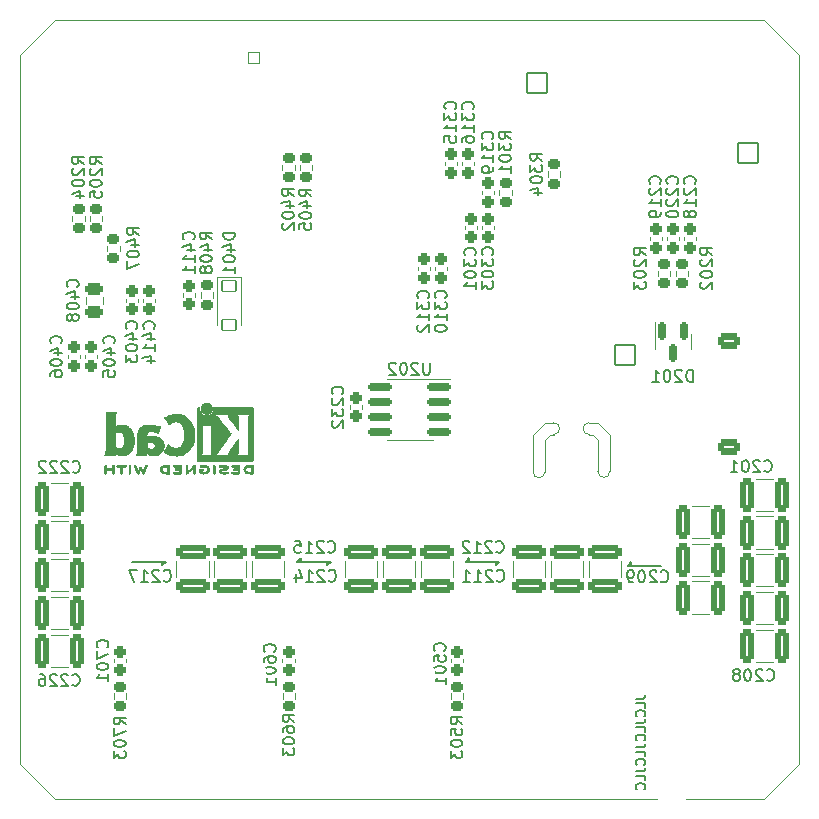
<source format=gbo>
%TF.GenerationSoftware,KiCad,Pcbnew,(5.99.0-10830-g25678ee00d)*%
%TF.CreationDate,2021-08-24T11:38:22+02:00*%
%TF.ProjectId,OpenTurn,4f70656e-5475-4726-9e2e-6b696361645f,rev?*%
%TF.SameCoordinates,Original*%
%TF.FileFunction,Legend,Bot*%
%TF.FilePolarity,Positive*%
%FSLAX46Y46*%
G04 Gerber Fmt 4.6, Leading zero omitted, Abs format (unit mm)*
G04 Created by KiCad (PCBNEW (5.99.0-10830-g25678ee00d)) date 2021-08-24 11:38:22*
%MOMM*%
%LPD*%
G01*
G04 APERTURE LIST*
G04 Aperture macros list*
%AMRoundRect*
0 Rectangle with rounded corners*
0 $1 Rounding radius*
0 $2 $3 $4 $5 $6 $7 $8 $9 X,Y pos of 4 corners*
0 Add a 4 corners polygon primitive as box body*
4,1,4,$2,$3,$4,$5,$6,$7,$8,$9,$2,$3,0*
0 Add four circle primitives for the rounded corners*
1,1,$1+$1,$2,$3*
1,1,$1+$1,$4,$5*
1,1,$1+$1,$6,$7*
1,1,$1+$1,$8,$9*
0 Add four rect primitives between the rounded corners*
20,1,$1+$1,$2,$3,$4,$5,0*
20,1,$1+$1,$4,$5,$6,$7,0*
20,1,$1+$1,$6,$7,$8,$9,0*
20,1,$1+$1,$8,$9,$2,$3,0*%
%AMHorizOval*
0 Thick line with rounded ends*
0 $1 width*
0 $2 $3 position (X,Y) of the first rounded end (center of the circle)*
0 $4 $5 position (X,Y) of the second rounded end (center of the circle)*
0 Add line between two ends*
20,1,$1,$2,$3,$4,$5,0*
0 Add two circle primitives to create the rounded ends*
1,1,$1,$2,$3*
1,1,$1,$4,$5*%
G04 Aperture macros list end*
%ADD10C,0.150000*%
%TA.AperFunction,Profile*%
%ADD11C,0.050000*%
%TD*%
%ADD12C,0.120000*%
%ADD13C,0.010000*%
%ADD14C,0.100000*%
%ADD15RoundRect,0.270833X0.654167X-0.379167X0.654167X0.379167X-0.654167X0.379167X-0.654167X-0.379167X0*%
%ADD16O,1.850000X1.300000*%
%ADD17RoundRect,0.050000X-0.500000X0.500000X-0.500000X-0.500000X0.500000X-0.500000X0.500000X0.500000X0*%
%ADD18O,1.100000X1.100000*%
%ADD19RoundRect,0.050000X0.850000X-0.850000X0.850000X0.850000X-0.850000X0.850000X-0.850000X-0.850000X0*%
%ADD20O,1.800000X1.800000*%
%ADD21RoundRect,0.050000X-0.850000X-0.850000X0.850000X-0.850000X0.850000X0.850000X-0.850000X0.850000X0*%
%ADD22C,5.700000*%
%ADD23HorizOval,1.100000X0.000000X0.000000X0.000000X0.000000X0*%
%ADD24O,2.900000X1.700000*%
%ADD25C,4.100000*%
%ADD26C,4.900000*%
%ADD27RoundRect,0.225000X-0.300000X0.225000X-0.300000X-0.225000X0.300000X-0.225000X0.300000X0.225000X0*%
%ADD28RoundRect,0.250000X0.275000X-0.250000X0.275000X0.250000X-0.275000X0.250000X-0.275000X-0.250000X0*%
%ADD29RoundRect,0.275000X-0.500000X0.275000X-0.500000X-0.275000X0.500000X-0.275000X0.500000X0.275000X0*%
%ADD30RoundRect,0.250000X-0.275000X0.250000X-0.275000X-0.250000X0.275000X-0.250000X0.275000X0.250000X0*%
%ADD31RoundRect,0.175000X0.850000X0.175000X-0.850000X0.175000X-0.850000X-0.175000X0.850000X-0.175000X0*%
%ADD32RoundRect,0.271739X1.128261X-0.353261X1.128261X0.353261X-1.128261X0.353261X-1.128261X-0.353261X0*%
%ADD33RoundRect,0.271739X-0.353261X-1.128261X0.353261X-1.128261X0.353261X1.128261X-0.353261X1.128261X0*%
%ADD34C,2.000000*%
%ADD35RoundRect,0.225000X0.300000X-0.225000X0.300000X0.225000X-0.300000X0.225000X-0.300000X-0.225000X0*%
%ADD36RoundRect,0.271739X0.353261X1.128261X-0.353261X1.128261X-0.353261X-1.128261X0.353261X-1.128261X0*%
%ADD37RoundRect,0.175000X-0.175000X0.612500X-0.175000X-0.612500X0.175000X-0.612500X0.175000X0.612500X0*%
%ADD38RoundRect,0.050000X-0.600000X0.450000X-0.600000X-0.450000X0.600000X-0.450000X0.600000X0.450000X0*%
G04 APERTURE END LIST*
D10*
X134595728Y-139900000D02*
X134295728Y-140200000D01*
X117800000Y-139900000D02*
X117725000Y-139800000D01*
X131745728Y-139900000D02*
X134595728Y-139900000D01*
X120050000Y-140200000D02*
X120050000Y-139900000D01*
X120050000Y-139900000D02*
X120125000Y-140000000D01*
X106075000Y-139900000D02*
X106150000Y-140000000D01*
X145775000Y-139950000D02*
X145775000Y-140250000D01*
X117500000Y-139900000D02*
X117800000Y-139600001D01*
X106075000Y-140200000D02*
X106075000Y-139900000D01*
X106375000Y-139900000D02*
X106075000Y-140200000D01*
X132045728Y-139600001D02*
X132045728Y-139900000D01*
X131745728Y-139900000D02*
X132045728Y-139600001D01*
X117800000Y-139600001D02*
X117800000Y-139900000D01*
X117500000Y-139900000D02*
X120350000Y-139900000D01*
X134295728Y-139900000D02*
X134370728Y-140000000D01*
X120350000Y-139900000D02*
X120050000Y-140200000D01*
X148325000Y-140250000D02*
X145475000Y-140250000D01*
X103525000Y-139900000D02*
X106375000Y-139900000D01*
X134295728Y-140200000D02*
X134295728Y-139900000D01*
X145475000Y-140250000D02*
X145775000Y-139950000D01*
X132045728Y-139900000D02*
X131970728Y-139800000D01*
X145775000Y-140250000D02*
X145700000Y-140150000D01*
D11*
X94000000Y-157000000D02*
X93999999Y-97000000D01*
X156999999Y-94000000D02*
X96999999Y-94000000D01*
X139200002Y-129125000D02*
X138874998Y-129125000D01*
X143950000Y-129150000D02*
X142925000Y-128125000D01*
X142199998Y-129125000D02*
X142525000Y-129125000D01*
X156999999Y-94000000D02*
X160000000Y-97000000D01*
X142925000Y-128125000D02*
X142200002Y-128125000D01*
X138874998Y-129125000D02*
X138449998Y-129550000D01*
X96999999Y-94000000D02*
X93999999Y-97000000D01*
X139199998Y-128125000D02*
G75*
G02*
X139200002Y-129125000I2J-500000D01*
G01*
X160000000Y-157000000D02*
X160000000Y-97000000D01*
X138474998Y-128125000D02*
X139199998Y-128125000D01*
X97000000Y-160000000D02*
X94000000Y-157000000D01*
X138450000Y-132275000D02*
G75*
G02*
X137450000Y-132275000I-500000J0D01*
G01*
X137450000Y-132275000D02*
X137449998Y-129150000D01*
X142950000Y-132250000D02*
X142950000Y-129550000D01*
X97000000Y-160000000D02*
X157000000Y-160000000D01*
X142525000Y-129125000D02*
X142950000Y-129550000D01*
X142200002Y-128125000D02*
G75*
G03*
X142199998Y-129125000I-2J-500000D01*
G01*
X142950000Y-132250000D02*
G75*
G03*
X143950000Y-132250000I500000J0D01*
G01*
X137449998Y-129150000D02*
X138474998Y-128125000D01*
X138450000Y-132275000D02*
X138449998Y-129550000D01*
X143950000Y-132250000D02*
X143950000Y-129150000D01*
X157000000Y-160000000D02*
X160000000Y-157000000D01*
D10*
X106169047Y-141482142D02*
X106216666Y-141529761D01*
X106359523Y-141577380D01*
X106454761Y-141577380D01*
X106597619Y-141529761D01*
X106692857Y-141434523D01*
X106740476Y-141339285D01*
X106788095Y-141148809D01*
X106788095Y-141005952D01*
X106740476Y-140815476D01*
X106692857Y-140720238D01*
X106597619Y-140625000D01*
X106454761Y-140577380D01*
X106359523Y-140577380D01*
X106216666Y-140625000D01*
X106169047Y-140672619D01*
X105788095Y-140672619D02*
X105740476Y-140625000D01*
X105645238Y-140577380D01*
X105407142Y-140577380D01*
X105311904Y-140625000D01*
X105264285Y-140672619D01*
X105216666Y-140767857D01*
X105216666Y-140863095D01*
X105264285Y-141005952D01*
X105835714Y-141577380D01*
X105216666Y-141577380D01*
X104264285Y-141577380D02*
X104835714Y-141577380D01*
X104550000Y-141577380D02*
X104550000Y-140577380D01*
X104645238Y-140720238D01*
X104740476Y-140815476D01*
X104835714Y-140863095D01*
X103930952Y-140577380D02*
X103264285Y-140577380D01*
X103692857Y-141577380D01*
X157044047Y-132182142D02*
X157091666Y-132229761D01*
X157234523Y-132277380D01*
X157329761Y-132277380D01*
X157472619Y-132229761D01*
X157567857Y-132134523D01*
X157615476Y-132039285D01*
X157663095Y-131848809D01*
X157663095Y-131705952D01*
X157615476Y-131515476D01*
X157567857Y-131420238D01*
X157472619Y-131325000D01*
X157329761Y-131277380D01*
X157234523Y-131277380D01*
X157091666Y-131325000D01*
X157044047Y-131372619D01*
X156663095Y-131372619D02*
X156615476Y-131325000D01*
X156520238Y-131277380D01*
X156282142Y-131277380D01*
X156186904Y-131325000D01*
X156139285Y-131372619D01*
X156091666Y-131467857D01*
X156091666Y-131563095D01*
X156139285Y-131705952D01*
X156710714Y-132277380D01*
X156091666Y-132277380D01*
X155472619Y-131277380D02*
X155377380Y-131277380D01*
X155282142Y-131325000D01*
X155234523Y-131372619D01*
X155186904Y-131467857D01*
X155139285Y-131658333D01*
X155139285Y-131896428D01*
X155186904Y-132086904D01*
X155234523Y-132182142D01*
X155282142Y-132229761D01*
X155377380Y-132277380D01*
X155472619Y-132277380D01*
X155567857Y-132229761D01*
X155615476Y-132182142D01*
X155663095Y-132086904D01*
X155710714Y-131896428D01*
X155710714Y-131658333D01*
X155663095Y-131467857D01*
X155615476Y-131372619D01*
X155567857Y-131325000D01*
X155472619Y-131277380D01*
X154186904Y-132277380D02*
X154758333Y-132277380D01*
X154472619Y-132277380D02*
X154472619Y-131277380D01*
X154567857Y-131420238D01*
X154663095Y-131515476D01*
X154758333Y-131563095D01*
X148269047Y-141532142D02*
X148316666Y-141579761D01*
X148459523Y-141627380D01*
X148554761Y-141627380D01*
X148697619Y-141579761D01*
X148792857Y-141484523D01*
X148840476Y-141389285D01*
X148888095Y-141198809D01*
X148888095Y-141055952D01*
X148840476Y-140865476D01*
X148792857Y-140770238D01*
X148697619Y-140675000D01*
X148554761Y-140627380D01*
X148459523Y-140627380D01*
X148316666Y-140675000D01*
X148269047Y-140722619D01*
X147888095Y-140722619D02*
X147840476Y-140675000D01*
X147745238Y-140627380D01*
X147507142Y-140627380D01*
X147411904Y-140675000D01*
X147364285Y-140722619D01*
X147316666Y-140817857D01*
X147316666Y-140913095D01*
X147364285Y-141055952D01*
X147935714Y-141627380D01*
X147316666Y-141627380D01*
X146697619Y-140627380D02*
X146602380Y-140627380D01*
X146507142Y-140675000D01*
X146459523Y-140722619D01*
X146411904Y-140817857D01*
X146364285Y-141008333D01*
X146364285Y-141246428D01*
X146411904Y-141436904D01*
X146459523Y-141532142D01*
X146507142Y-141579761D01*
X146602380Y-141627380D01*
X146697619Y-141627380D01*
X146792857Y-141579761D01*
X146840476Y-141532142D01*
X146888095Y-141436904D01*
X146935714Y-141246428D01*
X146935714Y-141008333D01*
X146888095Y-140817857D01*
X146840476Y-140722619D01*
X146792857Y-140675000D01*
X146697619Y-140627380D01*
X145888095Y-141627380D02*
X145697619Y-141627380D01*
X145602380Y-141579761D01*
X145554761Y-141532142D01*
X145459523Y-141389285D01*
X145411904Y-141198809D01*
X145411904Y-140817857D01*
X145459523Y-140722619D01*
X145507142Y-140675000D01*
X145602380Y-140627380D01*
X145792857Y-140627380D01*
X145888095Y-140675000D01*
X145935714Y-140722619D01*
X145983333Y-140817857D01*
X145983333Y-141055952D01*
X145935714Y-141151190D01*
X145888095Y-141198809D01*
X145792857Y-141246428D01*
X145602380Y-141246428D01*
X145507142Y-141198809D01*
X145459523Y-141151190D01*
X145411904Y-141055952D01*
X98444047Y-150307142D02*
X98491666Y-150354761D01*
X98634523Y-150402380D01*
X98729761Y-150402380D01*
X98872619Y-150354761D01*
X98967857Y-150259523D01*
X99015476Y-150164285D01*
X99063095Y-149973809D01*
X99063095Y-149830952D01*
X99015476Y-149640476D01*
X98967857Y-149545238D01*
X98872619Y-149450000D01*
X98729761Y-149402380D01*
X98634523Y-149402380D01*
X98491666Y-149450000D01*
X98444047Y-149497619D01*
X98063095Y-149497619D02*
X98015476Y-149450000D01*
X97920238Y-149402380D01*
X97682142Y-149402380D01*
X97586904Y-149450000D01*
X97539285Y-149497619D01*
X97491666Y-149592857D01*
X97491666Y-149688095D01*
X97539285Y-149830952D01*
X98110714Y-150402380D01*
X97491666Y-150402380D01*
X97110714Y-149497619D02*
X97063095Y-149450000D01*
X96967857Y-149402380D01*
X96729761Y-149402380D01*
X96634523Y-149450000D01*
X96586904Y-149497619D01*
X96539285Y-149592857D01*
X96539285Y-149688095D01*
X96586904Y-149830952D01*
X97158333Y-150402380D01*
X96539285Y-150402380D01*
X95682142Y-149402380D02*
X95872619Y-149402380D01*
X95967857Y-149450000D01*
X96015476Y-149497619D01*
X96110714Y-149640476D01*
X96158333Y-149830952D01*
X96158333Y-150211904D01*
X96110714Y-150307142D01*
X96063095Y-150354761D01*
X95967857Y-150402380D01*
X95777380Y-150402380D01*
X95682142Y-150354761D01*
X95634523Y-150307142D01*
X95586904Y-150211904D01*
X95586904Y-149973809D01*
X95634523Y-149878571D01*
X95682142Y-149830952D01*
X95777380Y-149783333D01*
X95967857Y-149783333D01*
X96063095Y-149830952D01*
X96110714Y-149878571D01*
X96158333Y-149973809D01*
X120144047Y-141482142D02*
X120191666Y-141529761D01*
X120334523Y-141577380D01*
X120429761Y-141577380D01*
X120572619Y-141529761D01*
X120667857Y-141434523D01*
X120715476Y-141339285D01*
X120763095Y-141148809D01*
X120763095Y-141005952D01*
X120715476Y-140815476D01*
X120667857Y-140720238D01*
X120572619Y-140625000D01*
X120429761Y-140577380D01*
X120334523Y-140577380D01*
X120191666Y-140625000D01*
X120144047Y-140672619D01*
X119763095Y-140672619D02*
X119715476Y-140625000D01*
X119620238Y-140577380D01*
X119382142Y-140577380D01*
X119286904Y-140625000D01*
X119239285Y-140672619D01*
X119191666Y-140767857D01*
X119191666Y-140863095D01*
X119239285Y-141005952D01*
X119810714Y-141577380D01*
X119191666Y-141577380D01*
X118239285Y-141577380D02*
X118810714Y-141577380D01*
X118525000Y-141577380D02*
X118525000Y-140577380D01*
X118620238Y-140720238D01*
X118715476Y-140815476D01*
X118810714Y-140863095D01*
X117382142Y-140910714D02*
X117382142Y-141577380D01*
X117620238Y-140529761D02*
X117858333Y-141244047D01*
X117239285Y-141244047D01*
X157244047Y-149882142D02*
X157291666Y-149929761D01*
X157434523Y-149977380D01*
X157529761Y-149977380D01*
X157672619Y-149929761D01*
X157767857Y-149834523D01*
X157815476Y-149739285D01*
X157863095Y-149548809D01*
X157863095Y-149405952D01*
X157815476Y-149215476D01*
X157767857Y-149120238D01*
X157672619Y-149025000D01*
X157529761Y-148977380D01*
X157434523Y-148977380D01*
X157291666Y-149025000D01*
X157244047Y-149072619D01*
X156863095Y-149072619D02*
X156815476Y-149025000D01*
X156720238Y-148977380D01*
X156482142Y-148977380D01*
X156386904Y-149025000D01*
X156339285Y-149072619D01*
X156291666Y-149167857D01*
X156291666Y-149263095D01*
X156339285Y-149405952D01*
X156910714Y-149977380D01*
X156291666Y-149977380D01*
X155672619Y-148977380D02*
X155577380Y-148977380D01*
X155482142Y-149025000D01*
X155434523Y-149072619D01*
X155386904Y-149167857D01*
X155339285Y-149358333D01*
X155339285Y-149596428D01*
X155386904Y-149786904D01*
X155434523Y-149882142D01*
X155482142Y-149929761D01*
X155577380Y-149977380D01*
X155672619Y-149977380D01*
X155767857Y-149929761D01*
X155815476Y-149882142D01*
X155863095Y-149786904D01*
X155910714Y-149596428D01*
X155910714Y-149358333D01*
X155863095Y-149167857D01*
X155815476Y-149072619D01*
X155767857Y-149025000D01*
X155672619Y-148977380D01*
X154767857Y-149405952D02*
X154863095Y-149358333D01*
X154910714Y-149310714D01*
X154958333Y-149215476D01*
X154958333Y-149167857D01*
X154910714Y-149072619D01*
X154863095Y-149025000D01*
X154767857Y-148977380D01*
X154577380Y-148977380D01*
X154482142Y-149025000D01*
X154434523Y-149072619D01*
X154386904Y-149167857D01*
X154386904Y-149215476D01*
X154434523Y-149310714D01*
X154482142Y-149358333D01*
X154577380Y-149405952D01*
X154767857Y-149405952D01*
X154863095Y-149453571D01*
X154910714Y-149501190D01*
X154958333Y-149596428D01*
X154958333Y-149786904D01*
X154910714Y-149882142D01*
X154863095Y-149929761D01*
X154767857Y-149977380D01*
X154577380Y-149977380D01*
X154482142Y-149929761D01*
X154434523Y-149882142D01*
X154386904Y-149786904D01*
X154386904Y-149596428D01*
X154434523Y-149501190D01*
X154482142Y-149453571D01*
X154577380Y-149405952D01*
X120094047Y-139032142D02*
X120141666Y-139079761D01*
X120284523Y-139127380D01*
X120379761Y-139127380D01*
X120522619Y-139079761D01*
X120617857Y-138984523D01*
X120665476Y-138889285D01*
X120713095Y-138698809D01*
X120713095Y-138555952D01*
X120665476Y-138365476D01*
X120617857Y-138270238D01*
X120522619Y-138175000D01*
X120379761Y-138127380D01*
X120284523Y-138127380D01*
X120141666Y-138175000D01*
X120094047Y-138222619D01*
X119713095Y-138222619D02*
X119665476Y-138175000D01*
X119570238Y-138127380D01*
X119332142Y-138127380D01*
X119236904Y-138175000D01*
X119189285Y-138222619D01*
X119141666Y-138317857D01*
X119141666Y-138413095D01*
X119189285Y-138555952D01*
X119760714Y-139127380D01*
X119141666Y-139127380D01*
X118189285Y-139127380D02*
X118760714Y-139127380D01*
X118475000Y-139127380D02*
X118475000Y-138127380D01*
X118570238Y-138270238D01*
X118665476Y-138365476D01*
X118760714Y-138413095D01*
X117284523Y-138127380D02*
X117760714Y-138127380D01*
X117808333Y-138603571D01*
X117760714Y-138555952D01*
X117665476Y-138508333D01*
X117427380Y-138508333D01*
X117332142Y-138555952D01*
X117284523Y-138603571D01*
X117236904Y-138698809D01*
X117236904Y-138936904D01*
X117284523Y-139032142D01*
X117332142Y-139079761D01*
X117427380Y-139127380D01*
X117665476Y-139127380D01*
X117760714Y-139079761D01*
X117808333Y-139032142D01*
X134389775Y-141482142D02*
X134437394Y-141529761D01*
X134580251Y-141577380D01*
X134675489Y-141577380D01*
X134818347Y-141529761D01*
X134913585Y-141434523D01*
X134961204Y-141339285D01*
X135008823Y-141148809D01*
X135008823Y-141005952D01*
X134961204Y-140815476D01*
X134913585Y-140720238D01*
X134818347Y-140625000D01*
X134675489Y-140577380D01*
X134580251Y-140577380D01*
X134437394Y-140625000D01*
X134389775Y-140672619D01*
X134008823Y-140672619D02*
X133961204Y-140625000D01*
X133865966Y-140577380D01*
X133627870Y-140577380D01*
X133532632Y-140625000D01*
X133485013Y-140672619D01*
X133437394Y-140767857D01*
X133437394Y-140863095D01*
X133485013Y-141005952D01*
X134056442Y-141577380D01*
X133437394Y-141577380D01*
X132485013Y-141577380D02*
X133056442Y-141577380D01*
X132770728Y-141577380D02*
X132770728Y-140577380D01*
X132865966Y-140720238D01*
X132961204Y-140815476D01*
X133056442Y-140863095D01*
X131532632Y-141577380D02*
X132104061Y-141577380D01*
X131818347Y-141577380D02*
X131818347Y-140577380D01*
X131913585Y-140720238D01*
X132008823Y-140815476D01*
X132104061Y-140863095D01*
X146161904Y-151479761D02*
X146733333Y-151479761D01*
X146847619Y-151441666D01*
X146923809Y-151365476D01*
X146961904Y-151251190D01*
X146961904Y-151175000D01*
X146961904Y-152241666D02*
X146961904Y-151860714D01*
X146161904Y-151860714D01*
X146885714Y-152965476D02*
X146923809Y-152927380D01*
X146961904Y-152813095D01*
X146961904Y-152736904D01*
X146923809Y-152622619D01*
X146847619Y-152546428D01*
X146771428Y-152508333D01*
X146619047Y-152470238D01*
X146504761Y-152470238D01*
X146352380Y-152508333D01*
X146276190Y-152546428D01*
X146200000Y-152622619D01*
X146161904Y-152736904D01*
X146161904Y-152813095D01*
X146200000Y-152927380D01*
X146238095Y-152965476D01*
X146161904Y-153536904D02*
X146733333Y-153536904D01*
X146847619Y-153498809D01*
X146923809Y-153422619D01*
X146961904Y-153308333D01*
X146961904Y-153232142D01*
X146961904Y-154298809D02*
X146961904Y-153917857D01*
X146161904Y-153917857D01*
X146885714Y-155022619D02*
X146923809Y-154984523D01*
X146961904Y-154870238D01*
X146961904Y-154794047D01*
X146923809Y-154679761D01*
X146847619Y-154603571D01*
X146771428Y-154565476D01*
X146619047Y-154527380D01*
X146504761Y-154527380D01*
X146352380Y-154565476D01*
X146276190Y-154603571D01*
X146200000Y-154679761D01*
X146161904Y-154794047D01*
X146161904Y-154870238D01*
X146200000Y-154984523D01*
X146238095Y-155022619D01*
X146161904Y-155594047D02*
X146733333Y-155594047D01*
X146847619Y-155555952D01*
X146923809Y-155479761D01*
X146961904Y-155365476D01*
X146961904Y-155289285D01*
X146961904Y-156355952D02*
X146961904Y-155975000D01*
X146161904Y-155975000D01*
X146885714Y-157079761D02*
X146923809Y-157041666D01*
X146961904Y-156927380D01*
X146961904Y-156851190D01*
X146923809Y-156736904D01*
X146847619Y-156660714D01*
X146771428Y-156622619D01*
X146619047Y-156584523D01*
X146504761Y-156584523D01*
X146352380Y-156622619D01*
X146276190Y-156660714D01*
X146200000Y-156736904D01*
X146161904Y-156851190D01*
X146161904Y-156927380D01*
X146200000Y-157041666D01*
X146238095Y-157079761D01*
X146161904Y-157651190D02*
X146733333Y-157651190D01*
X146847619Y-157613095D01*
X146923809Y-157536904D01*
X146961904Y-157422619D01*
X146961904Y-157346428D01*
X146961904Y-158413095D02*
X146961904Y-158032142D01*
X146161904Y-158032142D01*
X146885714Y-159136904D02*
X146923809Y-159098809D01*
X146961904Y-158984523D01*
X146961904Y-158908333D01*
X146923809Y-158794047D01*
X146847619Y-158717857D01*
X146771428Y-158679761D01*
X146619047Y-158641666D01*
X146504761Y-158641666D01*
X146352380Y-158679761D01*
X146276190Y-158717857D01*
X146200000Y-158794047D01*
X146161904Y-158908333D01*
X146161904Y-158984523D01*
X146200000Y-159098809D01*
X146238095Y-159136904D01*
X98469047Y-132257142D02*
X98516666Y-132304761D01*
X98659523Y-132352380D01*
X98754761Y-132352380D01*
X98897619Y-132304761D01*
X98992857Y-132209523D01*
X99040476Y-132114285D01*
X99088095Y-131923809D01*
X99088095Y-131780952D01*
X99040476Y-131590476D01*
X98992857Y-131495238D01*
X98897619Y-131400000D01*
X98754761Y-131352380D01*
X98659523Y-131352380D01*
X98516666Y-131400000D01*
X98469047Y-131447619D01*
X98088095Y-131447619D02*
X98040476Y-131400000D01*
X97945238Y-131352380D01*
X97707142Y-131352380D01*
X97611904Y-131400000D01*
X97564285Y-131447619D01*
X97516666Y-131542857D01*
X97516666Y-131638095D01*
X97564285Y-131780952D01*
X98135714Y-132352380D01*
X97516666Y-132352380D01*
X97135714Y-131447619D02*
X97088095Y-131400000D01*
X96992857Y-131352380D01*
X96754761Y-131352380D01*
X96659523Y-131400000D01*
X96611904Y-131447619D01*
X96564285Y-131542857D01*
X96564285Y-131638095D01*
X96611904Y-131780952D01*
X97183333Y-132352380D01*
X96564285Y-132352380D01*
X96183333Y-131447619D02*
X96135714Y-131400000D01*
X96040476Y-131352380D01*
X95802380Y-131352380D01*
X95707142Y-131400000D01*
X95659523Y-131447619D01*
X95611904Y-131542857D01*
X95611904Y-131638095D01*
X95659523Y-131780952D01*
X96230952Y-132352380D01*
X95611904Y-132352380D01*
X134339775Y-139032142D02*
X134387394Y-139079761D01*
X134530251Y-139127380D01*
X134625489Y-139127380D01*
X134768347Y-139079761D01*
X134863585Y-138984523D01*
X134911204Y-138889285D01*
X134958823Y-138698809D01*
X134958823Y-138555952D01*
X134911204Y-138365476D01*
X134863585Y-138270238D01*
X134768347Y-138175000D01*
X134625489Y-138127380D01*
X134530251Y-138127380D01*
X134387394Y-138175000D01*
X134339775Y-138222619D01*
X133958823Y-138222619D02*
X133911204Y-138175000D01*
X133815966Y-138127380D01*
X133577870Y-138127380D01*
X133482632Y-138175000D01*
X133435013Y-138222619D01*
X133387394Y-138317857D01*
X133387394Y-138413095D01*
X133435013Y-138555952D01*
X134006442Y-139127380D01*
X133387394Y-139127380D01*
X132435013Y-139127380D02*
X133006442Y-139127380D01*
X132720728Y-139127380D02*
X132720728Y-138127380D01*
X132815966Y-138270238D01*
X132911204Y-138365476D01*
X133006442Y-138413095D01*
X132054061Y-138222619D02*
X132006442Y-138175000D01*
X131911204Y-138127380D01*
X131673108Y-138127380D01*
X131577870Y-138175000D01*
X131530251Y-138222619D01*
X131482632Y-138317857D01*
X131482632Y-138413095D01*
X131530251Y-138555952D01*
X132101680Y-139127380D01*
X131482632Y-139127380D01*
X117202380Y-108930952D02*
X116726190Y-108597619D01*
X117202380Y-108359523D02*
X116202380Y-108359523D01*
X116202380Y-108740476D01*
X116250000Y-108835714D01*
X116297619Y-108883333D01*
X116392857Y-108930952D01*
X116535714Y-108930952D01*
X116630952Y-108883333D01*
X116678571Y-108835714D01*
X116726190Y-108740476D01*
X116726190Y-108359523D01*
X116535714Y-109788095D02*
X117202380Y-109788095D01*
X116154761Y-109550000D02*
X116869047Y-109311904D01*
X116869047Y-109930952D01*
X116202380Y-110502380D02*
X116202380Y-110597619D01*
X116250000Y-110692857D01*
X116297619Y-110740476D01*
X116392857Y-110788095D01*
X116583333Y-110835714D01*
X116821428Y-110835714D01*
X117011904Y-110788095D01*
X117107142Y-110740476D01*
X117154761Y-110692857D01*
X117202380Y-110597619D01*
X117202380Y-110502380D01*
X117154761Y-110407142D01*
X117107142Y-110359523D01*
X117011904Y-110311904D01*
X116821428Y-110264285D01*
X116583333Y-110264285D01*
X116392857Y-110311904D01*
X116297619Y-110359523D01*
X116250000Y-110407142D01*
X116202380Y-110502380D01*
X116297619Y-111216666D02*
X116250000Y-111264285D01*
X116202380Y-111359523D01*
X116202380Y-111597619D01*
X116250000Y-111692857D01*
X116297619Y-111740476D01*
X116392857Y-111788095D01*
X116488095Y-111788095D01*
X116630952Y-111740476D01*
X117202380Y-111169047D01*
X117202380Y-111788095D01*
X118677380Y-108955951D02*
X118201190Y-108622618D01*
X118677380Y-108384522D02*
X117677380Y-108384522D01*
X117677380Y-108765475D01*
X117725000Y-108860713D01*
X117772619Y-108908332D01*
X117867857Y-108955951D01*
X118010714Y-108955951D01*
X118105952Y-108908332D01*
X118153571Y-108860713D01*
X118201190Y-108765475D01*
X118201190Y-108384522D01*
X118010714Y-109813094D02*
X118677380Y-109813094D01*
X117629761Y-109574999D02*
X118344047Y-109336903D01*
X118344047Y-109955951D01*
X117677380Y-110527379D02*
X117677380Y-110622618D01*
X117725000Y-110717856D01*
X117772619Y-110765475D01*
X117867857Y-110813094D01*
X118058333Y-110860713D01*
X118296428Y-110860713D01*
X118486904Y-110813094D01*
X118582142Y-110765475D01*
X118629761Y-110717856D01*
X118677380Y-110622618D01*
X118677380Y-110527379D01*
X118629761Y-110432141D01*
X118582142Y-110384522D01*
X118486904Y-110336903D01*
X118296428Y-110289284D01*
X118058333Y-110289284D01*
X117867857Y-110336903D01*
X117772619Y-110384522D01*
X117725000Y-110432141D01*
X117677380Y-110527379D01*
X117677380Y-111765475D02*
X117677380Y-111289284D01*
X118153571Y-111241665D01*
X118105952Y-111289284D01*
X118058333Y-111384522D01*
X118058333Y-111622618D01*
X118105952Y-111717856D01*
X118153571Y-111765475D01*
X118248809Y-111813094D01*
X118486904Y-111813094D01*
X118582142Y-111765475D01*
X118629761Y-111717856D01*
X118677380Y-111622618D01*
X118677380Y-111384522D01*
X118629761Y-111289284D01*
X118582142Y-111241665D01*
X134007142Y-113905952D02*
X134054761Y-113858333D01*
X134102380Y-113715476D01*
X134102380Y-113620238D01*
X134054761Y-113477380D01*
X133959523Y-113382142D01*
X133864285Y-113334523D01*
X133673809Y-113286904D01*
X133530952Y-113286904D01*
X133340476Y-113334523D01*
X133245238Y-113382142D01*
X133150000Y-113477380D01*
X133102380Y-113620238D01*
X133102380Y-113715476D01*
X133150000Y-113858333D01*
X133197619Y-113905952D01*
X133102380Y-114239285D02*
X133102380Y-114858333D01*
X133483333Y-114525000D01*
X133483333Y-114667857D01*
X133530952Y-114763095D01*
X133578571Y-114810714D01*
X133673809Y-114858333D01*
X133911904Y-114858333D01*
X134007142Y-114810714D01*
X134054761Y-114763095D01*
X134102380Y-114667857D01*
X134102380Y-114382142D01*
X134054761Y-114286904D01*
X134007142Y-114239285D01*
X133102380Y-115477380D02*
X133102380Y-115572619D01*
X133150000Y-115667857D01*
X133197619Y-115715476D01*
X133292857Y-115763095D01*
X133483333Y-115810714D01*
X133721428Y-115810714D01*
X133911904Y-115763095D01*
X134007142Y-115715476D01*
X134054761Y-115667857D01*
X134102380Y-115572619D01*
X134102380Y-115477380D01*
X134054761Y-115382142D01*
X134007142Y-115334523D01*
X133911904Y-115286904D01*
X133721428Y-115239285D01*
X133483333Y-115239285D01*
X133292857Y-115286904D01*
X133197619Y-115334523D01*
X133150000Y-115382142D01*
X133102380Y-115477380D01*
X133102380Y-116144047D02*
X133102380Y-116763095D01*
X133483333Y-116429761D01*
X133483333Y-116572619D01*
X133530952Y-116667857D01*
X133578571Y-116715476D01*
X133673809Y-116763095D01*
X133911904Y-116763095D01*
X134007142Y-116715476D01*
X134054761Y-116667857D01*
X134102380Y-116572619D01*
X134102380Y-116286904D01*
X134054761Y-116191666D01*
X134007142Y-116144047D01*
X128557142Y-117555952D02*
X128604761Y-117508333D01*
X128652380Y-117365476D01*
X128652380Y-117270238D01*
X128604761Y-117127380D01*
X128509523Y-117032142D01*
X128414285Y-116984523D01*
X128223809Y-116936904D01*
X128080952Y-116936904D01*
X127890476Y-116984523D01*
X127795238Y-117032142D01*
X127700000Y-117127380D01*
X127652380Y-117270238D01*
X127652380Y-117365476D01*
X127700000Y-117508333D01*
X127747619Y-117555952D01*
X127652380Y-117889285D02*
X127652380Y-118508333D01*
X128033333Y-118175000D01*
X128033333Y-118317857D01*
X128080952Y-118413095D01*
X128128571Y-118460714D01*
X128223809Y-118508333D01*
X128461904Y-118508333D01*
X128557142Y-118460714D01*
X128604761Y-118413095D01*
X128652380Y-118317857D01*
X128652380Y-118032142D01*
X128604761Y-117936904D01*
X128557142Y-117889285D01*
X128652380Y-119460714D02*
X128652380Y-118889285D01*
X128652380Y-119175000D02*
X127652380Y-119175000D01*
X127795238Y-119079761D01*
X127890476Y-118984523D01*
X127938095Y-118889285D01*
X127747619Y-119841666D02*
X127700000Y-119889285D01*
X127652380Y-119984523D01*
X127652380Y-120222619D01*
X127700000Y-120317857D01*
X127747619Y-120365476D01*
X127842857Y-120413095D01*
X127938095Y-120413095D01*
X128080952Y-120365476D01*
X128652380Y-119794047D01*
X128652380Y-120413095D01*
X130032142Y-117555952D02*
X130079761Y-117508333D01*
X130127380Y-117365476D01*
X130127380Y-117270238D01*
X130079761Y-117127380D01*
X129984523Y-117032142D01*
X129889285Y-116984523D01*
X129698809Y-116936904D01*
X129555952Y-116936904D01*
X129365476Y-116984523D01*
X129270238Y-117032142D01*
X129175000Y-117127380D01*
X129127380Y-117270238D01*
X129127380Y-117365476D01*
X129175000Y-117508333D01*
X129222619Y-117555952D01*
X129127380Y-117889285D02*
X129127380Y-118508333D01*
X129508333Y-118175000D01*
X129508333Y-118317857D01*
X129555952Y-118413095D01*
X129603571Y-118460714D01*
X129698809Y-118508333D01*
X129936904Y-118508333D01*
X130032142Y-118460714D01*
X130079761Y-118413095D01*
X130127380Y-118317857D01*
X130127380Y-118032142D01*
X130079761Y-117936904D01*
X130032142Y-117889285D01*
X130127380Y-119460714D02*
X130127380Y-118889285D01*
X130127380Y-119175000D02*
X129127380Y-119175000D01*
X129270238Y-119079761D01*
X129365476Y-118984523D01*
X129413095Y-118889285D01*
X129127380Y-120079761D02*
X129127380Y-120175000D01*
X129175000Y-120270238D01*
X129222619Y-120317857D01*
X129317857Y-120365476D01*
X129508333Y-120413095D01*
X129746428Y-120413095D01*
X129936904Y-120365476D01*
X130032142Y-120317857D01*
X130079761Y-120270238D01*
X130127380Y-120175000D01*
X130127380Y-120079761D01*
X130079761Y-119984523D01*
X130032142Y-119936904D01*
X129936904Y-119889285D01*
X129746428Y-119841666D01*
X129508333Y-119841666D01*
X129317857Y-119889285D01*
X129222619Y-119936904D01*
X129175000Y-119984523D01*
X129127380Y-120079761D01*
X97482142Y-121405952D02*
X97529761Y-121358333D01*
X97577380Y-121215476D01*
X97577380Y-121120238D01*
X97529761Y-120977380D01*
X97434523Y-120882142D01*
X97339285Y-120834523D01*
X97148809Y-120786904D01*
X97005952Y-120786904D01*
X96815476Y-120834523D01*
X96720238Y-120882142D01*
X96625000Y-120977380D01*
X96577380Y-121120238D01*
X96577380Y-121215476D01*
X96625000Y-121358333D01*
X96672619Y-121405952D01*
X96910714Y-122263095D02*
X97577380Y-122263095D01*
X96529761Y-122025000D02*
X97244047Y-121786904D01*
X97244047Y-122405952D01*
X96577380Y-122977380D02*
X96577380Y-123072619D01*
X96625000Y-123167857D01*
X96672619Y-123215476D01*
X96767857Y-123263095D01*
X96958333Y-123310714D01*
X97196428Y-123310714D01*
X97386904Y-123263095D01*
X97482142Y-123215476D01*
X97529761Y-123167857D01*
X97577380Y-123072619D01*
X97577380Y-122977380D01*
X97529761Y-122882142D01*
X97482142Y-122834523D01*
X97386904Y-122786904D01*
X97196428Y-122739285D01*
X96958333Y-122739285D01*
X96767857Y-122786904D01*
X96672619Y-122834523D01*
X96625000Y-122882142D01*
X96577380Y-122977380D01*
X96577380Y-124167857D02*
X96577380Y-123977380D01*
X96625000Y-123882142D01*
X96672619Y-123834523D01*
X96815476Y-123739285D01*
X97005952Y-123691666D01*
X97386904Y-123691666D01*
X97482142Y-123739285D01*
X97529761Y-123786904D01*
X97577380Y-123882142D01*
X97577380Y-124072619D01*
X97529761Y-124167857D01*
X97482142Y-124215476D01*
X97386904Y-124263095D01*
X97148809Y-124263095D01*
X97053571Y-124215476D01*
X97005952Y-124167857D01*
X96958333Y-124072619D01*
X96958333Y-123882142D01*
X97005952Y-123786904D01*
X97053571Y-123739285D01*
X97148809Y-123691666D01*
X98882142Y-116630952D02*
X98929761Y-116583333D01*
X98977380Y-116440476D01*
X98977380Y-116345238D01*
X98929761Y-116202380D01*
X98834523Y-116107142D01*
X98739285Y-116059523D01*
X98548809Y-116011904D01*
X98405952Y-116011904D01*
X98215476Y-116059523D01*
X98120238Y-116107142D01*
X98025000Y-116202380D01*
X97977380Y-116345238D01*
X97977380Y-116440476D01*
X98025000Y-116583333D01*
X98072619Y-116630952D01*
X98310714Y-117488095D02*
X98977380Y-117488095D01*
X97929761Y-117250000D02*
X98644047Y-117011904D01*
X98644047Y-117630952D01*
X97977380Y-118202380D02*
X97977380Y-118297619D01*
X98025000Y-118392857D01*
X98072619Y-118440476D01*
X98167857Y-118488095D01*
X98358333Y-118535714D01*
X98596428Y-118535714D01*
X98786904Y-118488095D01*
X98882142Y-118440476D01*
X98929761Y-118392857D01*
X98977380Y-118297619D01*
X98977380Y-118202380D01*
X98929761Y-118107142D01*
X98882142Y-118059523D01*
X98786904Y-118011904D01*
X98596428Y-117964285D01*
X98358333Y-117964285D01*
X98167857Y-118011904D01*
X98072619Y-118059523D01*
X98025000Y-118107142D01*
X97977380Y-118202380D01*
X98405952Y-119107142D02*
X98358333Y-119011904D01*
X98310714Y-118964285D01*
X98215476Y-118916666D01*
X98167857Y-118916666D01*
X98072619Y-118964285D01*
X98025000Y-119011904D01*
X97977380Y-119107142D01*
X97977380Y-119297619D01*
X98025000Y-119392857D01*
X98072619Y-119440476D01*
X98167857Y-119488095D01*
X98215476Y-119488095D01*
X98310714Y-119440476D01*
X98358333Y-119392857D01*
X98405952Y-119297619D01*
X98405952Y-119107142D01*
X98453571Y-119011904D01*
X98501190Y-118964285D01*
X98596428Y-118916666D01*
X98786904Y-118916666D01*
X98882142Y-118964285D01*
X98929761Y-119011904D01*
X98977380Y-119107142D01*
X98977380Y-119297619D01*
X98929761Y-119392857D01*
X98882142Y-119440476D01*
X98786904Y-119488095D01*
X98596428Y-119488095D01*
X98501190Y-119440476D01*
X98453571Y-119392857D01*
X98405952Y-119297619D01*
X130857142Y-101555952D02*
X130904761Y-101508333D01*
X130952380Y-101365476D01*
X130952380Y-101270238D01*
X130904761Y-101127380D01*
X130809523Y-101032142D01*
X130714285Y-100984523D01*
X130523809Y-100936904D01*
X130380952Y-100936904D01*
X130190476Y-100984523D01*
X130095238Y-101032142D01*
X130000000Y-101127380D01*
X129952380Y-101270238D01*
X129952380Y-101365476D01*
X130000000Y-101508333D01*
X130047619Y-101555952D01*
X129952380Y-101889285D02*
X129952380Y-102508333D01*
X130333333Y-102175000D01*
X130333333Y-102317857D01*
X130380952Y-102413095D01*
X130428571Y-102460714D01*
X130523809Y-102508333D01*
X130761904Y-102508333D01*
X130857142Y-102460714D01*
X130904761Y-102413095D01*
X130952380Y-102317857D01*
X130952380Y-102032142D01*
X130904761Y-101936904D01*
X130857142Y-101889285D01*
X130952380Y-103460714D02*
X130952380Y-102889285D01*
X130952380Y-103175000D02*
X129952380Y-103175000D01*
X130095238Y-103079761D01*
X130190476Y-102984523D01*
X130238095Y-102889285D01*
X129952380Y-104365476D02*
X129952380Y-103889285D01*
X130428571Y-103841666D01*
X130380952Y-103889285D01*
X130333333Y-103984523D01*
X130333333Y-104222619D01*
X130380952Y-104317857D01*
X130428571Y-104365476D01*
X130523809Y-104413095D01*
X130761904Y-104413095D01*
X130857142Y-104365476D01*
X130904761Y-104317857D01*
X130952380Y-104222619D01*
X130952380Y-103984523D01*
X130904761Y-103889285D01*
X130857142Y-103841666D01*
X132332142Y-101580952D02*
X132379761Y-101533333D01*
X132427380Y-101390476D01*
X132427380Y-101295238D01*
X132379761Y-101152380D01*
X132284523Y-101057142D01*
X132189285Y-101009523D01*
X131998809Y-100961904D01*
X131855952Y-100961904D01*
X131665476Y-101009523D01*
X131570238Y-101057142D01*
X131475000Y-101152380D01*
X131427380Y-101295238D01*
X131427380Y-101390476D01*
X131475000Y-101533333D01*
X131522619Y-101580952D01*
X131427380Y-101914285D02*
X131427380Y-102533333D01*
X131808333Y-102200000D01*
X131808333Y-102342857D01*
X131855952Y-102438095D01*
X131903571Y-102485714D01*
X131998809Y-102533333D01*
X132236904Y-102533333D01*
X132332142Y-102485714D01*
X132379761Y-102438095D01*
X132427380Y-102342857D01*
X132427380Y-102057142D01*
X132379761Y-101961904D01*
X132332142Y-101914285D01*
X132427380Y-103485714D02*
X132427380Y-102914285D01*
X132427380Y-103200000D02*
X131427380Y-103200000D01*
X131570238Y-103104761D01*
X131665476Y-103009523D01*
X131713095Y-102914285D01*
X131427380Y-104342857D02*
X131427380Y-104152380D01*
X131475000Y-104057142D01*
X131522619Y-104009523D01*
X131665476Y-103914285D01*
X131855952Y-103866666D01*
X132236904Y-103866666D01*
X132332142Y-103914285D01*
X132379761Y-103961904D01*
X132427380Y-104057142D01*
X132427380Y-104247619D01*
X132379761Y-104342857D01*
X132332142Y-104390476D01*
X132236904Y-104438095D01*
X131998809Y-104438095D01*
X131903571Y-104390476D01*
X131855952Y-104342857D01*
X131808333Y-104247619D01*
X131808333Y-104057142D01*
X131855952Y-103961904D01*
X131903571Y-103914285D01*
X131998809Y-103866666D01*
X101957142Y-121405952D02*
X102004761Y-121358333D01*
X102052380Y-121215476D01*
X102052380Y-121120238D01*
X102004761Y-120977380D01*
X101909523Y-120882142D01*
X101814285Y-120834523D01*
X101623809Y-120786904D01*
X101480952Y-120786904D01*
X101290476Y-120834523D01*
X101195238Y-120882142D01*
X101100000Y-120977380D01*
X101052380Y-121120238D01*
X101052380Y-121215476D01*
X101100000Y-121358333D01*
X101147619Y-121405952D01*
X101385714Y-122263095D02*
X102052380Y-122263095D01*
X101004761Y-122025000D02*
X101719047Y-121786904D01*
X101719047Y-122405952D01*
X101052380Y-122977380D02*
X101052380Y-123072619D01*
X101100000Y-123167857D01*
X101147619Y-123215476D01*
X101242857Y-123263095D01*
X101433333Y-123310714D01*
X101671428Y-123310714D01*
X101861904Y-123263095D01*
X101957142Y-123215476D01*
X102004761Y-123167857D01*
X102052380Y-123072619D01*
X102052380Y-122977380D01*
X102004761Y-122882142D01*
X101957142Y-122834523D01*
X101861904Y-122786904D01*
X101671428Y-122739285D01*
X101433333Y-122739285D01*
X101242857Y-122786904D01*
X101147619Y-122834523D01*
X101100000Y-122882142D01*
X101052380Y-122977380D01*
X101052380Y-124215476D02*
X101052380Y-123739285D01*
X101528571Y-123691666D01*
X101480952Y-123739285D01*
X101433333Y-123834523D01*
X101433333Y-124072619D01*
X101480952Y-124167857D01*
X101528571Y-124215476D01*
X101623809Y-124263095D01*
X101861904Y-124263095D01*
X101957142Y-124215476D01*
X102004761Y-124167857D01*
X102052380Y-124072619D01*
X102052380Y-123834523D01*
X102004761Y-123739285D01*
X101957142Y-123691666D01*
X132532142Y-113940950D02*
X132579761Y-113893331D01*
X132627380Y-113750474D01*
X132627380Y-113655236D01*
X132579761Y-113512378D01*
X132484523Y-113417140D01*
X132389285Y-113369521D01*
X132198809Y-113321902D01*
X132055952Y-113321902D01*
X131865476Y-113369521D01*
X131770238Y-113417140D01*
X131675000Y-113512378D01*
X131627380Y-113655236D01*
X131627380Y-113750474D01*
X131675000Y-113893331D01*
X131722619Y-113940950D01*
X131627380Y-114274283D02*
X131627380Y-114893331D01*
X132008333Y-114559998D01*
X132008333Y-114702855D01*
X132055952Y-114798093D01*
X132103571Y-114845712D01*
X132198809Y-114893331D01*
X132436904Y-114893331D01*
X132532142Y-114845712D01*
X132579761Y-114798093D01*
X132627380Y-114702855D01*
X132627380Y-114417140D01*
X132579761Y-114321902D01*
X132532142Y-114274283D01*
X131627380Y-115512378D02*
X131627380Y-115607617D01*
X131675000Y-115702855D01*
X131722619Y-115750474D01*
X131817857Y-115798093D01*
X132008333Y-115845712D01*
X132246428Y-115845712D01*
X132436904Y-115798093D01*
X132532142Y-115750474D01*
X132579761Y-115702855D01*
X132627380Y-115607617D01*
X132627380Y-115512378D01*
X132579761Y-115417140D01*
X132532142Y-115369521D01*
X132436904Y-115321902D01*
X132246428Y-115274283D01*
X132008333Y-115274283D01*
X131817857Y-115321902D01*
X131722619Y-115369521D01*
X131675000Y-115417140D01*
X131627380Y-115512378D01*
X132627380Y-116798093D02*
X132627380Y-116226664D01*
X132627380Y-116512378D02*
X131627380Y-116512378D01*
X131770238Y-116417140D01*
X131865476Y-116321902D01*
X131913095Y-116226664D01*
X128714285Y-123052380D02*
X128714285Y-123861904D01*
X128666666Y-123957142D01*
X128619047Y-124004761D01*
X128523809Y-124052380D01*
X128333333Y-124052380D01*
X128238095Y-124004761D01*
X128190476Y-123957142D01*
X128142857Y-123861904D01*
X128142857Y-123052380D01*
X127714285Y-123147619D02*
X127666666Y-123100000D01*
X127571428Y-123052380D01*
X127333333Y-123052380D01*
X127238095Y-123100000D01*
X127190476Y-123147619D01*
X127142857Y-123242857D01*
X127142857Y-123338095D01*
X127190476Y-123480952D01*
X127761904Y-124052380D01*
X127142857Y-124052380D01*
X126523809Y-123052380D02*
X126428571Y-123052380D01*
X126333333Y-123100000D01*
X126285714Y-123147619D01*
X126238095Y-123242857D01*
X126190476Y-123433333D01*
X126190476Y-123671428D01*
X126238095Y-123861904D01*
X126285714Y-123957142D01*
X126333333Y-124004761D01*
X126428571Y-124052380D01*
X126523809Y-124052380D01*
X126619047Y-124004761D01*
X126666666Y-123957142D01*
X126714285Y-123861904D01*
X126761904Y-123671428D01*
X126761904Y-123433333D01*
X126714285Y-123242857D01*
X126666666Y-123147619D01*
X126619047Y-123100000D01*
X126523809Y-123052380D01*
X125809523Y-123147619D02*
X125761904Y-123100000D01*
X125666666Y-123052380D01*
X125428571Y-123052380D01*
X125333333Y-123100000D01*
X125285714Y-123147619D01*
X125238095Y-123242857D01*
X125238095Y-123338095D01*
X125285714Y-123480952D01*
X125857142Y-124052380D01*
X125238095Y-124052380D01*
X149657142Y-107880952D02*
X149704761Y-107833333D01*
X149752380Y-107690476D01*
X149752380Y-107595238D01*
X149704761Y-107452380D01*
X149609523Y-107357142D01*
X149514285Y-107309523D01*
X149323809Y-107261904D01*
X149180952Y-107261904D01*
X148990476Y-107309523D01*
X148895238Y-107357142D01*
X148800000Y-107452380D01*
X148752380Y-107595238D01*
X148752380Y-107690476D01*
X148800000Y-107833333D01*
X148847619Y-107880952D01*
X148847619Y-108261904D02*
X148800000Y-108309523D01*
X148752380Y-108404761D01*
X148752380Y-108642857D01*
X148800000Y-108738095D01*
X148847619Y-108785714D01*
X148942857Y-108833333D01*
X149038095Y-108833333D01*
X149180952Y-108785714D01*
X149752380Y-108214285D01*
X149752380Y-108833333D01*
X148847619Y-109214285D02*
X148800000Y-109261904D01*
X148752380Y-109357142D01*
X148752380Y-109595238D01*
X148800000Y-109690476D01*
X148847619Y-109738095D01*
X148942857Y-109785714D01*
X149038095Y-109785714D01*
X149180952Y-109738095D01*
X149752380Y-109166666D01*
X149752380Y-109785714D01*
X148752380Y-110404761D02*
X148752380Y-110500000D01*
X148800000Y-110595238D01*
X148847619Y-110642857D01*
X148942857Y-110690476D01*
X149133333Y-110738095D01*
X149371428Y-110738095D01*
X149561904Y-110690476D01*
X149657142Y-110642857D01*
X149704761Y-110595238D01*
X149752380Y-110500000D01*
X149752380Y-110404761D01*
X149704761Y-110309523D01*
X149657142Y-110261904D01*
X149561904Y-110214285D01*
X149371428Y-110166666D01*
X149133333Y-110166666D01*
X148942857Y-110214285D01*
X148847619Y-110261904D01*
X148800000Y-110309523D01*
X148752380Y-110404761D01*
X108702142Y-112605952D02*
X108749761Y-112558333D01*
X108797380Y-112415476D01*
X108797380Y-112320238D01*
X108749761Y-112177380D01*
X108654523Y-112082142D01*
X108559285Y-112034523D01*
X108368809Y-111986904D01*
X108225952Y-111986904D01*
X108035476Y-112034523D01*
X107940238Y-112082142D01*
X107845000Y-112177380D01*
X107797380Y-112320238D01*
X107797380Y-112415476D01*
X107845000Y-112558333D01*
X107892619Y-112605952D01*
X108130714Y-113463095D02*
X108797380Y-113463095D01*
X107749761Y-113225000D02*
X108464047Y-112986904D01*
X108464047Y-113605952D01*
X108797380Y-114510714D02*
X108797380Y-113939285D01*
X108797380Y-114225000D02*
X107797380Y-114225000D01*
X107940238Y-114129761D01*
X108035476Y-114034523D01*
X108083095Y-113939285D01*
X108797380Y-115463095D02*
X108797380Y-114891666D01*
X108797380Y-115177380D02*
X107797380Y-115177380D01*
X107940238Y-115082142D01*
X108035476Y-114986904D01*
X108083095Y-114891666D01*
X117252380Y-153441621D02*
X116776190Y-153108288D01*
X117252380Y-152870192D02*
X116252380Y-152870192D01*
X116252380Y-153251145D01*
X116300000Y-153346383D01*
X116347619Y-153394002D01*
X116442857Y-153441621D01*
X116585714Y-153441621D01*
X116680952Y-153394002D01*
X116728571Y-153346383D01*
X116776190Y-153251145D01*
X116776190Y-152870192D01*
X116252380Y-154298764D02*
X116252380Y-154108288D01*
X116300000Y-154013049D01*
X116347619Y-153965430D01*
X116490476Y-153870192D01*
X116680952Y-153822573D01*
X117061904Y-153822573D01*
X117157142Y-153870192D01*
X117204761Y-153917811D01*
X117252380Y-154013049D01*
X117252380Y-154203526D01*
X117204761Y-154298764D01*
X117157142Y-154346383D01*
X117061904Y-154394002D01*
X116823809Y-154394002D01*
X116728571Y-154346383D01*
X116680952Y-154298764D01*
X116633333Y-154203526D01*
X116633333Y-154013049D01*
X116680952Y-153917811D01*
X116728571Y-153870192D01*
X116823809Y-153822573D01*
X116252380Y-155013049D02*
X116252380Y-155108288D01*
X116300000Y-155203526D01*
X116347619Y-155251145D01*
X116442857Y-155298764D01*
X116633333Y-155346383D01*
X116871428Y-155346383D01*
X117061904Y-155298764D01*
X117157142Y-155251145D01*
X117204761Y-155203526D01*
X117252380Y-155108288D01*
X117252380Y-155013049D01*
X117204761Y-154917811D01*
X117157142Y-154870192D01*
X117061904Y-154822573D01*
X116871428Y-154774954D01*
X116633333Y-154774954D01*
X116442857Y-154822573D01*
X116347619Y-154870192D01*
X116300000Y-154917811D01*
X116252380Y-155013049D01*
X116252380Y-155679716D02*
X116252380Y-156298764D01*
X116633333Y-155965430D01*
X116633333Y-156108288D01*
X116680952Y-156203526D01*
X116728571Y-156251145D01*
X116823809Y-156298764D01*
X117061904Y-156298764D01*
X117157142Y-156251145D01*
X117204761Y-156203526D01*
X117252380Y-156108288D01*
X117252380Y-155822573D01*
X117204761Y-155727335D01*
X117157142Y-155679716D01*
X131477380Y-153641621D02*
X131001190Y-153308288D01*
X131477380Y-153070192D02*
X130477380Y-153070192D01*
X130477380Y-153451145D01*
X130525000Y-153546383D01*
X130572619Y-153594002D01*
X130667857Y-153641621D01*
X130810714Y-153641621D01*
X130905952Y-153594002D01*
X130953571Y-153546383D01*
X131001190Y-153451145D01*
X131001190Y-153070192D01*
X130477380Y-154546383D02*
X130477380Y-154070192D01*
X130953571Y-154022573D01*
X130905952Y-154070192D01*
X130858333Y-154165430D01*
X130858333Y-154403526D01*
X130905952Y-154498764D01*
X130953571Y-154546383D01*
X131048809Y-154594002D01*
X131286904Y-154594002D01*
X131382142Y-154546383D01*
X131429761Y-154498764D01*
X131477380Y-154403526D01*
X131477380Y-154165430D01*
X131429761Y-154070192D01*
X131382142Y-154022573D01*
X130477380Y-155213049D02*
X130477380Y-155308288D01*
X130525000Y-155403526D01*
X130572619Y-155451145D01*
X130667857Y-155498764D01*
X130858333Y-155546383D01*
X131096428Y-155546383D01*
X131286904Y-155498764D01*
X131382142Y-155451145D01*
X131429761Y-155403526D01*
X131477380Y-155308288D01*
X131477380Y-155213049D01*
X131429761Y-155117811D01*
X131382142Y-155070192D01*
X131286904Y-155022573D01*
X131096428Y-154974954D01*
X130858333Y-154974954D01*
X130667857Y-155022573D01*
X130572619Y-155070192D01*
X130525000Y-155117811D01*
X130477380Y-155213049D01*
X130477380Y-155879716D02*
X130477380Y-156498764D01*
X130858333Y-156165430D01*
X130858333Y-156308288D01*
X130905952Y-156403526D01*
X130953571Y-156451145D01*
X131048809Y-156498764D01*
X131286904Y-156498764D01*
X131382142Y-156451145D01*
X131429761Y-156403526D01*
X131477380Y-156308288D01*
X131477380Y-156022573D01*
X131429761Y-155927335D01*
X131382142Y-155879716D01*
X101407142Y-147145283D02*
X101454761Y-147097664D01*
X101502380Y-146954807D01*
X101502380Y-146859569D01*
X101454761Y-146716711D01*
X101359523Y-146621473D01*
X101264285Y-146573854D01*
X101073809Y-146526235D01*
X100930952Y-146526235D01*
X100740476Y-146573854D01*
X100645238Y-146621473D01*
X100550000Y-146716711D01*
X100502380Y-146859569D01*
X100502380Y-146954807D01*
X100550000Y-147097664D01*
X100597619Y-147145283D01*
X100502380Y-147478616D02*
X100502380Y-148145283D01*
X101502380Y-147716711D01*
X100502380Y-148716711D02*
X100502380Y-148811950D01*
X100550000Y-148907188D01*
X100597619Y-148954807D01*
X100692857Y-149002426D01*
X100883333Y-149050045D01*
X101121428Y-149050045D01*
X101311904Y-149002426D01*
X101407142Y-148954807D01*
X101454761Y-148907188D01*
X101502380Y-148811950D01*
X101502380Y-148716711D01*
X101454761Y-148621473D01*
X101407142Y-148573854D01*
X101311904Y-148526235D01*
X101121428Y-148478616D01*
X100883333Y-148478616D01*
X100692857Y-148526235D01*
X100597619Y-148573854D01*
X100550000Y-148621473D01*
X100502380Y-148716711D01*
X101502380Y-150002426D02*
X101502380Y-149430997D01*
X101502380Y-149716711D02*
X100502380Y-149716711D01*
X100645238Y-149621473D01*
X100740476Y-149526235D01*
X100788095Y-149430997D01*
X121307142Y-125680952D02*
X121354761Y-125633333D01*
X121402380Y-125490476D01*
X121402380Y-125395238D01*
X121354761Y-125252380D01*
X121259523Y-125157142D01*
X121164285Y-125109523D01*
X120973809Y-125061904D01*
X120830952Y-125061904D01*
X120640476Y-125109523D01*
X120545238Y-125157142D01*
X120450000Y-125252380D01*
X120402380Y-125395238D01*
X120402380Y-125490476D01*
X120450000Y-125633333D01*
X120497619Y-125680952D01*
X120497619Y-126061904D02*
X120450000Y-126109523D01*
X120402380Y-126204761D01*
X120402380Y-126442857D01*
X120450000Y-126538095D01*
X120497619Y-126585714D01*
X120592857Y-126633333D01*
X120688095Y-126633333D01*
X120830952Y-126585714D01*
X121402380Y-126014285D01*
X121402380Y-126633333D01*
X120402380Y-126966666D02*
X120402380Y-127585714D01*
X120783333Y-127252380D01*
X120783333Y-127395238D01*
X120830952Y-127490476D01*
X120878571Y-127538095D01*
X120973809Y-127585714D01*
X121211904Y-127585714D01*
X121307142Y-127538095D01*
X121354761Y-127490476D01*
X121402380Y-127395238D01*
X121402380Y-127109523D01*
X121354761Y-127014285D01*
X121307142Y-126966666D01*
X120497619Y-127966666D02*
X120450000Y-128014285D01*
X120402380Y-128109523D01*
X120402380Y-128347619D01*
X120450000Y-128442857D01*
X120497619Y-128490476D01*
X120592857Y-128538095D01*
X120688095Y-128538095D01*
X120830952Y-128490476D01*
X121402380Y-127919047D01*
X121402380Y-128538095D01*
X135577380Y-104105952D02*
X135101190Y-103772619D01*
X135577380Y-103534523D02*
X134577380Y-103534523D01*
X134577380Y-103915476D01*
X134625000Y-104010714D01*
X134672619Y-104058333D01*
X134767857Y-104105952D01*
X134910714Y-104105952D01*
X135005952Y-104058333D01*
X135053571Y-104010714D01*
X135101190Y-103915476D01*
X135101190Y-103534523D01*
X134577380Y-104439285D02*
X134577380Y-105058333D01*
X134958333Y-104725000D01*
X134958333Y-104867857D01*
X135005952Y-104963095D01*
X135053571Y-105010714D01*
X135148809Y-105058333D01*
X135386904Y-105058333D01*
X135482142Y-105010714D01*
X135529761Y-104963095D01*
X135577380Y-104867857D01*
X135577380Y-104582142D01*
X135529761Y-104486904D01*
X135482142Y-104439285D01*
X134577380Y-105677380D02*
X134577380Y-105772619D01*
X134625000Y-105867857D01*
X134672619Y-105915476D01*
X134767857Y-105963095D01*
X134958333Y-106010714D01*
X135196428Y-106010714D01*
X135386904Y-105963095D01*
X135482142Y-105915476D01*
X135529761Y-105867857D01*
X135577380Y-105772619D01*
X135577380Y-105677380D01*
X135529761Y-105582142D01*
X135482142Y-105534523D01*
X135386904Y-105486904D01*
X135196428Y-105439285D01*
X134958333Y-105439285D01*
X134767857Y-105486904D01*
X134672619Y-105534523D01*
X134625000Y-105582142D01*
X134577380Y-105677380D01*
X135577380Y-106963095D02*
X135577380Y-106391666D01*
X135577380Y-106677380D02*
X134577380Y-106677380D01*
X134720238Y-106582142D01*
X134815476Y-106486904D01*
X134863095Y-106391666D01*
X100927380Y-106230952D02*
X100451190Y-105897619D01*
X100927380Y-105659523D02*
X99927380Y-105659523D01*
X99927380Y-106040476D01*
X99975000Y-106135714D01*
X100022619Y-106183333D01*
X100117857Y-106230952D01*
X100260714Y-106230952D01*
X100355952Y-106183333D01*
X100403571Y-106135714D01*
X100451190Y-106040476D01*
X100451190Y-105659523D01*
X100022619Y-106611904D02*
X99975000Y-106659523D01*
X99927380Y-106754761D01*
X99927380Y-106992857D01*
X99975000Y-107088095D01*
X100022619Y-107135714D01*
X100117857Y-107183333D01*
X100213095Y-107183333D01*
X100355952Y-107135714D01*
X100927380Y-106564285D01*
X100927380Y-107183333D01*
X99927380Y-107802380D02*
X99927380Y-107897619D01*
X99975000Y-107992857D01*
X100022619Y-108040476D01*
X100117857Y-108088095D01*
X100308333Y-108135714D01*
X100546428Y-108135714D01*
X100736904Y-108088095D01*
X100832142Y-108040476D01*
X100879761Y-107992857D01*
X100927380Y-107897619D01*
X100927380Y-107802380D01*
X100879761Y-107707142D01*
X100832142Y-107659523D01*
X100736904Y-107611904D01*
X100546428Y-107564285D01*
X100308333Y-107564285D01*
X100117857Y-107611904D01*
X100022619Y-107659523D01*
X99975000Y-107707142D01*
X99927380Y-107802380D01*
X99927380Y-109040476D02*
X99927380Y-108564285D01*
X100403571Y-108516666D01*
X100355952Y-108564285D01*
X100308333Y-108659523D01*
X100308333Y-108897619D01*
X100355952Y-108992857D01*
X100403571Y-109040476D01*
X100498809Y-109088095D01*
X100736904Y-109088095D01*
X100832142Y-109040476D01*
X100879761Y-108992857D01*
X100927380Y-108897619D01*
X100927380Y-108659523D01*
X100879761Y-108564285D01*
X100832142Y-108516666D01*
X104077380Y-112230952D02*
X103601190Y-111897619D01*
X104077380Y-111659523D02*
X103077380Y-111659523D01*
X103077380Y-112040476D01*
X103125000Y-112135714D01*
X103172619Y-112183333D01*
X103267857Y-112230952D01*
X103410714Y-112230952D01*
X103505952Y-112183333D01*
X103553571Y-112135714D01*
X103601190Y-112040476D01*
X103601190Y-111659523D01*
X103410714Y-113088095D02*
X104077380Y-113088095D01*
X103029761Y-112850000D02*
X103744047Y-112611904D01*
X103744047Y-113230952D01*
X103077380Y-113802380D02*
X103077380Y-113897619D01*
X103125000Y-113992857D01*
X103172619Y-114040476D01*
X103267857Y-114088095D01*
X103458333Y-114135714D01*
X103696428Y-114135714D01*
X103886904Y-114088095D01*
X103982142Y-114040476D01*
X104029761Y-113992857D01*
X104077380Y-113897619D01*
X104077380Y-113802380D01*
X104029761Y-113707142D01*
X103982142Y-113659523D01*
X103886904Y-113611904D01*
X103696428Y-113564285D01*
X103458333Y-113564285D01*
X103267857Y-113611904D01*
X103172619Y-113659523D01*
X103125000Y-113707142D01*
X103077380Y-113802380D01*
X103077380Y-114469047D02*
X103077380Y-115135714D01*
X104077380Y-114707142D01*
X99427380Y-106205952D02*
X98951190Y-105872619D01*
X99427380Y-105634523D02*
X98427380Y-105634523D01*
X98427380Y-106015476D01*
X98475000Y-106110714D01*
X98522619Y-106158333D01*
X98617857Y-106205952D01*
X98760714Y-106205952D01*
X98855952Y-106158333D01*
X98903571Y-106110714D01*
X98951190Y-106015476D01*
X98951190Y-105634523D01*
X98522619Y-106586904D02*
X98475000Y-106634523D01*
X98427380Y-106729761D01*
X98427380Y-106967857D01*
X98475000Y-107063095D01*
X98522619Y-107110714D01*
X98617857Y-107158333D01*
X98713095Y-107158333D01*
X98855952Y-107110714D01*
X99427380Y-106539285D01*
X99427380Y-107158333D01*
X98427380Y-107777380D02*
X98427380Y-107872619D01*
X98475000Y-107967857D01*
X98522619Y-108015476D01*
X98617857Y-108063095D01*
X98808333Y-108110714D01*
X99046428Y-108110714D01*
X99236904Y-108063095D01*
X99332142Y-108015476D01*
X99379761Y-107967857D01*
X99427380Y-107872619D01*
X99427380Y-107777380D01*
X99379761Y-107682142D01*
X99332142Y-107634523D01*
X99236904Y-107586904D01*
X99046428Y-107539285D01*
X98808333Y-107539285D01*
X98617857Y-107586904D01*
X98522619Y-107634523D01*
X98475000Y-107682142D01*
X98427380Y-107777380D01*
X98760714Y-108967857D02*
X99427380Y-108967857D01*
X98379761Y-108729761D02*
X99094047Y-108491666D01*
X99094047Y-109110714D01*
X134007141Y-104105952D02*
X134054760Y-104058333D01*
X134102379Y-103915476D01*
X134102379Y-103820238D01*
X134054760Y-103677380D01*
X133959522Y-103582142D01*
X133864284Y-103534523D01*
X133673808Y-103486904D01*
X133530951Y-103486904D01*
X133340475Y-103534523D01*
X133245237Y-103582142D01*
X133149999Y-103677380D01*
X133102379Y-103820238D01*
X133102379Y-103915476D01*
X133149999Y-104058333D01*
X133197618Y-104105952D01*
X133102379Y-104439285D02*
X133102379Y-105058333D01*
X133483332Y-104725000D01*
X133483332Y-104867857D01*
X133530951Y-104963095D01*
X133578570Y-105010714D01*
X133673808Y-105058333D01*
X133911903Y-105058333D01*
X134007141Y-105010714D01*
X134054760Y-104963095D01*
X134102379Y-104867857D01*
X134102379Y-104582142D01*
X134054760Y-104486904D01*
X134007141Y-104439285D01*
X134102379Y-106010714D02*
X134102379Y-105439285D01*
X134102379Y-105725000D02*
X133102379Y-105725000D01*
X133245237Y-105629761D01*
X133340475Y-105534523D01*
X133388094Y-105439285D01*
X134102379Y-106486904D02*
X134102379Y-106677380D01*
X134054760Y-106772619D01*
X134007141Y-106820238D01*
X133864284Y-106915476D01*
X133673808Y-106963095D01*
X133292856Y-106963095D01*
X133197618Y-106915476D01*
X133149999Y-106867857D01*
X133102379Y-106772619D01*
X133102379Y-106582142D01*
X133149999Y-106486904D01*
X133197618Y-106439285D01*
X133292856Y-106391666D01*
X133530951Y-106391666D01*
X133626189Y-106439285D01*
X133673808Y-106486904D01*
X133721427Y-106582142D01*
X133721427Y-106772619D01*
X133673808Y-106867857D01*
X133626189Y-106915476D01*
X133530951Y-106963095D01*
X102952380Y-153666621D02*
X102476190Y-153333288D01*
X102952380Y-153095192D02*
X101952380Y-153095192D01*
X101952380Y-153476145D01*
X102000000Y-153571383D01*
X102047619Y-153619002D01*
X102142857Y-153666621D01*
X102285714Y-153666621D01*
X102380952Y-153619002D01*
X102428571Y-153571383D01*
X102476190Y-153476145D01*
X102476190Y-153095192D01*
X101952380Y-153999954D02*
X101952380Y-154666621D01*
X102952380Y-154238049D01*
X101952380Y-155238049D02*
X101952380Y-155333288D01*
X102000000Y-155428526D01*
X102047619Y-155476145D01*
X102142857Y-155523764D01*
X102333333Y-155571383D01*
X102571428Y-155571383D01*
X102761904Y-155523764D01*
X102857142Y-155476145D01*
X102904761Y-155428526D01*
X102952380Y-155333288D01*
X102952380Y-155238049D01*
X102904761Y-155142811D01*
X102857142Y-155095192D01*
X102761904Y-155047573D01*
X102571428Y-154999954D01*
X102333333Y-154999954D01*
X102142857Y-155047573D01*
X102047619Y-155095192D01*
X102000000Y-155142811D01*
X101952380Y-155238049D01*
X101952380Y-155904716D02*
X101952380Y-156523764D01*
X102333333Y-156190430D01*
X102333333Y-156333288D01*
X102380952Y-156428526D01*
X102428571Y-156476145D01*
X102523809Y-156523764D01*
X102761904Y-156523764D01*
X102857142Y-156476145D01*
X102904761Y-156428526D01*
X102952380Y-156333288D01*
X102952380Y-156047573D01*
X102904761Y-155952335D01*
X102857142Y-155904716D01*
X110272380Y-112605952D02*
X109796190Y-112272619D01*
X110272380Y-112034523D02*
X109272380Y-112034523D01*
X109272380Y-112415476D01*
X109320000Y-112510714D01*
X109367619Y-112558333D01*
X109462857Y-112605952D01*
X109605714Y-112605952D01*
X109700952Y-112558333D01*
X109748571Y-112510714D01*
X109796190Y-112415476D01*
X109796190Y-112034523D01*
X109605714Y-113463095D02*
X110272380Y-113463095D01*
X109224761Y-113225000D02*
X109939047Y-112986904D01*
X109939047Y-113605952D01*
X109272380Y-114177380D02*
X109272380Y-114272619D01*
X109320000Y-114367857D01*
X109367619Y-114415476D01*
X109462857Y-114463095D01*
X109653333Y-114510714D01*
X109891428Y-114510714D01*
X110081904Y-114463095D01*
X110177142Y-114415476D01*
X110224761Y-114367857D01*
X110272380Y-114272619D01*
X110272380Y-114177380D01*
X110224761Y-114082142D01*
X110177142Y-114034523D01*
X110081904Y-113986904D01*
X109891428Y-113939285D01*
X109653333Y-113939285D01*
X109462857Y-113986904D01*
X109367619Y-114034523D01*
X109320000Y-114082142D01*
X109272380Y-114177380D01*
X109700952Y-115082142D02*
X109653333Y-114986904D01*
X109605714Y-114939285D01*
X109510476Y-114891666D01*
X109462857Y-114891666D01*
X109367619Y-114939285D01*
X109320000Y-114986904D01*
X109272380Y-115082142D01*
X109272380Y-115272619D01*
X109320000Y-115367857D01*
X109367619Y-115415476D01*
X109462857Y-115463095D01*
X109510476Y-115463095D01*
X109605714Y-115415476D01*
X109653333Y-115367857D01*
X109700952Y-115272619D01*
X109700952Y-115082142D01*
X109748571Y-114986904D01*
X109796190Y-114939285D01*
X109891428Y-114891666D01*
X110081904Y-114891666D01*
X110177142Y-114939285D01*
X110224761Y-114986904D01*
X110272380Y-115082142D01*
X110272380Y-115272619D01*
X110224761Y-115367857D01*
X110177142Y-115415476D01*
X110081904Y-115463095D01*
X109891428Y-115463095D01*
X109796190Y-115415476D01*
X109748571Y-115367857D01*
X109700952Y-115272619D01*
X148182142Y-107880953D02*
X148229761Y-107833334D01*
X148277380Y-107690477D01*
X148277380Y-107595239D01*
X148229761Y-107452381D01*
X148134523Y-107357143D01*
X148039285Y-107309524D01*
X147848809Y-107261905D01*
X147705952Y-107261905D01*
X147515476Y-107309524D01*
X147420238Y-107357143D01*
X147325000Y-107452381D01*
X147277380Y-107595239D01*
X147277380Y-107690477D01*
X147325000Y-107833334D01*
X147372619Y-107880953D01*
X147372619Y-108261905D02*
X147325000Y-108309524D01*
X147277380Y-108404762D01*
X147277380Y-108642858D01*
X147325000Y-108738096D01*
X147372619Y-108785715D01*
X147467857Y-108833334D01*
X147563095Y-108833334D01*
X147705952Y-108785715D01*
X148277380Y-108214286D01*
X148277380Y-108833334D01*
X148277380Y-109785715D02*
X148277380Y-109214286D01*
X148277380Y-109500001D02*
X147277380Y-109500001D01*
X147420238Y-109404762D01*
X147515476Y-109309524D01*
X147563095Y-109214286D01*
X148277380Y-110261905D02*
X148277380Y-110452381D01*
X148229761Y-110547620D01*
X148182142Y-110595239D01*
X148039285Y-110690477D01*
X147848809Y-110738096D01*
X147467857Y-110738096D01*
X147372619Y-110690477D01*
X147325000Y-110642858D01*
X147277380Y-110547620D01*
X147277380Y-110357143D01*
X147325000Y-110261905D01*
X147372619Y-110214286D01*
X147467857Y-110166667D01*
X147705952Y-110166667D01*
X147801190Y-110214286D01*
X147848809Y-110261905D01*
X147896428Y-110357143D01*
X147896428Y-110547620D01*
X147848809Y-110642858D01*
X147801190Y-110690477D01*
X147705952Y-110738096D01*
X115557142Y-147495283D02*
X115604761Y-147447664D01*
X115652380Y-147304807D01*
X115652380Y-147209569D01*
X115604761Y-147066711D01*
X115509523Y-146971473D01*
X115414285Y-146923854D01*
X115223809Y-146876235D01*
X115080952Y-146876235D01*
X114890476Y-146923854D01*
X114795238Y-146971473D01*
X114700000Y-147066711D01*
X114652380Y-147209569D01*
X114652380Y-147304807D01*
X114700000Y-147447664D01*
X114747619Y-147495283D01*
X114652380Y-148352426D02*
X114652380Y-148161950D01*
X114700000Y-148066711D01*
X114747619Y-148019092D01*
X114890476Y-147923854D01*
X115080952Y-147876235D01*
X115461904Y-147876235D01*
X115557142Y-147923854D01*
X115604761Y-147971473D01*
X115652380Y-148066711D01*
X115652380Y-148257188D01*
X115604761Y-148352426D01*
X115557142Y-148400045D01*
X115461904Y-148447664D01*
X115223809Y-148447664D01*
X115128571Y-148400045D01*
X115080952Y-148352426D01*
X115033333Y-148257188D01*
X115033333Y-148066711D01*
X115080952Y-147971473D01*
X115128571Y-147923854D01*
X115223809Y-147876235D01*
X114652380Y-149066711D02*
X114652380Y-149161950D01*
X114700000Y-149257188D01*
X114747619Y-149304807D01*
X114842857Y-149352426D01*
X115033333Y-149400045D01*
X115271428Y-149400045D01*
X115461904Y-149352426D01*
X115557142Y-149304807D01*
X115604761Y-149257188D01*
X115652380Y-149161950D01*
X115652380Y-149066711D01*
X115604761Y-148971473D01*
X115557142Y-148923854D01*
X115461904Y-148876235D01*
X115271428Y-148828616D01*
X115033333Y-148828616D01*
X114842857Y-148876235D01*
X114747619Y-148923854D01*
X114700000Y-148971473D01*
X114652380Y-149066711D01*
X115652380Y-150352426D02*
X115652380Y-149780997D01*
X115652380Y-150066711D02*
X114652380Y-150066711D01*
X114795238Y-149971473D01*
X114890476Y-149876235D01*
X114938095Y-149780997D01*
X105332142Y-120155952D02*
X105379761Y-120108333D01*
X105427380Y-119965476D01*
X105427380Y-119870238D01*
X105379761Y-119727380D01*
X105284523Y-119632142D01*
X105189285Y-119584523D01*
X104998809Y-119536904D01*
X104855952Y-119536904D01*
X104665476Y-119584523D01*
X104570238Y-119632142D01*
X104475000Y-119727380D01*
X104427380Y-119870238D01*
X104427380Y-119965476D01*
X104475000Y-120108333D01*
X104522619Y-120155952D01*
X104760714Y-121013095D02*
X105427380Y-121013095D01*
X104379761Y-120775000D02*
X105094047Y-120536904D01*
X105094047Y-121155952D01*
X105427380Y-122060714D02*
X105427380Y-121489285D01*
X105427380Y-121775000D02*
X104427380Y-121775000D01*
X104570238Y-121679761D01*
X104665476Y-121584523D01*
X104713095Y-121489285D01*
X104760714Y-122917857D02*
X105427380Y-122917857D01*
X104379761Y-122679761D02*
X105094047Y-122441666D01*
X105094047Y-123060714D01*
X150990476Y-124652380D02*
X150990476Y-123652380D01*
X150752380Y-123652380D01*
X150609523Y-123700000D01*
X150514285Y-123795238D01*
X150466666Y-123890476D01*
X150419047Y-124080952D01*
X150419047Y-124223809D01*
X150466666Y-124414285D01*
X150514285Y-124509523D01*
X150609523Y-124604761D01*
X150752380Y-124652380D01*
X150990476Y-124652380D01*
X150038095Y-123747619D02*
X149990476Y-123700000D01*
X149895238Y-123652380D01*
X149657142Y-123652380D01*
X149561904Y-123700000D01*
X149514285Y-123747619D01*
X149466666Y-123842857D01*
X149466666Y-123938095D01*
X149514285Y-124080952D01*
X150085714Y-124652380D01*
X149466666Y-124652380D01*
X148847619Y-123652380D02*
X148752380Y-123652380D01*
X148657142Y-123700000D01*
X148609523Y-123747619D01*
X148561904Y-123842857D01*
X148514285Y-124033333D01*
X148514285Y-124271428D01*
X148561904Y-124461904D01*
X148609523Y-124557142D01*
X148657142Y-124604761D01*
X148752380Y-124652380D01*
X148847619Y-124652380D01*
X148942857Y-124604761D01*
X148990476Y-124557142D01*
X149038095Y-124461904D01*
X149085714Y-124271428D01*
X149085714Y-124033333D01*
X149038095Y-123842857D01*
X148990476Y-123747619D01*
X148942857Y-123700000D01*
X148847619Y-123652380D01*
X147561904Y-124652380D02*
X148133333Y-124652380D01*
X147847619Y-124652380D02*
X147847619Y-123652380D01*
X147942857Y-123795238D01*
X148038095Y-123890476D01*
X148133333Y-123938095D01*
X146977380Y-113939774D02*
X146501190Y-113606441D01*
X146977380Y-113368345D02*
X145977380Y-113368345D01*
X145977380Y-113749298D01*
X146025000Y-113844536D01*
X146072619Y-113892155D01*
X146167857Y-113939774D01*
X146310714Y-113939774D01*
X146405952Y-113892155D01*
X146453571Y-113844536D01*
X146501190Y-113749298D01*
X146501190Y-113368345D01*
X146072619Y-114320726D02*
X146025000Y-114368345D01*
X145977380Y-114463583D01*
X145977380Y-114701679D01*
X146025000Y-114796917D01*
X146072619Y-114844536D01*
X146167857Y-114892155D01*
X146263095Y-114892155D01*
X146405952Y-114844536D01*
X146977380Y-114273107D01*
X146977380Y-114892155D01*
X145977380Y-115511202D02*
X145977380Y-115606441D01*
X146025000Y-115701679D01*
X146072619Y-115749298D01*
X146167857Y-115796917D01*
X146358333Y-115844536D01*
X146596428Y-115844536D01*
X146786904Y-115796917D01*
X146882142Y-115749298D01*
X146929761Y-115701679D01*
X146977380Y-115606441D01*
X146977380Y-115511202D01*
X146929761Y-115415964D01*
X146882142Y-115368345D01*
X146786904Y-115320726D01*
X146596428Y-115273107D01*
X146358333Y-115273107D01*
X146167857Y-115320726D01*
X146072619Y-115368345D01*
X146025000Y-115415964D01*
X145977380Y-115511202D01*
X145977380Y-116177869D02*
X145977380Y-116796917D01*
X146358333Y-116463583D01*
X146358333Y-116606441D01*
X146405952Y-116701679D01*
X146453571Y-116749298D01*
X146548809Y-116796917D01*
X146786904Y-116796917D01*
X146882142Y-116749298D01*
X146929761Y-116701679D01*
X146977380Y-116606441D01*
X146977380Y-116320726D01*
X146929761Y-116225488D01*
X146882142Y-116177869D01*
X129957142Y-147420283D02*
X130004761Y-147372664D01*
X130052380Y-147229807D01*
X130052380Y-147134569D01*
X130004761Y-146991711D01*
X129909523Y-146896473D01*
X129814285Y-146848854D01*
X129623809Y-146801235D01*
X129480952Y-146801235D01*
X129290476Y-146848854D01*
X129195238Y-146896473D01*
X129100000Y-146991711D01*
X129052380Y-147134569D01*
X129052380Y-147229807D01*
X129100000Y-147372664D01*
X129147619Y-147420283D01*
X129052380Y-148325045D02*
X129052380Y-147848854D01*
X129528571Y-147801235D01*
X129480952Y-147848854D01*
X129433333Y-147944092D01*
X129433333Y-148182188D01*
X129480952Y-148277426D01*
X129528571Y-148325045D01*
X129623809Y-148372664D01*
X129861904Y-148372664D01*
X129957142Y-148325045D01*
X130004761Y-148277426D01*
X130052380Y-148182188D01*
X130052380Y-147944092D01*
X130004761Y-147848854D01*
X129957142Y-147801235D01*
X129052380Y-148991711D02*
X129052380Y-149086950D01*
X129100000Y-149182188D01*
X129147619Y-149229807D01*
X129242857Y-149277426D01*
X129433333Y-149325045D01*
X129671428Y-149325045D01*
X129861904Y-149277426D01*
X129957142Y-149229807D01*
X130004761Y-149182188D01*
X130052380Y-149086950D01*
X130052380Y-148991711D01*
X130004761Y-148896473D01*
X129957142Y-148848854D01*
X129861904Y-148801235D01*
X129671428Y-148753616D01*
X129433333Y-148753616D01*
X129242857Y-148801235D01*
X129147619Y-148848854D01*
X129100000Y-148896473D01*
X129052380Y-148991711D01*
X130052380Y-150277426D02*
X130052380Y-149705997D01*
X130052380Y-149991711D02*
X129052380Y-149991711D01*
X129195238Y-149896473D01*
X129290476Y-149801235D01*
X129338095Y-149705997D01*
X138227380Y-105930952D02*
X137751190Y-105597619D01*
X138227380Y-105359523D02*
X137227380Y-105359523D01*
X137227380Y-105740476D01*
X137275000Y-105835714D01*
X137322619Y-105883333D01*
X137417857Y-105930952D01*
X137560714Y-105930952D01*
X137655952Y-105883333D01*
X137703571Y-105835714D01*
X137751190Y-105740476D01*
X137751190Y-105359523D01*
X137227380Y-106264285D02*
X137227380Y-106883333D01*
X137608333Y-106550000D01*
X137608333Y-106692857D01*
X137655952Y-106788095D01*
X137703571Y-106835714D01*
X137798809Y-106883333D01*
X138036904Y-106883333D01*
X138132142Y-106835714D01*
X138179761Y-106788095D01*
X138227380Y-106692857D01*
X138227380Y-106407142D01*
X138179761Y-106311904D01*
X138132142Y-106264285D01*
X137227380Y-107502380D02*
X137227380Y-107597619D01*
X137275000Y-107692857D01*
X137322619Y-107740476D01*
X137417857Y-107788095D01*
X137608333Y-107835714D01*
X137846428Y-107835714D01*
X138036904Y-107788095D01*
X138132142Y-107740476D01*
X138179761Y-107692857D01*
X138227380Y-107597619D01*
X138227380Y-107502380D01*
X138179761Y-107407142D01*
X138132142Y-107359523D01*
X138036904Y-107311904D01*
X137846428Y-107264285D01*
X137608333Y-107264285D01*
X137417857Y-107311904D01*
X137322619Y-107359523D01*
X137275000Y-107407142D01*
X137227380Y-107502380D01*
X137560714Y-108692857D02*
X138227380Y-108692857D01*
X137179761Y-108454761D02*
X137894047Y-108216666D01*
X137894047Y-108835714D01*
X103857142Y-120155952D02*
X103904761Y-120108333D01*
X103952380Y-119965476D01*
X103952380Y-119870238D01*
X103904761Y-119727380D01*
X103809523Y-119632142D01*
X103714285Y-119584523D01*
X103523809Y-119536904D01*
X103380952Y-119536904D01*
X103190476Y-119584523D01*
X103095238Y-119632142D01*
X103000000Y-119727380D01*
X102952380Y-119870238D01*
X102952380Y-119965476D01*
X103000000Y-120108333D01*
X103047619Y-120155952D01*
X103285714Y-121013095D02*
X103952380Y-121013095D01*
X102904761Y-120775000D02*
X103619047Y-120536904D01*
X103619047Y-121155952D01*
X102952380Y-121727380D02*
X102952380Y-121822619D01*
X103000000Y-121917857D01*
X103047619Y-121965476D01*
X103142857Y-122013095D01*
X103333333Y-122060714D01*
X103571428Y-122060714D01*
X103761904Y-122013095D01*
X103857142Y-121965476D01*
X103904761Y-121917857D01*
X103952380Y-121822619D01*
X103952380Y-121727380D01*
X103904761Y-121632142D01*
X103857142Y-121584523D01*
X103761904Y-121536904D01*
X103571428Y-121489285D01*
X103333333Y-121489285D01*
X103142857Y-121536904D01*
X103047619Y-121584523D01*
X103000000Y-121632142D01*
X102952380Y-121727380D01*
X102952380Y-122394047D02*
X102952380Y-123013095D01*
X103333333Y-122679761D01*
X103333333Y-122822619D01*
X103380952Y-122917857D01*
X103428571Y-122965476D01*
X103523809Y-123013095D01*
X103761904Y-123013095D01*
X103857142Y-122965476D01*
X103904761Y-122917857D01*
X103952380Y-122822619D01*
X103952380Y-122536904D01*
X103904761Y-122441666D01*
X103857142Y-122394047D01*
X112202380Y-112059523D02*
X111202380Y-112059523D01*
X111202380Y-112297619D01*
X111250000Y-112440476D01*
X111345238Y-112535714D01*
X111440476Y-112583333D01*
X111630952Y-112630952D01*
X111773809Y-112630952D01*
X111964285Y-112583333D01*
X112059523Y-112535714D01*
X112154761Y-112440476D01*
X112202380Y-112297619D01*
X112202380Y-112059523D01*
X111535714Y-113488095D02*
X112202380Y-113488095D01*
X111154761Y-113250000D02*
X111869047Y-113011904D01*
X111869047Y-113630952D01*
X111202380Y-114202380D02*
X111202380Y-114297619D01*
X111250000Y-114392857D01*
X111297619Y-114440476D01*
X111392857Y-114488095D01*
X111583333Y-114535714D01*
X111821428Y-114535714D01*
X112011904Y-114488095D01*
X112107142Y-114440476D01*
X112154761Y-114392857D01*
X112202380Y-114297619D01*
X112202380Y-114202380D01*
X112154761Y-114107142D01*
X112107142Y-114059523D01*
X112011904Y-114011904D01*
X111821428Y-113964285D01*
X111583333Y-113964285D01*
X111392857Y-114011904D01*
X111297619Y-114059523D01*
X111250000Y-114107142D01*
X111202380Y-114202380D01*
X112202380Y-115488095D02*
X112202380Y-114916666D01*
X112202380Y-115202380D02*
X111202380Y-115202380D01*
X111345238Y-115107142D01*
X111440476Y-115011904D01*
X111488095Y-114916666D01*
X151132142Y-107880953D02*
X151179761Y-107833334D01*
X151227380Y-107690477D01*
X151227380Y-107595239D01*
X151179761Y-107452381D01*
X151084523Y-107357143D01*
X150989285Y-107309524D01*
X150798809Y-107261905D01*
X150655952Y-107261905D01*
X150465476Y-107309524D01*
X150370238Y-107357143D01*
X150275000Y-107452381D01*
X150227380Y-107595239D01*
X150227380Y-107690477D01*
X150275000Y-107833334D01*
X150322619Y-107880953D01*
X150322619Y-108261905D02*
X150275000Y-108309524D01*
X150227380Y-108404762D01*
X150227380Y-108642858D01*
X150275000Y-108738096D01*
X150322619Y-108785715D01*
X150417857Y-108833334D01*
X150513095Y-108833334D01*
X150655952Y-108785715D01*
X151227380Y-108214286D01*
X151227380Y-108833334D01*
X151227380Y-109785715D02*
X151227380Y-109214286D01*
X151227380Y-109500001D02*
X150227380Y-109500001D01*
X150370238Y-109404762D01*
X150465476Y-109309524D01*
X150513095Y-109214286D01*
X150655952Y-110357143D02*
X150608333Y-110261905D01*
X150560714Y-110214286D01*
X150465476Y-110166667D01*
X150417857Y-110166667D01*
X150322619Y-110214286D01*
X150275000Y-110261905D01*
X150227380Y-110357143D01*
X150227380Y-110547620D01*
X150275000Y-110642858D01*
X150322619Y-110690477D01*
X150417857Y-110738096D01*
X150465476Y-110738096D01*
X150560714Y-110690477D01*
X150608333Y-110642858D01*
X150655952Y-110547620D01*
X150655952Y-110357143D01*
X150703571Y-110261905D01*
X150751190Y-110214286D01*
X150846428Y-110166667D01*
X151036904Y-110166667D01*
X151132142Y-110214286D01*
X151179761Y-110261905D01*
X151227380Y-110357143D01*
X151227380Y-110547620D01*
X151179761Y-110642858D01*
X151132142Y-110690477D01*
X151036904Y-110738096D01*
X150846428Y-110738096D01*
X150751190Y-110690477D01*
X150703571Y-110642858D01*
X150655952Y-110547620D01*
X152627380Y-113939774D02*
X152151190Y-113606441D01*
X152627380Y-113368345D02*
X151627380Y-113368345D01*
X151627380Y-113749298D01*
X151675000Y-113844536D01*
X151722619Y-113892155D01*
X151817857Y-113939774D01*
X151960714Y-113939774D01*
X152055952Y-113892155D01*
X152103571Y-113844536D01*
X152151190Y-113749298D01*
X152151190Y-113368345D01*
X151722619Y-114320726D02*
X151675000Y-114368345D01*
X151627380Y-114463583D01*
X151627380Y-114701679D01*
X151675000Y-114796917D01*
X151722619Y-114844536D01*
X151817857Y-114892155D01*
X151913095Y-114892155D01*
X152055952Y-114844536D01*
X152627380Y-114273107D01*
X152627380Y-114892155D01*
X151627380Y-115511202D02*
X151627380Y-115606441D01*
X151675000Y-115701679D01*
X151722619Y-115749298D01*
X151817857Y-115796917D01*
X152008333Y-115844536D01*
X152246428Y-115844536D01*
X152436904Y-115796917D01*
X152532142Y-115749298D01*
X152579761Y-115701679D01*
X152627380Y-115606441D01*
X152627380Y-115511202D01*
X152579761Y-115415964D01*
X152532142Y-115368345D01*
X152436904Y-115320726D01*
X152246428Y-115273107D01*
X152008333Y-115273107D01*
X151817857Y-115320726D01*
X151722619Y-115368345D01*
X151675000Y-115415964D01*
X151627380Y-115511202D01*
X151722619Y-116225488D02*
X151675000Y-116273107D01*
X151627380Y-116368345D01*
X151627380Y-116606441D01*
X151675000Y-116701679D01*
X151722619Y-116749298D01*
X151817857Y-116796917D01*
X151913095Y-116796917D01*
X152055952Y-116749298D01*
X152627380Y-116177869D01*
X152627380Y-116796917D01*
D12*
X116227500Y-106262742D02*
X116227500Y-106737258D01*
X117272500Y-106262742D02*
X117272500Y-106737258D01*
X117702500Y-106262741D02*
X117702500Y-106737257D01*
X118747500Y-106262741D02*
X118747500Y-106737257D01*
X134159998Y-111760749D02*
X134159998Y-111479589D01*
X133139998Y-111760749D02*
X133139998Y-111479589D01*
X127690004Y-115215579D02*
X127690004Y-114934419D01*
X128710004Y-115215579D02*
X128710004Y-114934419D01*
X129164999Y-115215579D02*
X129164999Y-114934419D01*
X130184999Y-115215579D02*
X130184999Y-114934419D01*
X98065000Y-122665580D02*
X98065000Y-122384420D01*
X99085000Y-122665580D02*
X99085000Y-122384420D01*
X99565000Y-117513748D02*
X99565000Y-118036252D01*
X101035000Y-117513748D02*
X101035000Y-118036252D01*
X131010000Y-106034420D02*
X131010000Y-106315580D01*
X129990000Y-106034420D02*
X129990000Y-106315580D01*
X131464998Y-106034420D02*
X131464998Y-106315580D01*
X132484998Y-106034420D02*
X132484998Y-106315580D01*
X100560000Y-122665580D02*
X100560000Y-122384420D01*
X99540000Y-122665580D02*
X99540000Y-122384420D01*
X131655000Y-111760749D02*
X131655000Y-111479589D01*
X132675000Y-111760749D02*
X132675000Y-111479589D01*
X127000000Y-129560000D02*
X128950000Y-129560000D01*
X127000000Y-124440000D02*
X130450000Y-124440000D01*
X127000000Y-129560000D02*
X125050000Y-129560000D01*
X127000000Y-124440000D02*
X125050000Y-124440000D01*
X149810000Y-112665580D02*
X149810000Y-112384420D01*
X148790000Y-112665580D02*
X148790000Y-112384420D01*
X127940000Y-141221921D02*
X127940000Y-139799417D01*
X130660000Y-141221921D02*
X130660000Y-139799417D01*
X156363748Y-135585000D02*
X157786252Y-135585000D01*
X156363748Y-132865000D02*
X157786252Y-132865000D01*
X121540000Y-141221921D02*
X121540000Y-139799417D01*
X124260000Y-141221921D02*
X124260000Y-139799417D01*
X107840000Y-117184419D02*
X107840000Y-117465579D01*
X108860000Y-117184419D02*
X108860000Y-117465579D01*
X116252500Y-151048411D02*
X116252500Y-151522927D01*
X117297500Y-151048411D02*
X117297500Y-151522927D01*
X130502500Y-151048411D02*
X130502500Y-151522927D01*
X131547500Y-151048411D02*
X131547500Y-151522927D01*
X127460000Y-141221921D02*
X127460000Y-139799417D01*
X124740000Y-141221921D02*
X124740000Y-139799417D01*
X101990000Y-148134420D02*
X101990000Y-148415580D01*
X103010000Y-148134420D02*
X103010000Y-148415580D01*
X96638748Y-136465000D02*
X98061252Y-136465000D01*
X96638748Y-139185000D02*
X98061252Y-139185000D01*
X122935000Y-126940580D02*
X122935000Y-126659420D01*
X121915000Y-126940580D02*
X121915000Y-126659420D01*
X134602500Y-108862258D02*
X134602500Y-108387742D01*
X135647500Y-108862258D02*
X135647500Y-108387742D01*
X100972500Y-110612742D02*
X100972500Y-111087258D01*
X99927500Y-110612742D02*
X99927500Y-111087258D01*
X101402500Y-113612258D02*
X101402500Y-113137742D01*
X102447500Y-113612258D02*
X102447500Y-113137742D01*
X98452500Y-110612742D02*
X98452500Y-111087258D01*
X99497500Y-110612742D02*
X99497500Y-111087258D01*
X134160000Y-108484420D02*
X134160000Y-108765580D01*
X133140000Y-108484420D02*
X133140000Y-108765580D01*
X101977500Y-151048411D02*
X101977500Y-151522927D01*
X103022500Y-151048411D02*
X103022500Y-151522927D01*
X110347500Y-117087742D02*
X110347500Y-117562258D01*
X109302500Y-117087742D02*
X109302500Y-117562258D01*
X148335000Y-112665581D02*
X148335000Y-112384421D01*
X147315000Y-112665581D02*
X147315000Y-112384421D01*
X96638748Y-142385000D02*
X98061252Y-142385000D01*
X96638748Y-139665000D02*
X98061252Y-139665000D01*
X116240000Y-148134420D02*
X116240000Y-148415580D01*
X117260000Y-148134420D02*
X117260000Y-148415580D01*
X152336252Y-141084999D02*
X150913748Y-141084999D01*
X152336252Y-138364999D02*
X150913748Y-138364999D01*
X116385000Y-141221921D02*
X116385000Y-139799417D01*
X113665000Y-141221921D02*
X113665000Y-139799417D01*
X104465000Y-117609420D02*
X104465000Y-117890580D01*
X105485000Y-117609420D02*
X105485000Y-117890580D01*
X147740000Y-121275000D02*
X147740000Y-121925000D01*
X147740000Y-121275000D02*
X147740000Y-119600000D01*
X150860000Y-121275000D02*
X150860000Y-120625000D01*
X150860000Y-121275000D02*
X150860000Y-121925000D01*
X96638748Y-146065000D02*
X98061252Y-146065000D01*
X96638748Y-148785000D02*
X98061252Y-148785000D01*
X141684999Y-141221921D02*
X141684999Y-139799417D01*
X138964999Y-141221921D02*
X138964999Y-139799417D01*
X96638748Y-145585000D02*
X98061252Y-145585000D01*
X96638748Y-142865000D02*
X98061252Y-142865000D01*
X152336252Y-144284999D02*
X150913748Y-144284999D01*
X152336252Y-141564999D02*
X150913748Y-141564999D01*
X144884999Y-141221921D02*
X144884999Y-139799417D01*
X142164999Y-141221921D02*
X142164999Y-139799417D01*
X148027500Y-115737258D02*
X148027500Y-115262742D01*
X149072500Y-115737258D02*
X149072500Y-115262742D01*
X96638748Y-133265000D02*
X98061252Y-133265000D01*
X96638748Y-135985000D02*
X98061252Y-135985000D01*
X130515000Y-148134420D02*
X130515000Y-148415580D01*
X131535000Y-148134420D02*
X131535000Y-148415580D01*
X156363748Y-136065000D02*
X157786252Y-136065000D01*
X156363748Y-138785000D02*
X157786252Y-138785000D01*
X139747500Y-107287258D02*
X139747500Y-106812742D01*
X138702500Y-107287258D02*
X138702500Y-106812742D01*
X102990000Y-117609420D02*
X102990000Y-117890580D01*
X104010000Y-117609420D02*
X104010000Y-117890580D01*
X112725000Y-115825000D02*
X112725000Y-119850000D01*
X110725000Y-115825000D02*
X112725000Y-115825000D01*
X110725000Y-115825000D02*
X110725000Y-119850000D01*
X156363748Y-145185000D02*
X157786252Y-145185000D01*
X156363748Y-142465000D02*
X157786252Y-142465000D01*
X151285000Y-112665581D02*
X151285000Y-112384421D01*
X150265000Y-112665581D02*
X150265000Y-112384421D01*
X113185000Y-141221921D02*
X113185000Y-139799417D01*
X110465000Y-141221921D02*
X110465000Y-139799417D01*
X107265000Y-141221921D02*
X107265000Y-139799417D01*
X109985000Y-141221921D02*
X109985000Y-139799417D01*
X150572500Y-115737258D02*
X150572500Y-115262742D01*
X149527500Y-115737258D02*
X149527500Y-115262742D01*
X156363748Y-141985000D02*
X157786252Y-141985000D01*
X156363748Y-139265000D02*
X157786252Y-139265000D01*
D13*
X101263493Y-128897245D02*
X101263474Y-129131662D01*
X101263474Y-129131662D02*
X101263448Y-129344603D01*
X101263448Y-129344603D02*
X101263375Y-129537168D01*
X101263375Y-129537168D02*
X101263218Y-129710459D01*
X101263218Y-129710459D02*
X101262936Y-129865576D01*
X101262936Y-129865576D02*
X101262491Y-130003620D01*
X101262491Y-130003620D02*
X101261844Y-130125692D01*
X101261844Y-130125692D02*
X101260955Y-130232894D01*
X101260955Y-130232894D02*
X101259787Y-130326326D01*
X101259787Y-130326326D02*
X101258299Y-130407090D01*
X101258299Y-130407090D02*
X101256454Y-130476286D01*
X101256454Y-130476286D02*
X101254211Y-130535015D01*
X101254211Y-130535015D02*
X101251531Y-130584379D01*
X101251531Y-130584379D02*
X101248377Y-130625478D01*
X101248377Y-130625478D02*
X101244708Y-130659413D01*
X101244708Y-130659413D02*
X101240487Y-130687286D01*
X101240487Y-130687286D02*
X101235673Y-130710198D01*
X101235673Y-130710198D02*
X101230227Y-130729249D01*
X101230227Y-130729249D02*
X101224112Y-130745540D01*
X101224112Y-130745540D02*
X101217288Y-130760173D01*
X101217288Y-130760173D02*
X101209715Y-130774249D01*
X101209715Y-130774249D02*
X101201355Y-130788868D01*
X101201355Y-130788868D02*
X101196161Y-130797974D01*
X101196161Y-130797974D02*
X101161896Y-130858689D01*
X101161896Y-130858689D02*
X102020045Y-130858689D01*
X102020045Y-130858689D02*
X102020045Y-130762733D01*
X102020045Y-130762733D02*
X102020776Y-130719370D01*
X102020776Y-130719370D02*
X102022728Y-130686205D01*
X102022728Y-130686205D02*
X102025537Y-130668424D01*
X102025537Y-130668424D02*
X102026779Y-130666778D01*
X102026779Y-130666778D02*
X102038201Y-130673662D01*
X102038201Y-130673662D02*
X102060916Y-130691505D01*
X102060916Y-130691505D02*
X102083615Y-130710879D01*
X102083615Y-130710879D02*
X102138200Y-130751614D01*
X102138200Y-130751614D02*
X102207679Y-130792617D01*
X102207679Y-130792617D02*
X102284730Y-130830123D01*
X102284730Y-130830123D02*
X102362035Y-130860364D01*
X102362035Y-130860364D02*
X102392887Y-130870012D01*
X102392887Y-130870012D02*
X102461384Y-130884578D01*
X102461384Y-130884578D02*
X102544236Y-130894539D01*
X102544236Y-130894539D02*
X102633629Y-130899583D01*
X102633629Y-130899583D02*
X102721752Y-130899396D01*
X102721752Y-130899396D02*
X102800793Y-130893666D01*
X102800793Y-130893666D02*
X102838489Y-130887858D01*
X102838489Y-130887858D02*
X102976586Y-130849797D01*
X102976586Y-130849797D02*
X103103887Y-130792073D01*
X103103887Y-130792073D02*
X103219708Y-130715211D01*
X103219708Y-130715211D02*
X103323363Y-130619739D01*
X103323363Y-130619739D02*
X103414167Y-130506179D01*
X103414167Y-130506179D02*
X103480969Y-130395381D01*
X103480969Y-130395381D02*
X103535836Y-130278625D01*
X103535836Y-130278625D02*
X103577837Y-130159276D01*
X103577837Y-130159276D02*
X103607833Y-130033283D01*
X103607833Y-130033283D02*
X103626689Y-129896594D01*
X103626689Y-129896594D02*
X103635268Y-129745158D01*
X103635268Y-129745158D02*
X103635994Y-129667711D01*
X103635994Y-129667711D02*
X103633900Y-129610934D01*
X103633900Y-129610934D02*
X102804783Y-129610934D01*
X102804783Y-129610934D02*
X102804576Y-129704002D01*
X102804576Y-129704002D02*
X102801663Y-129791692D01*
X102801663Y-129791692D02*
X102796000Y-129868772D01*
X102796000Y-129868772D02*
X102787545Y-129930009D01*
X102787545Y-129930009D02*
X102784962Y-129942350D01*
X102784962Y-129942350D02*
X102753160Y-130049633D01*
X102753160Y-130049633D02*
X102711502Y-130136658D01*
X102711502Y-130136658D02*
X102659637Y-130203642D01*
X102659637Y-130203642D02*
X102597219Y-130250805D01*
X102597219Y-130250805D02*
X102523900Y-130278365D01*
X102523900Y-130278365D02*
X102439331Y-130286541D01*
X102439331Y-130286541D02*
X102343165Y-130275551D01*
X102343165Y-130275551D02*
X102279689Y-130259829D01*
X102279689Y-130259829D02*
X102230546Y-130241639D01*
X102230546Y-130241639D02*
X102176417Y-130215791D01*
X102176417Y-130215791D02*
X102135756Y-130192089D01*
X102135756Y-130192089D02*
X102065200Y-130145721D01*
X102065200Y-130145721D02*
X102065200Y-128995530D01*
X102065200Y-128995530D02*
X102132608Y-128951962D01*
X102132608Y-128951962D02*
X102211133Y-128911040D01*
X102211133Y-128911040D02*
X102295319Y-128884389D01*
X102295319Y-128884389D02*
X102380443Y-128872465D01*
X102380443Y-128872465D02*
X102461784Y-128875722D01*
X102461784Y-128875722D02*
X102534620Y-128894615D01*
X102534620Y-128894615D02*
X102566574Y-128910184D01*
X102566574Y-128910184D02*
X102624499Y-128953181D01*
X102624499Y-128953181D02*
X102673456Y-129009953D01*
X102673456Y-129009953D02*
X102714610Y-129082575D01*
X102714610Y-129082575D02*
X102749126Y-129173121D01*
X102749126Y-129173121D02*
X102778167Y-129283666D01*
X102778167Y-129283666D02*
X102779448Y-129289533D01*
X102779448Y-129289533D02*
X102789619Y-129351788D01*
X102789619Y-129351788D02*
X102797261Y-129429594D01*
X102797261Y-129429594D02*
X102802330Y-129517720D01*
X102802330Y-129517720D02*
X102804783Y-129610934D01*
X102804783Y-129610934D02*
X103633900Y-129610934D01*
X103633900Y-129610934D02*
X103628143Y-129454895D01*
X103628143Y-129454895D02*
X103606198Y-129259059D01*
X103606198Y-129259059D02*
X103570214Y-129080332D01*
X103570214Y-129080332D02*
X103520241Y-128918845D01*
X103520241Y-128918845D02*
X103456332Y-128774726D01*
X103456332Y-128774726D02*
X103378538Y-128648106D01*
X103378538Y-128648106D02*
X103286911Y-128539115D01*
X103286911Y-128539115D02*
X103181503Y-128447883D01*
X103181503Y-128447883D02*
X103136338Y-128416932D01*
X103136338Y-128416932D02*
X103035389Y-128360785D01*
X103035389Y-128360785D02*
X102932099Y-128321174D01*
X102932099Y-128321174D02*
X102822011Y-128297014D01*
X102822011Y-128297014D02*
X102700670Y-128287219D01*
X102700670Y-128287219D02*
X102608164Y-128288265D01*
X102608164Y-128288265D02*
X102478510Y-128299231D01*
X102478510Y-128299231D02*
X102365916Y-128321046D01*
X102365916Y-128321046D02*
X102267125Y-128354714D01*
X102267125Y-128354714D02*
X102178879Y-128401236D01*
X102178879Y-128401236D02*
X102130014Y-128435448D01*
X102130014Y-128435448D02*
X102100647Y-128457362D01*
X102100647Y-128457362D02*
X102078957Y-128472333D01*
X102078957Y-128472333D02*
X102070747Y-128476733D01*
X102070747Y-128476733D02*
X102069132Y-128465904D01*
X102069132Y-128465904D02*
X102067841Y-128435251D01*
X102067841Y-128435251D02*
X102066862Y-128387526D01*
X102066862Y-128387526D02*
X102066183Y-128325479D01*
X102066183Y-128325479D02*
X102065790Y-128251862D01*
X102065790Y-128251862D02*
X102065670Y-128169427D01*
X102065670Y-128169427D02*
X102065812Y-128080925D01*
X102065812Y-128080925D02*
X102066203Y-127989107D01*
X102066203Y-127989107D02*
X102066829Y-127896724D01*
X102066829Y-127896724D02*
X102067680Y-127806528D01*
X102067680Y-127806528D02*
X102068740Y-127721271D01*
X102068740Y-127721271D02*
X102069999Y-127643703D01*
X102069999Y-127643703D02*
X102071444Y-127576576D01*
X102071444Y-127576576D02*
X102073062Y-127522641D01*
X102073062Y-127522641D02*
X102074839Y-127484650D01*
X102074839Y-127484650D02*
X102075331Y-127477667D01*
X102075331Y-127477667D02*
X102082908Y-127407251D01*
X102082908Y-127407251D02*
X102094469Y-127352102D01*
X102094469Y-127352102D02*
X102112208Y-127304981D01*
X102112208Y-127304981D02*
X102138318Y-127258647D01*
X102138318Y-127258647D02*
X102144585Y-127249067D01*
X102144585Y-127249067D02*
X102169017Y-127212378D01*
X102169017Y-127212378D02*
X101263689Y-127212378D01*
X101263689Y-127212378D02*
X101263493Y-128897245D01*
X101263493Y-128897245D02*
X101263493Y-128897245D01*
G36*
X103635268Y-129745158D02*
G01*
X103626689Y-129896594D01*
X103607833Y-130033283D01*
X103577837Y-130159276D01*
X103535836Y-130278625D01*
X103480969Y-130395381D01*
X103414167Y-130506179D01*
X103323363Y-130619739D01*
X103219708Y-130715211D01*
X103103887Y-130792073D01*
X102976586Y-130849797D01*
X102838489Y-130887858D01*
X102800793Y-130893666D01*
X102721752Y-130899396D01*
X102633629Y-130899583D01*
X102544236Y-130894539D01*
X102461384Y-130884578D01*
X102392887Y-130870012D01*
X102362035Y-130860364D01*
X102284730Y-130830123D01*
X102207679Y-130792617D01*
X102138200Y-130751614D01*
X102083615Y-130710879D01*
X102060916Y-130691505D01*
X102038201Y-130673662D01*
X102026779Y-130666778D01*
X102025537Y-130668424D01*
X102022728Y-130686205D01*
X102020776Y-130719370D01*
X102020045Y-130762733D01*
X102020045Y-130858689D01*
X101161896Y-130858689D01*
X101196161Y-130797974D01*
X101201355Y-130788868D01*
X101209715Y-130774249D01*
X101217288Y-130760173D01*
X101224112Y-130745540D01*
X101230227Y-130729249D01*
X101235673Y-130710198D01*
X101240487Y-130687286D01*
X101244708Y-130659413D01*
X101248377Y-130625478D01*
X101251531Y-130584379D01*
X101254211Y-130535015D01*
X101256454Y-130476286D01*
X101258299Y-130407090D01*
X101259787Y-130326326D01*
X101260955Y-130232894D01*
X101261844Y-130125692D01*
X101262491Y-130003620D01*
X101262936Y-129865576D01*
X101263218Y-129710459D01*
X101263375Y-129537168D01*
X101263448Y-129344603D01*
X101263474Y-129131662D01*
X101263485Y-128995530D01*
X102065200Y-128995530D01*
X102065200Y-130145721D01*
X102135756Y-130192089D01*
X102176417Y-130215791D01*
X102230546Y-130241639D01*
X102279689Y-130259829D01*
X102343165Y-130275551D01*
X102439331Y-130286541D01*
X102523900Y-130278365D01*
X102597219Y-130250805D01*
X102659637Y-130203642D01*
X102711502Y-130136658D01*
X102753160Y-130049633D01*
X102784962Y-129942350D01*
X102787545Y-129930009D01*
X102796000Y-129868772D01*
X102801663Y-129791692D01*
X102804576Y-129704002D01*
X102804783Y-129610934D01*
X102802330Y-129517720D01*
X102797261Y-129429594D01*
X102789619Y-129351788D01*
X102779448Y-129289533D01*
X102778167Y-129283666D01*
X102749126Y-129173121D01*
X102714610Y-129082575D01*
X102673456Y-129009953D01*
X102624499Y-128953181D01*
X102566574Y-128910184D01*
X102534620Y-128894615D01*
X102461784Y-128875722D01*
X102380443Y-128872465D01*
X102295319Y-128884389D01*
X102211133Y-128911040D01*
X102132608Y-128951962D01*
X102065200Y-128995530D01*
X101263485Y-128995530D01*
X101263493Y-128897245D01*
X101263689Y-127212378D01*
X102169017Y-127212378D01*
X102144585Y-127249067D01*
X102138318Y-127258647D01*
X102112208Y-127304981D01*
X102094469Y-127352102D01*
X102082908Y-127407251D01*
X102075331Y-127477667D01*
X102074839Y-127484650D01*
X102073062Y-127522641D01*
X102071444Y-127576576D01*
X102069999Y-127643703D01*
X102068740Y-127721271D01*
X102067680Y-127806528D01*
X102066829Y-127896724D01*
X102066203Y-127989107D01*
X102065812Y-128080925D01*
X102065670Y-128169427D01*
X102065790Y-128251862D01*
X102066183Y-128325479D01*
X102066862Y-128387526D01*
X102067841Y-128435251D01*
X102069132Y-128465904D01*
X102070747Y-128476733D01*
X102078957Y-128472333D01*
X102100647Y-128457362D01*
X102130014Y-128435448D01*
X102178879Y-128401236D01*
X102267125Y-128354714D01*
X102365916Y-128321046D01*
X102478510Y-128299231D01*
X102608164Y-128288265D01*
X102700670Y-128287219D01*
X102822011Y-128297014D01*
X102932099Y-128321174D01*
X103035389Y-128360785D01*
X103136338Y-128416932D01*
X103181503Y-128447883D01*
X103286911Y-128539115D01*
X103378538Y-128648106D01*
X103456332Y-128774726D01*
X103520241Y-128918845D01*
X103570214Y-129080332D01*
X103606198Y-129259059D01*
X103628143Y-129454895D01*
X103633900Y-129610934D01*
X103635994Y-129667711D01*
X103635268Y-129745158D01*
G37*
X103635268Y-129745158D02*
X103626689Y-129896594D01*
X103607833Y-130033283D01*
X103577837Y-130159276D01*
X103535836Y-130278625D01*
X103480969Y-130395381D01*
X103414167Y-130506179D01*
X103323363Y-130619739D01*
X103219708Y-130715211D01*
X103103887Y-130792073D01*
X102976586Y-130849797D01*
X102838489Y-130887858D01*
X102800793Y-130893666D01*
X102721752Y-130899396D01*
X102633629Y-130899583D01*
X102544236Y-130894539D01*
X102461384Y-130884578D01*
X102392887Y-130870012D01*
X102362035Y-130860364D01*
X102284730Y-130830123D01*
X102207679Y-130792617D01*
X102138200Y-130751614D01*
X102083615Y-130710879D01*
X102060916Y-130691505D01*
X102038201Y-130673662D01*
X102026779Y-130666778D01*
X102025537Y-130668424D01*
X102022728Y-130686205D01*
X102020776Y-130719370D01*
X102020045Y-130762733D01*
X102020045Y-130858689D01*
X101161896Y-130858689D01*
X101196161Y-130797974D01*
X101201355Y-130788868D01*
X101209715Y-130774249D01*
X101217288Y-130760173D01*
X101224112Y-130745540D01*
X101230227Y-130729249D01*
X101235673Y-130710198D01*
X101240487Y-130687286D01*
X101244708Y-130659413D01*
X101248377Y-130625478D01*
X101251531Y-130584379D01*
X101254211Y-130535015D01*
X101256454Y-130476286D01*
X101258299Y-130407090D01*
X101259787Y-130326326D01*
X101260955Y-130232894D01*
X101261844Y-130125692D01*
X101262491Y-130003620D01*
X101262936Y-129865576D01*
X101263218Y-129710459D01*
X101263375Y-129537168D01*
X101263448Y-129344603D01*
X101263474Y-129131662D01*
X101263485Y-128995530D01*
X102065200Y-128995530D01*
X102065200Y-130145721D01*
X102135756Y-130192089D01*
X102176417Y-130215791D01*
X102230546Y-130241639D01*
X102279689Y-130259829D01*
X102343165Y-130275551D01*
X102439331Y-130286541D01*
X102523900Y-130278365D01*
X102597219Y-130250805D01*
X102659637Y-130203642D01*
X102711502Y-130136658D01*
X102753160Y-130049633D01*
X102784962Y-129942350D01*
X102787545Y-129930009D01*
X102796000Y-129868772D01*
X102801663Y-129791692D01*
X102804576Y-129704002D01*
X102804783Y-129610934D01*
X102802330Y-129517720D01*
X102797261Y-129429594D01*
X102789619Y-129351788D01*
X102779448Y-129289533D01*
X102778167Y-129283666D01*
X102749126Y-129173121D01*
X102714610Y-129082575D01*
X102673456Y-129009953D01*
X102624499Y-128953181D01*
X102566574Y-128910184D01*
X102534620Y-128894615D01*
X102461784Y-128875722D01*
X102380443Y-128872465D01*
X102295319Y-128884389D01*
X102211133Y-128911040D01*
X102132608Y-128951962D01*
X102065200Y-128995530D01*
X101263485Y-128995530D01*
X101263493Y-128897245D01*
X101263689Y-127212378D01*
X102169017Y-127212378D01*
X102144585Y-127249067D01*
X102138318Y-127258647D01*
X102112208Y-127304981D01*
X102094469Y-127352102D01*
X102082908Y-127407251D01*
X102075331Y-127477667D01*
X102074839Y-127484650D01*
X102073062Y-127522641D01*
X102071444Y-127576576D01*
X102069999Y-127643703D01*
X102068740Y-127721271D01*
X102067680Y-127806528D01*
X102066829Y-127896724D01*
X102066203Y-127989107D01*
X102065812Y-128080925D01*
X102065670Y-128169427D01*
X102065790Y-128251862D01*
X102066183Y-128325479D01*
X102066862Y-128387526D01*
X102067841Y-128435251D01*
X102069132Y-128465904D01*
X102070747Y-128476733D01*
X102078957Y-128472333D01*
X102100647Y-128457362D01*
X102130014Y-128435448D01*
X102178879Y-128401236D01*
X102267125Y-128354714D01*
X102365916Y-128321046D01*
X102478510Y-128299231D01*
X102608164Y-128288265D01*
X102700670Y-128287219D01*
X102822011Y-128297014D01*
X102932099Y-128321174D01*
X103035389Y-128360785D01*
X103136338Y-128416932D01*
X103181503Y-128447883D01*
X103286911Y-128539115D01*
X103378538Y-128648106D01*
X103456332Y-128774726D01*
X103520241Y-128918845D01*
X103570214Y-129080332D01*
X103606198Y-129259059D01*
X103628143Y-129454895D01*
X103633900Y-129610934D01*
X103635994Y-129667711D01*
X103635268Y-129745158D01*
X103705335Y-131696034D02*
X103685745Y-131703035D01*
X103685745Y-131703035D02*
X103684990Y-131703377D01*
X103684990Y-131703377D02*
X103658387Y-131723678D01*
X103658387Y-131723678D02*
X103643730Y-131744561D01*
X103643730Y-131744561D02*
X103640862Y-131754352D01*
X103640862Y-131754352D02*
X103641004Y-131767361D01*
X103641004Y-131767361D02*
X103645039Y-131785895D01*
X103645039Y-131785895D02*
X103653854Y-131812257D01*
X103653854Y-131812257D02*
X103668331Y-131848752D01*
X103668331Y-131848752D02*
X103689355Y-131897687D01*
X103689355Y-131897687D02*
X103717812Y-131961365D01*
X103717812Y-131961365D02*
X103754585Y-132042093D01*
X103754585Y-132042093D02*
X103774825Y-132086216D01*
X103774825Y-132086216D02*
X103811375Y-132164985D01*
X103811375Y-132164985D02*
X103845685Y-132237423D01*
X103845685Y-132237423D02*
X103876448Y-132300880D01*
X103876448Y-132300880D02*
X103902352Y-132352708D01*
X103902352Y-132352708D02*
X103922090Y-132390259D01*
X103922090Y-132390259D02*
X103934350Y-132410884D01*
X103934350Y-132410884D02*
X103936776Y-132413733D01*
X103936776Y-132413733D02*
X103967817Y-132426302D01*
X103967817Y-132426302D02*
X104002879Y-132424619D01*
X104002879Y-132424619D02*
X104031000Y-132409332D01*
X104031000Y-132409332D02*
X104032146Y-132408089D01*
X104032146Y-132408089D02*
X104043332Y-132391154D01*
X104043332Y-132391154D02*
X104062096Y-132358170D01*
X104062096Y-132358170D02*
X104086125Y-132313380D01*
X104086125Y-132313380D02*
X104113103Y-132261032D01*
X104113103Y-132261032D02*
X104122799Y-132241742D01*
X104122799Y-132241742D02*
X104195986Y-132095150D01*
X104195986Y-132095150D02*
X104275760Y-132254393D01*
X104275760Y-132254393D02*
X104304233Y-132309415D01*
X104304233Y-132309415D02*
X104330650Y-132357132D01*
X104330650Y-132357132D02*
X104352852Y-132393893D01*
X104352852Y-132393893D02*
X104368681Y-132416044D01*
X104368681Y-132416044D02*
X104374046Y-132420741D01*
X104374046Y-132420741D02*
X104415743Y-132427102D01*
X104415743Y-132427102D02*
X104450151Y-132413733D01*
X104450151Y-132413733D02*
X104460272Y-132399446D01*
X104460272Y-132399446D02*
X104477786Y-132367692D01*
X104477786Y-132367692D02*
X104501265Y-132321597D01*
X104501265Y-132321597D02*
X104529280Y-132264285D01*
X104529280Y-132264285D02*
X104560401Y-132198880D01*
X104560401Y-132198880D02*
X104593201Y-132128507D01*
X104593201Y-132128507D02*
X104626250Y-132056291D01*
X104626250Y-132056291D02*
X104658119Y-131985355D01*
X104658119Y-131985355D02*
X104687381Y-131918825D01*
X104687381Y-131918825D02*
X104712605Y-131859826D01*
X104712605Y-131859826D02*
X104732364Y-131811481D01*
X104732364Y-131811481D02*
X104745228Y-131776915D01*
X104745228Y-131776915D02*
X104749769Y-131759253D01*
X104749769Y-131759253D02*
X104749723Y-131758613D01*
X104749723Y-131758613D02*
X104738674Y-131736388D01*
X104738674Y-131736388D02*
X104716590Y-131713753D01*
X104716590Y-131713753D02*
X104715290Y-131712768D01*
X104715290Y-131712768D02*
X104688147Y-131697425D01*
X104688147Y-131697425D02*
X104663042Y-131697574D01*
X104663042Y-131697574D02*
X104653632Y-131700466D01*
X104653632Y-131700466D02*
X104642166Y-131706718D01*
X104642166Y-131706718D02*
X104629990Y-131719014D01*
X104629990Y-131719014D02*
X104615643Y-131739908D01*
X104615643Y-131739908D02*
X104597664Y-131771949D01*
X104597664Y-131771949D02*
X104574593Y-131817688D01*
X104574593Y-131817688D02*
X104544970Y-131879677D01*
X104544970Y-131879677D02*
X104518255Y-131936898D01*
X104518255Y-131936898D02*
X104487520Y-132003226D01*
X104487520Y-132003226D02*
X104459979Y-132062874D01*
X104459979Y-132062874D02*
X104437062Y-132112725D01*
X104437062Y-132112725D02*
X104420202Y-132149664D01*
X104420202Y-132149664D02*
X104410827Y-132170573D01*
X104410827Y-132170573D02*
X104409460Y-132173845D01*
X104409460Y-132173845D02*
X104403311Y-132168497D01*
X104403311Y-132168497D02*
X104389178Y-132146109D01*
X104389178Y-132146109D02*
X104368943Y-132109946D01*
X104368943Y-132109946D02*
X104344485Y-132063277D01*
X104344485Y-132063277D02*
X104334752Y-132044022D01*
X104334752Y-132044022D02*
X104301783Y-131979004D01*
X104301783Y-131979004D02*
X104276357Y-131931654D01*
X104276357Y-131931654D02*
X104256388Y-131899219D01*
X104256388Y-131899219D02*
X104239790Y-131878946D01*
X104239790Y-131878946D02*
X104224476Y-131868082D01*
X104224476Y-131868082D02*
X104208360Y-131863875D01*
X104208360Y-131863875D02*
X104197857Y-131863400D01*
X104197857Y-131863400D02*
X104179330Y-131865042D01*
X104179330Y-131865042D02*
X104163096Y-131871831D01*
X104163096Y-131871831D02*
X104146965Y-131886566D01*
X104146965Y-131886566D02*
X104128749Y-131912044D01*
X104128749Y-131912044D02*
X104106261Y-131951061D01*
X104106261Y-131951061D02*
X104077311Y-132006414D01*
X104077311Y-132006414D02*
X104061338Y-132037903D01*
X104061338Y-132037903D02*
X104035430Y-132088087D01*
X104035430Y-132088087D02*
X104012833Y-132129704D01*
X104012833Y-132129704D02*
X103995542Y-132159242D01*
X103995542Y-132159242D02*
X103985550Y-132173189D01*
X103985550Y-132173189D02*
X103984191Y-132173770D01*
X103984191Y-132173770D02*
X103977739Y-132162793D01*
X103977739Y-132162793D02*
X103963292Y-132134290D01*
X103963292Y-132134290D02*
X103942297Y-132091244D01*
X103942297Y-132091244D02*
X103916203Y-132036638D01*
X103916203Y-132036638D02*
X103886454Y-131973454D01*
X103886454Y-131973454D02*
X103871820Y-131942071D01*
X103871820Y-131942071D02*
X103833750Y-131861078D01*
X103833750Y-131861078D02*
X103803095Y-131798756D01*
X103803095Y-131798756D02*
X103778263Y-131753071D01*
X103778263Y-131753071D02*
X103757663Y-131721989D01*
X103757663Y-131721989D02*
X103739702Y-131703478D01*
X103739702Y-131703478D02*
X103722790Y-131695504D01*
X103722790Y-131695504D02*
X103705335Y-131696034D01*
X103705335Y-131696034D02*
X103705335Y-131696034D01*
G36*
X103739702Y-131703478D02*
G01*
X103757663Y-131721989D01*
X103778263Y-131753071D01*
X103803095Y-131798756D01*
X103833750Y-131861078D01*
X103871820Y-131942071D01*
X103886454Y-131973454D01*
X103916203Y-132036638D01*
X103942297Y-132091244D01*
X103963292Y-132134290D01*
X103977739Y-132162793D01*
X103984191Y-132173770D01*
X103985550Y-132173189D01*
X103995542Y-132159242D01*
X104012833Y-132129704D01*
X104035430Y-132088087D01*
X104061338Y-132037903D01*
X104077311Y-132006414D01*
X104106261Y-131951061D01*
X104128749Y-131912044D01*
X104146965Y-131886566D01*
X104163096Y-131871831D01*
X104179330Y-131865042D01*
X104197857Y-131863400D01*
X104208360Y-131863875D01*
X104224476Y-131868082D01*
X104239790Y-131878946D01*
X104256388Y-131899219D01*
X104276357Y-131931654D01*
X104301783Y-131979004D01*
X104334752Y-132044022D01*
X104344485Y-132063277D01*
X104368943Y-132109946D01*
X104389178Y-132146109D01*
X104403311Y-132168497D01*
X104409460Y-132173845D01*
X104410827Y-132170573D01*
X104420202Y-132149664D01*
X104437062Y-132112725D01*
X104459979Y-132062874D01*
X104487520Y-132003226D01*
X104518255Y-131936898D01*
X104544970Y-131879677D01*
X104574593Y-131817688D01*
X104597664Y-131771949D01*
X104615643Y-131739908D01*
X104629990Y-131719014D01*
X104642166Y-131706718D01*
X104653632Y-131700466D01*
X104663042Y-131697574D01*
X104688147Y-131697425D01*
X104715290Y-131712768D01*
X104716590Y-131713753D01*
X104738674Y-131736388D01*
X104749723Y-131758613D01*
X104749769Y-131759253D01*
X104745228Y-131776915D01*
X104732364Y-131811481D01*
X104712605Y-131859826D01*
X104687381Y-131918825D01*
X104658119Y-131985355D01*
X104626250Y-132056291D01*
X104593201Y-132128507D01*
X104560401Y-132198880D01*
X104529280Y-132264285D01*
X104501265Y-132321597D01*
X104477786Y-132367692D01*
X104460272Y-132399446D01*
X104450151Y-132413733D01*
X104415743Y-132427102D01*
X104374046Y-132420741D01*
X104368681Y-132416044D01*
X104352852Y-132393893D01*
X104330650Y-132357132D01*
X104304233Y-132309415D01*
X104275760Y-132254393D01*
X104195986Y-132095150D01*
X104122799Y-132241742D01*
X104113103Y-132261032D01*
X104086125Y-132313380D01*
X104062096Y-132358170D01*
X104043332Y-132391154D01*
X104032146Y-132408089D01*
X104031000Y-132409332D01*
X104002879Y-132424619D01*
X103967817Y-132426302D01*
X103936776Y-132413733D01*
X103934350Y-132410884D01*
X103922090Y-132390259D01*
X103902352Y-132352708D01*
X103876448Y-132300880D01*
X103845685Y-132237423D01*
X103811375Y-132164985D01*
X103774825Y-132086216D01*
X103754585Y-132042093D01*
X103717812Y-131961365D01*
X103689355Y-131897687D01*
X103668331Y-131848752D01*
X103653854Y-131812257D01*
X103645039Y-131785895D01*
X103641004Y-131767361D01*
X103640862Y-131754352D01*
X103643730Y-131744561D01*
X103658387Y-131723678D01*
X103684990Y-131703377D01*
X103685745Y-131703035D01*
X103705335Y-131696034D01*
X103722790Y-131695504D01*
X103739702Y-131703478D01*
G37*
X103739702Y-131703478D02*
X103757663Y-131721989D01*
X103778263Y-131753071D01*
X103803095Y-131798756D01*
X103833750Y-131861078D01*
X103871820Y-131942071D01*
X103886454Y-131973454D01*
X103916203Y-132036638D01*
X103942297Y-132091244D01*
X103963292Y-132134290D01*
X103977739Y-132162793D01*
X103984191Y-132173770D01*
X103985550Y-132173189D01*
X103995542Y-132159242D01*
X104012833Y-132129704D01*
X104035430Y-132088087D01*
X104061338Y-132037903D01*
X104077311Y-132006414D01*
X104106261Y-131951061D01*
X104128749Y-131912044D01*
X104146965Y-131886566D01*
X104163096Y-131871831D01*
X104179330Y-131865042D01*
X104197857Y-131863400D01*
X104208360Y-131863875D01*
X104224476Y-131868082D01*
X104239790Y-131878946D01*
X104256388Y-131899219D01*
X104276357Y-131931654D01*
X104301783Y-131979004D01*
X104334752Y-132044022D01*
X104344485Y-132063277D01*
X104368943Y-132109946D01*
X104389178Y-132146109D01*
X104403311Y-132168497D01*
X104409460Y-132173845D01*
X104410827Y-132170573D01*
X104420202Y-132149664D01*
X104437062Y-132112725D01*
X104459979Y-132062874D01*
X104487520Y-132003226D01*
X104518255Y-131936898D01*
X104544970Y-131879677D01*
X104574593Y-131817688D01*
X104597664Y-131771949D01*
X104615643Y-131739908D01*
X104629990Y-131719014D01*
X104642166Y-131706718D01*
X104653632Y-131700466D01*
X104663042Y-131697574D01*
X104688147Y-131697425D01*
X104715290Y-131712768D01*
X104716590Y-131713753D01*
X104738674Y-131736388D01*
X104749723Y-131758613D01*
X104749769Y-131759253D01*
X104745228Y-131776915D01*
X104732364Y-131811481D01*
X104712605Y-131859826D01*
X104687381Y-131918825D01*
X104658119Y-131985355D01*
X104626250Y-132056291D01*
X104593201Y-132128507D01*
X104560401Y-132198880D01*
X104529280Y-132264285D01*
X104501265Y-132321597D01*
X104477786Y-132367692D01*
X104460272Y-132399446D01*
X104450151Y-132413733D01*
X104415743Y-132427102D01*
X104374046Y-132420741D01*
X104368681Y-132416044D01*
X104352852Y-132393893D01*
X104330650Y-132357132D01*
X104304233Y-132309415D01*
X104275760Y-132254393D01*
X104195986Y-132095150D01*
X104122799Y-132241742D01*
X104113103Y-132261032D01*
X104086125Y-132313380D01*
X104062096Y-132358170D01*
X104043332Y-132391154D01*
X104032146Y-132408089D01*
X104031000Y-132409332D01*
X104002879Y-132424619D01*
X103967817Y-132426302D01*
X103936776Y-132413733D01*
X103934350Y-132410884D01*
X103922090Y-132390259D01*
X103902352Y-132352708D01*
X103876448Y-132300880D01*
X103845685Y-132237423D01*
X103811375Y-132164985D01*
X103774825Y-132086216D01*
X103754585Y-132042093D01*
X103717812Y-131961365D01*
X103689355Y-131897687D01*
X103668331Y-131848752D01*
X103653854Y-131812257D01*
X103645039Y-131785895D01*
X103641004Y-131767361D01*
X103640862Y-131754352D01*
X103643730Y-131744561D01*
X103658387Y-131723678D01*
X103684990Y-131703377D01*
X103685745Y-131703035D01*
X103705335Y-131696034D01*
X103722790Y-131695504D01*
X103739702Y-131703478D01*
X103261386Y-131700877D02*
X103237673Y-131715647D01*
X103237673Y-131715647D02*
X103211022Y-131737227D01*
X103211022Y-131737227D02*
X103211022Y-132058773D01*
X103211022Y-132058773D02*
X103211107Y-132152830D01*
X103211107Y-132152830D02*
X103211471Y-132226932D01*
X103211471Y-132226932D02*
X103212276Y-132283704D01*
X103212276Y-132283704D02*
X103213687Y-132325768D01*
X103213687Y-132325768D02*
X103215867Y-132355748D01*
X103215867Y-132355748D02*
X103218979Y-132376267D01*
X103218979Y-132376267D02*
X103223186Y-132389949D01*
X103223186Y-132389949D02*
X103228652Y-132399416D01*
X103228652Y-132399416D02*
X103232528Y-132404082D01*
X103232528Y-132404082D02*
X103263966Y-132424575D01*
X103263966Y-132424575D02*
X103299767Y-132423739D01*
X103299767Y-132423739D02*
X103331127Y-132406264D01*
X103331127Y-132406264D02*
X103357778Y-132384684D01*
X103357778Y-132384684D02*
X103357778Y-131737227D01*
X103357778Y-131737227D02*
X103331127Y-131715647D01*
X103331127Y-131715647D02*
X103305406Y-131699949D01*
X103305406Y-131699949D02*
X103284400Y-131694067D01*
X103284400Y-131694067D02*
X103261386Y-131700877D01*
X103261386Y-131700877D02*
X103261386Y-131700877D01*
G36*
X103305406Y-131699949D02*
G01*
X103331127Y-131715647D01*
X103357778Y-131737227D01*
X103357778Y-132384684D01*
X103331127Y-132406264D01*
X103299767Y-132423739D01*
X103263966Y-132424575D01*
X103232528Y-132404082D01*
X103228652Y-132399416D01*
X103223186Y-132389949D01*
X103218979Y-132376267D01*
X103215867Y-132355748D01*
X103213687Y-132325768D01*
X103212276Y-132283704D01*
X103211471Y-132226932D01*
X103211107Y-132152830D01*
X103211022Y-132058773D01*
X103211022Y-131737227D01*
X103237673Y-131715647D01*
X103261386Y-131700877D01*
X103284400Y-131694067D01*
X103305406Y-131699949D01*
G37*
X103305406Y-131699949D02*
X103331127Y-131715647D01*
X103357778Y-131737227D01*
X103357778Y-132384684D01*
X103331127Y-132406264D01*
X103299767Y-132423739D01*
X103263966Y-132424575D01*
X103232528Y-132404082D01*
X103228652Y-132399416D01*
X103223186Y-132389949D01*
X103218979Y-132376267D01*
X103215867Y-132355748D01*
X103213687Y-132325768D01*
X103212276Y-132283704D01*
X103211471Y-132226932D01*
X103211107Y-132152830D01*
X103211022Y-132058773D01*
X103211022Y-131737227D01*
X103237673Y-131715647D01*
X103261386Y-131700877D01*
X103284400Y-131694067D01*
X103305406Y-131699949D01*
X102486935Y-131694163D02*
X102408228Y-131694542D01*
X102408228Y-131694542D02*
X102347137Y-131695333D01*
X102347137Y-131695333D02*
X102301183Y-131696670D01*
X102301183Y-131696670D02*
X102267886Y-131698683D01*
X102267886Y-131698683D02*
X102244764Y-131701506D01*
X102244764Y-131701506D02*
X102229338Y-131705269D01*
X102229338Y-131705269D02*
X102219129Y-131710105D01*
X102219129Y-131710105D02*
X102214187Y-131713822D01*
X102214187Y-131713822D02*
X102188543Y-131746358D01*
X102188543Y-131746358D02*
X102185441Y-131780138D01*
X102185441Y-131780138D02*
X102201289Y-131810826D01*
X102201289Y-131810826D02*
X102211652Y-131823089D01*
X102211652Y-131823089D02*
X102222804Y-131831450D01*
X102222804Y-131831450D02*
X102238965Y-131836657D01*
X102238965Y-131836657D02*
X102264358Y-131839457D01*
X102264358Y-131839457D02*
X102303202Y-131840596D01*
X102303202Y-131840596D02*
X102359720Y-131840821D01*
X102359720Y-131840821D02*
X102370820Y-131840822D01*
X102370820Y-131840822D02*
X102516756Y-131840822D01*
X102516756Y-131840822D02*
X102516756Y-132111756D01*
X102516756Y-132111756D02*
X102516852Y-132197154D01*
X102516852Y-132197154D02*
X102517289Y-132262864D01*
X102517289Y-132262864D02*
X102518288Y-132311774D01*
X102518288Y-132311774D02*
X102520072Y-132346773D01*
X102520072Y-132346773D02*
X102522863Y-132370749D01*
X102522863Y-132370749D02*
X102526883Y-132386593D01*
X102526883Y-132386593D02*
X102532355Y-132397191D01*
X102532355Y-132397191D02*
X102539334Y-132405267D01*
X102539334Y-132405267D02*
X102572266Y-132425112D01*
X102572266Y-132425112D02*
X102606646Y-132423548D01*
X102606646Y-132423548D02*
X102637824Y-132400906D01*
X102637824Y-132400906D02*
X102640114Y-132398100D01*
X102640114Y-132398100D02*
X102647571Y-132387492D01*
X102647571Y-132387492D02*
X102653253Y-132375081D01*
X102653253Y-132375081D02*
X102657399Y-132357850D01*
X102657399Y-132357850D02*
X102660250Y-132332784D01*
X102660250Y-132332784D02*
X102662046Y-132296867D01*
X102662046Y-132296867D02*
X102663028Y-132247083D01*
X102663028Y-132247083D02*
X102663436Y-132180417D01*
X102663436Y-132180417D02*
X102663511Y-132104589D01*
X102663511Y-132104589D02*
X102663511Y-131840822D01*
X102663511Y-131840822D02*
X102802873Y-131840822D01*
X102802873Y-131840822D02*
X102862678Y-131840418D01*
X102862678Y-131840418D02*
X102904082Y-131838840D01*
X102904082Y-131838840D02*
X102931252Y-131835547D01*
X102931252Y-131835547D02*
X102948354Y-131829992D01*
X102948354Y-131829992D02*
X102959557Y-131821631D01*
X102959557Y-131821631D02*
X102960917Y-131820178D01*
X102960917Y-131820178D02*
X102977275Y-131786939D01*
X102977275Y-131786939D02*
X102975828Y-131749362D01*
X102975828Y-131749362D02*
X102957022Y-131716645D01*
X102957022Y-131716645D02*
X102949750Y-131710298D01*
X102949750Y-131710298D02*
X102940373Y-131705266D01*
X102940373Y-131705266D02*
X102926391Y-131701396D01*
X102926391Y-131701396D02*
X102905304Y-131698537D01*
X102905304Y-131698537D02*
X102874611Y-131696535D01*
X102874611Y-131696535D02*
X102831811Y-131695239D01*
X102831811Y-131695239D02*
X102774405Y-131694498D01*
X102774405Y-131694498D02*
X102699890Y-131694158D01*
X102699890Y-131694158D02*
X102605767Y-131694068D01*
X102605767Y-131694068D02*
X102585740Y-131694067D01*
X102585740Y-131694067D02*
X102486935Y-131694163D01*
X102486935Y-131694163D02*
X102486935Y-131694163D01*
G36*
X102605767Y-131694068D02*
G01*
X102699890Y-131694158D01*
X102774405Y-131694498D01*
X102831811Y-131695239D01*
X102874611Y-131696535D01*
X102905304Y-131698537D01*
X102926391Y-131701396D01*
X102940373Y-131705266D01*
X102949750Y-131710298D01*
X102957022Y-131716645D01*
X102975828Y-131749362D01*
X102977275Y-131786939D01*
X102960917Y-131820178D01*
X102959557Y-131821631D01*
X102948354Y-131829992D01*
X102931252Y-131835547D01*
X102904082Y-131838840D01*
X102862678Y-131840418D01*
X102802873Y-131840822D01*
X102663511Y-131840822D01*
X102663511Y-132104589D01*
X102663436Y-132180417D01*
X102663028Y-132247083D01*
X102662046Y-132296867D01*
X102660250Y-132332784D01*
X102657399Y-132357850D01*
X102653253Y-132375081D01*
X102647571Y-132387492D01*
X102640114Y-132398100D01*
X102637824Y-132400906D01*
X102606646Y-132423548D01*
X102572266Y-132425112D01*
X102539334Y-132405267D01*
X102532355Y-132397191D01*
X102526883Y-132386593D01*
X102522863Y-132370749D01*
X102520072Y-132346773D01*
X102518288Y-132311774D01*
X102517289Y-132262864D01*
X102516852Y-132197154D01*
X102516756Y-132111756D01*
X102516756Y-131840822D01*
X102370820Y-131840822D01*
X102359720Y-131840821D01*
X102303202Y-131840596D01*
X102264358Y-131839457D01*
X102238965Y-131836657D01*
X102222804Y-131831450D01*
X102211652Y-131823089D01*
X102201289Y-131810826D01*
X102185441Y-131780138D01*
X102188543Y-131746358D01*
X102214187Y-131713822D01*
X102219129Y-131710105D01*
X102229338Y-131705269D01*
X102244764Y-131701506D01*
X102267886Y-131698683D01*
X102301183Y-131696670D01*
X102347137Y-131695333D01*
X102408228Y-131694542D01*
X102486935Y-131694163D01*
X102585740Y-131694067D01*
X102605767Y-131694068D01*
G37*
X102605767Y-131694068D02*
X102699890Y-131694158D01*
X102774405Y-131694498D01*
X102831811Y-131695239D01*
X102874611Y-131696535D01*
X102905304Y-131698537D01*
X102926391Y-131701396D01*
X102940373Y-131705266D01*
X102949750Y-131710298D01*
X102957022Y-131716645D01*
X102975828Y-131749362D01*
X102977275Y-131786939D01*
X102960917Y-131820178D01*
X102959557Y-131821631D01*
X102948354Y-131829992D01*
X102931252Y-131835547D01*
X102904082Y-131838840D01*
X102862678Y-131840418D01*
X102802873Y-131840822D01*
X102663511Y-131840822D01*
X102663511Y-132104589D01*
X102663436Y-132180417D01*
X102663028Y-132247083D01*
X102662046Y-132296867D01*
X102660250Y-132332784D01*
X102657399Y-132357850D01*
X102653253Y-132375081D01*
X102647571Y-132387492D01*
X102640114Y-132398100D01*
X102637824Y-132400906D01*
X102606646Y-132423548D01*
X102572266Y-132425112D01*
X102539334Y-132405267D01*
X102532355Y-132397191D01*
X102526883Y-132386593D01*
X102522863Y-132370749D01*
X102520072Y-132346773D01*
X102518288Y-132311774D01*
X102517289Y-132262864D01*
X102516852Y-132197154D01*
X102516756Y-132111756D01*
X102516756Y-131840822D01*
X102370820Y-131840822D01*
X102359720Y-131840821D01*
X102303202Y-131840596D01*
X102264358Y-131839457D01*
X102238965Y-131836657D01*
X102222804Y-131831450D01*
X102211652Y-131823089D01*
X102201289Y-131810826D01*
X102185441Y-131780138D01*
X102188543Y-131746358D01*
X102214187Y-131713822D01*
X102219129Y-131710105D01*
X102229338Y-131705269D01*
X102244764Y-131701506D01*
X102267886Y-131698683D01*
X102301183Y-131696670D01*
X102347137Y-131695333D01*
X102408228Y-131694542D01*
X102486935Y-131694163D01*
X102585740Y-131694067D01*
X102605767Y-131694068D01*
X110373822Y-131716645D02*
X110367242Y-131724218D01*
X110367242Y-131724218D02*
X110362079Y-131733987D01*
X110362079Y-131733987D02*
X110358164Y-131748571D01*
X110358164Y-131748571D02*
X110355324Y-131770585D01*
X110355324Y-131770585D02*
X110353387Y-131802648D01*
X110353387Y-131802648D02*
X110352183Y-131847375D01*
X110352183Y-131847375D02*
X110351539Y-131907385D01*
X110351539Y-131907385D02*
X110351284Y-131985294D01*
X110351284Y-131985294D02*
X110351245Y-132060956D01*
X110351245Y-132060956D02*
X110351314Y-132154802D01*
X110351314Y-132154802D02*
X110351638Y-132228689D01*
X110351638Y-132228689D02*
X110352386Y-132285232D01*
X110352386Y-132285232D02*
X110353732Y-132327049D01*
X110353732Y-132327049D02*
X110355846Y-132356757D01*
X110355846Y-132356757D02*
X110358900Y-132376973D01*
X110358900Y-132376973D02*
X110363066Y-132390314D01*
X110363066Y-132390314D02*
X110368516Y-132399398D01*
X110368516Y-132399398D02*
X110373822Y-132405267D01*
X110373822Y-132405267D02*
X110406826Y-132424947D01*
X110406826Y-132424947D02*
X110441991Y-132423181D01*
X110441991Y-132423181D02*
X110473455Y-132401717D01*
X110473455Y-132401717D02*
X110480684Y-132393337D01*
X110480684Y-132393337D02*
X110486334Y-132383614D01*
X110486334Y-132383614D02*
X110490599Y-132369861D01*
X110490599Y-132369861D02*
X110493673Y-132349389D01*
X110493673Y-132349389D02*
X110495752Y-132319512D01*
X110495752Y-132319512D02*
X110497030Y-132277541D01*
X110497030Y-132277541D02*
X110497701Y-132220789D01*
X110497701Y-132220789D02*
X110497959Y-132146567D01*
X110497959Y-132146567D02*
X110498000Y-132062537D01*
X110498000Y-132062537D02*
X110498000Y-131749485D01*
X110498000Y-131749485D02*
X110470291Y-131721776D01*
X110470291Y-131721776D02*
X110436137Y-131698463D01*
X110436137Y-131698463D02*
X110403006Y-131697623D01*
X110403006Y-131697623D02*
X110373822Y-131716645D01*
X110373822Y-131716645D02*
X110373822Y-131716645D01*
G36*
X110436137Y-131698463D02*
G01*
X110470291Y-131721776D01*
X110498000Y-131749485D01*
X110498000Y-132062537D01*
X110497959Y-132146567D01*
X110497701Y-132220789D01*
X110497030Y-132277541D01*
X110495752Y-132319512D01*
X110493673Y-132349389D01*
X110490599Y-132369861D01*
X110486334Y-132383614D01*
X110480684Y-132393337D01*
X110473455Y-132401717D01*
X110441991Y-132423181D01*
X110406826Y-132424947D01*
X110373822Y-132405267D01*
X110368516Y-132399398D01*
X110363066Y-132390314D01*
X110358900Y-132376973D01*
X110355846Y-132356757D01*
X110353732Y-132327049D01*
X110352386Y-132285232D01*
X110351638Y-132228689D01*
X110351314Y-132154802D01*
X110351245Y-132060956D01*
X110351284Y-131985294D01*
X110351539Y-131907385D01*
X110352183Y-131847375D01*
X110353387Y-131802648D01*
X110355324Y-131770585D01*
X110358164Y-131748571D01*
X110362079Y-131733987D01*
X110367242Y-131724218D01*
X110373822Y-131716645D01*
X110403006Y-131697623D01*
X110436137Y-131698463D01*
G37*
X110436137Y-131698463D02*
X110470291Y-131721776D01*
X110498000Y-131749485D01*
X110498000Y-132062537D01*
X110497959Y-132146567D01*
X110497701Y-132220789D01*
X110497030Y-132277541D01*
X110495752Y-132319512D01*
X110493673Y-132349389D01*
X110490599Y-132369861D01*
X110486334Y-132383614D01*
X110480684Y-132393337D01*
X110473455Y-132401717D01*
X110441991Y-132423181D01*
X110406826Y-132424947D01*
X110373822Y-132405267D01*
X110368516Y-132399398D01*
X110363066Y-132390314D01*
X110358900Y-132376973D01*
X110355846Y-132356757D01*
X110353732Y-132327049D01*
X110352386Y-132285232D01*
X110351638Y-132228689D01*
X110351314Y-132154802D01*
X110351245Y-132060956D01*
X110351284Y-131985294D01*
X110351539Y-131907385D01*
X110352183Y-131847375D01*
X110353387Y-131802648D01*
X110355324Y-131770585D01*
X110358164Y-131748571D01*
X110362079Y-131733987D01*
X110367242Y-131724218D01*
X110373822Y-131716645D01*
X110403006Y-131697623D01*
X110436137Y-131698463D01*
X109723043Y-126451571D02*
X109626768Y-126475809D01*
X109626768Y-126475809D02*
X109540184Y-126518641D01*
X109540184Y-126518641D02*
X109465373Y-126578419D01*
X109465373Y-126578419D02*
X109404418Y-126653494D01*
X109404418Y-126653494D02*
X109359399Y-126742220D01*
X109359399Y-126742220D02*
X109333136Y-126838530D01*
X109333136Y-126838530D02*
X109327286Y-126935795D01*
X109327286Y-126935795D02*
X109342140Y-127029654D01*
X109342140Y-127029654D02*
X109375840Y-127117511D01*
X109375840Y-127117511D02*
X109426528Y-127196770D01*
X109426528Y-127196770D02*
X109492345Y-127264836D01*
X109492345Y-127264836D02*
X109571434Y-127319112D01*
X109571434Y-127319112D02*
X109661934Y-127357002D01*
X109661934Y-127357002D02*
X109713200Y-127369426D01*
X109713200Y-127369426D02*
X109757698Y-127376947D01*
X109757698Y-127376947D02*
X109791999Y-127379919D01*
X109791999Y-127379919D02*
X109824960Y-127378094D01*
X109824960Y-127378094D02*
X109865434Y-127371225D01*
X109865434Y-127371225D02*
X109898531Y-127364250D01*
X109898531Y-127364250D02*
X109991947Y-127332741D01*
X109991947Y-127332741D02*
X110075619Y-127281617D01*
X110075619Y-127281617D02*
X110147665Y-127212429D01*
X110147665Y-127212429D02*
X110206200Y-127126728D01*
X110206200Y-127126728D02*
X110220148Y-127099489D01*
X110220148Y-127099489D02*
X110236586Y-127063122D01*
X110236586Y-127063122D02*
X110246894Y-127032582D01*
X110246894Y-127032582D02*
X110252460Y-127000450D01*
X110252460Y-127000450D02*
X110254669Y-126959307D01*
X110254669Y-126959307D02*
X110254948Y-126913222D01*
X110254948Y-126913222D02*
X110250861Y-126828865D01*
X110250861Y-126828865D02*
X110237446Y-126759586D01*
X110237446Y-126759586D02*
X110212256Y-126698961D01*
X110212256Y-126698961D02*
X110172846Y-126640567D01*
X110172846Y-126640567D02*
X110134298Y-126596302D01*
X110134298Y-126596302D02*
X110062406Y-126530484D01*
X110062406Y-126530484D02*
X109987313Y-126485053D01*
X109987313Y-126485053D02*
X109904562Y-126457850D01*
X109904562Y-126457850D02*
X109826928Y-126447576D01*
X109826928Y-126447576D02*
X109723043Y-126451571D01*
X109723043Y-126451571D02*
X109723043Y-126451571D01*
G36*
X109904562Y-126457850D02*
G01*
X109987313Y-126485053D01*
X110062406Y-126530484D01*
X110134298Y-126596302D01*
X110172846Y-126640567D01*
X110212256Y-126698961D01*
X110237446Y-126759586D01*
X110250861Y-126828865D01*
X110254948Y-126913222D01*
X110254669Y-126959307D01*
X110252460Y-127000450D01*
X110246894Y-127032582D01*
X110236586Y-127063122D01*
X110220148Y-127099489D01*
X110206200Y-127126728D01*
X110147665Y-127212429D01*
X110075619Y-127281617D01*
X109991947Y-127332741D01*
X109898531Y-127364250D01*
X109865434Y-127371225D01*
X109824960Y-127378094D01*
X109791999Y-127379919D01*
X109757698Y-127376947D01*
X109713200Y-127369426D01*
X109661934Y-127357002D01*
X109571434Y-127319112D01*
X109492345Y-127264836D01*
X109426528Y-127196770D01*
X109375840Y-127117511D01*
X109342140Y-127029654D01*
X109327286Y-126935795D01*
X109333136Y-126838530D01*
X109359399Y-126742220D01*
X109404418Y-126653494D01*
X109465373Y-126578419D01*
X109540184Y-126518641D01*
X109626768Y-126475809D01*
X109723043Y-126451571D01*
X109826928Y-126447576D01*
X109904562Y-126457850D01*
G37*
X109904562Y-126457850D02*
X109987313Y-126485053D01*
X110062406Y-126530484D01*
X110134298Y-126596302D01*
X110172846Y-126640567D01*
X110212256Y-126698961D01*
X110237446Y-126759586D01*
X110250861Y-126828865D01*
X110254948Y-126913222D01*
X110254669Y-126959307D01*
X110252460Y-127000450D01*
X110246894Y-127032582D01*
X110236586Y-127063122D01*
X110220148Y-127099489D01*
X110206200Y-127126728D01*
X110147665Y-127212429D01*
X110075619Y-127281617D01*
X109991947Y-127332741D01*
X109898531Y-127364250D01*
X109865434Y-127371225D01*
X109824960Y-127378094D01*
X109791999Y-127379919D01*
X109757698Y-127376947D01*
X109713200Y-127369426D01*
X109661934Y-127357002D01*
X109571434Y-127319112D01*
X109492345Y-127264836D01*
X109426528Y-127196770D01*
X109375840Y-127117511D01*
X109342140Y-127029654D01*
X109327286Y-126935795D01*
X109333136Y-126838530D01*
X109359399Y-126742220D01*
X109404418Y-126653494D01*
X109465373Y-126578419D01*
X109540184Y-126518641D01*
X109626768Y-126475809D01*
X109723043Y-126451571D01*
X109826928Y-126447576D01*
X109904562Y-126457850D01*
X107121571Y-127374071D02*
X106961430Y-127395245D01*
X106961430Y-127395245D02*
X106797490Y-127435385D01*
X106797490Y-127435385D02*
X106627687Y-127494889D01*
X106627687Y-127494889D02*
X106449957Y-127574154D01*
X106449957Y-127574154D02*
X106438690Y-127579699D01*
X106438690Y-127579699D02*
X106380995Y-127607725D01*
X106380995Y-127607725D02*
X106329448Y-127631802D01*
X106329448Y-127631802D02*
X106287809Y-127650249D01*
X106287809Y-127650249D02*
X106259838Y-127661386D01*
X106259838Y-127661386D02*
X106250267Y-127663933D01*
X106250267Y-127663933D02*
X106231050Y-127668941D01*
X106231050Y-127668941D02*
X106226439Y-127673147D01*
X106226439Y-127673147D02*
X106231542Y-127683580D01*
X106231542Y-127683580D02*
X106247582Y-127709868D01*
X106247582Y-127709868D02*
X106272712Y-127749257D01*
X106272712Y-127749257D02*
X106305086Y-127798991D01*
X106305086Y-127798991D02*
X106342857Y-127856315D01*
X106342857Y-127856315D02*
X106384178Y-127918476D01*
X106384178Y-127918476D02*
X106427202Y-127982718D01*
X106427202Y-127982718D02*
X106470083Y-128046285D01*
X106470083Y-128046285D02*
X106510974Y-128106425D01*
X106510974Y-128106425D02*
X106548029Y-128160380D01*
X106548029Y-128160380D02*
X106579400Y-128205397D01*
X106579400Y-128205397D02*
X106603241Y-128238721D01*
X106603241Y-128238721D02*
X106617706Y-128257597D01*
X106617706Y-128257597D02*
X106619691Y-128259787D01*
X106619691Y-128259787D02*
X106629809Y-128255138D01*
X106629809Y-128255138D02*
X106652150Y-128237962D01*
X106652150Y-128237962D02*
X106682720Y-128211440D01*
X106682720Y-128211440D02*
X106698464Y-128196964D01*
X106698464Y-128196964D02*
X106794953Y-128121682D01*
X106794953Y-128121682D02*
X106901664Y-128066241D01*
X106901664Y-128066241D02*
X107017168Y-128031141D01*
X107017168Y-128031141D02*
X107140038Y-128016880D01*
X107140038Y-128016880D02*
X107209439Y-128018051D01*
X107209439Y-128018051D02*
X107330577Y-128035212D01*
X107330577Y-128035212D02*
X107439795Y-128071094D01*
X107439795Y-128071094D02*
X107537418Y-128125959D01*
X107537418Y-128125959D02*
X107623772Y-128200070D01*
X107623772Y-128200070D02*
X107699185Y-128293688D01*
X107699185Y-128293688D02*
X107763982Y-128407076D01*
X107763982Y-128407076D02*
X107801399Y-128493667D01*
X107801399Y-128493667D02*
X107845252Y-128629366D01*
X107845252Y-128629366D02*
X107877572Y-128776850D01*
X107877572Y-128776850D02*
X107898443Y-128932314D01*
X107898443Y-128932314D02*
X107907949Y-129091956D01*
X107907949Y-129091956D02*
X107906173Y-129251973D01*
X107906173Y-129251973D02*
X107893197Y-129408561D01*
X107893197Y-129408561D02*
X107869106Y-129557918D01*
X107869106Y-129557918D02*
X107833982Y-129696240D01*
X107833982Y-129696240D02*
X107787908Y-129819724D01*
X107787908Y-129819724D02*
X107771627Y-129853978D01*
X107771627Y-129853978D02*
X107703380Y-129968064D01*
X107703380Y-129968064D02*
X107622921Y-130064557D01*
X107622921Y-130064557D02*
X107531430Y-130142670D01*
X107531430Y-130142670D02*
X107430089Y-130201617D01*
X107430089Y-130201617D02*
X107320080Y-130240612D01*
X107320080Y-130240612D02*
X107202585Y-130258868D01*
X107202585Y-130258868D02*
X107161117Y-130260211D01*
X107161117Y-130260211D02*
X107039559Y-130249290D01*
X107039559Y-130249290D02*
X106919122Y-130216474D01*
X106919122Y-130216474D02*
X106801334Y-130162439D01*
X106801334Y-130162439D02*
X106687723Y-130087865D01*
X106687723Y-130087865D02*
X106596315Y-130009539D01*
X106596315Y-130009539D02*
X106549785Y-129965008D01*
X106549785Y-129965008D02*
X106368517Y-130262271D01*
X106368517Y-130262271D02*
X106323420Y-130336433D01*
X106323420Y-130336433D02*
X106282181Y-130404646D01*
X106282181Y-130404646D02*
X106246265Y-130464459D01*
X106246265Y-130464459D02*
X106217134Y-130513420D01*
X106217134Y-130513420D02*
X106196250Y-130549079D01*
X106196250Y-130549079D02*
X106185076Y-130568984D01*
X106185076Y-130568984D02*
X106183625Y-130572079D01*
X106183625Y-130572079D02*
X106191854Y-130581718D01*
X106191854Y-130581718D02*
X106217433Y-130598999D01*
X106217433Y-130598999D02*
X106257127Y-130622283D01*
X106257127Y-130622283D02*
X106307703Y-130649934D01*
X106307703Y-130649934D02*
X106365926Y-130680315D01*
X106365926Y-130680315D02*
X106428563Y-130711790D01*
X106428563Y-130711790D02*
X106492379Y-130742722D01*
X106492379Y-130742722D02*
X106554140Y-130771473D01*
X106554140Y-130771473D02*
X106610612Y-130796408D01*
X106610612Y-130796408D02*
X106658562Y-130815889D01*
X106658562Y-130815889D02*
X106682014Y-130824318D01*
X106682014Y-130824318D02*
X106815779Y-130862133D01*
X106815779Y-130862133D02*
X106953673Y-130887136D01*
X106953673Y-130887136D02*
X107101378Y-130900140D01*
X107101378Y-130900140D02*
X107228167Y-130902468D01*
X107228167Y-130902468D02*
X107296122Y-130901373D01*
X107296122Y-130901373D02*
X107361723Y-130899275D01*
X107361723Y-130899275D02*
X107419153Y-130896434D01*
X107419153Y-130896434D02*
X107462597Y-130893106D01*
X107462597Y-130893106D02*
X107476702Y-130891422D01*
X107476702Y-130891422D02*
X107615716Y-130862587D01*
X107615716Y-130862587D02*
X107757243Y-130817468D01*
X107757243Y-130817468D02*
X107894725Y-130758750D01*
X107894725Y-130758750D02*
X108021606Y-130689120D01*
X108021606Y-130689120D02*
X108099111Y-130636441D01*
X108099111Y-130636441D02*
X108226519Y-130528239D01*
X108226519Y-130528239D02*
X108344822Y-130401671D01*
X108344822Y-130401671D02*
X108451828Y-130259866D01*
X108451828Y-130259866D02*
X108545348Y-130105951D01*
X108545348Y-130105951D02*
X108623190Y-129943053D01*
X108623190Y-129943053D02*
X108667044Y-129825756D01*
X108667044Y-129825756D02*
X108717292Y-129642128D01*
X108717292Y-129642128D02*
X108750791Y-129447581D01*
X108750791Y-129447581D02*
X108767551Y-129246325D01*
X108767551Y-129246325D02*
X108767584Y-129042568D01*
X108767584Y-129042568D02*
X108750899Y-128840521D01*
X108750899Y-128840521D02*
X108717507Y-128644392D01*
X108717507Y-128644392D02*
X108667420Y-128458391D01*
X108667420Y-128458391D02*
X108663603Y-128446803D01*
X108663603Y-128446803D02*
X108600719Y-128284750D01*
X108600719Y-128284750D02*
X108523972Y-128136832D01*
X108523972Y-128136832D02*
X108430758Y-127998865D01*
X108430758Y-127998865D02*
X108318473Y-127866661D01*
X108318473Y-127866661D02*
X108274608Y-127821399D01*
X108274608Y-127821399D02*
X108138466Y-127697457D01*
X108138466Y-127697457D02*
X107998509Y-127594915D01*
X107998509Y-127594915D02*
X107852589Y-127512656D01*
X107852589Y-127512656D02*
X107698558Y-127449564D01*
X107698558Y-127449564D02*
X107534268Y-127404523D01*
X107534268Y-127404523D02*
X107438711Y-127387033D01*
X107438711Y-127387033D02*
X107279977Y-127371466D01*
X107279977Y-127371466D02*
X107121571Y-127374071D01*
X107121571Y-127374071D02*
X107121571Y-127374071D01*
G36*
X107438711Y-127387033D02*
G01*
X107534268Y-127404523D01*
X107698558Y-127449564D01*
X107852589Y-127512656D01*
X107998509Y-127594915D01*
X108138466Y-127697457D01*
X108274608Y-127821399D01*
X108318473Y-127866661D01*
X108430758Y-127998865D01*
X108523972Y-128136832D01*
X108600719Y-128284750D01*
X108663603Y-128446803D01*
X108667420Y-128458391D01*
X108717507Y-128644392D01*
X108750899Y-128840521D01*
X108767584Y-129042568D01*
X108767551Y-129246325D01*
X108750791Y-129447581D01*
X108717292Y-129642128D01*
X108667044Y-129825756D01*
X108623190Y-129943053D01*
X108545348Y-130105951D01*
X108451828Y-130259866D01*
X108344822Y-130401671D01*
X108226519Y-130528239D01*
X108099111Y-130636441D01*
X108021606Y-130689120D01*
X107894725Y-130758750D01*
X107757243Y-130817468D01*
X107615716Y-130862587D01*
X107476702Y-130891422D01*
X107462597Y-130893106D01*
X107419153Y-130896434D01*
X107361723Y-130899275D01*
X107296122Y-130901373D01*
X107228167Y-130902468D01*
X107101378Y-130900140D01*
X106953673Y-130887136D01*
X106815779Y-130862133D01*
X106682014Y-130824318D01*
X106658562Y-130815889D01*
X106610612Y-130796408D01*
X106554140Y-130771473D01*
X106492379Y-130742722D01*
X106428563Y-130711790D01*
X106365926Y-130680315D01*
X106307703Y-130649934D01*
X106257127Y-130622283D01*
X106217433Y-130598999D01*
X106191854Y-130581718D01*
X106183625Y-130572079D01*
X106185076Y-130568984D01*
X106196250Y-130549079D01*
X106217134Y-130513420D01*
X106246265Y-130464459D01*
X106282181Y-130404646D01*
X106323420Y-130336433D01*
X106368517Y-130262271D01*
X106549785Y-129965008D01*
X106596315Y-130009539D01*
X106687723Y-130087865D01*
X106801334Y-130162439D01*
X106919122Y-130216474D01*
X107039559Y-130249290D01*
X107161117Y-130260211D01*
X107202585Y-130258868D01*
X107320080Y-130240612D01*
X107430089Y-130201617D01*
X107531430Y-130142670D01*
X107622921Y-130064557D01*
X107703380Y-129968064D01*
X107771627Y-129853978D01*
X107787908Y-129819724D01*
X107833982Y-129696240D01*
X107869106Y-129557918D01*
X107893197Y-129408561D01*
X107906173Y-129251973D01*
X107907949Y-129091956D01*
X107898443Y-128932314D01*
X107877572Y-128776850D01*
X107845252Y-128629366D01*
X107801399Y-128493667D01*
X107763982Y-128407076D01*
X107699185Y-128293688D01*
X107623772Y-128200070D01*
X107537418Y-128125959D01*
X107439795Y-128071094D01*
X107330577Y-128035212D01*
X107209439Y-128018051D01*
X107140038Y-128016880D01*
X107017168Y-128031141D01*
X106901664Y-128066241D01*
X106794953Y-128121682D01*
X106698464Y-128196964D01*
X106682720Y-128211440D01*
X106652150Y-128237962D01*
X106629809Y-128255138D01*
X106619691Y-128259787D01*
X106617706Y-128257597D01*
X106603241Y-128238721D01*
X106579400Y-128205397D01*
X106548029Y-128160380D01*
X106510974Y-128106425D01*
X106470083Y-128046285D01*
X106427202Y-127982718D01*
X106384178Y-127918476D01*
X106342857Y-127856315D01*
X106305086Y-127798991D01*
X106272712Y-127749257D01*
X106247582Y-127709868D01*
X106231542Y-127683580D01*
X106226439Y-127673147D01*
X106231050Y-127668941D01*
X106250267Y-127663933D01*
X106259838Y-127661386D01*
X106287809Y-127650249D01*
X106329448Y-127631802D01*
X106380995Y-127607725D01*
X106438690Y-127579699D01*
X106449957Y-127574154D01*
X106627687Y-127494889D01*
X106797490Y-127435385D01*
X106961430Y-127395245D01*
X107121571Y-127374071D01*
X107279977Y-127371466D01*
X107438711Y-127387033D01*
G37*
X107438711Y-127387033D02*
X107534268Y-127404523D01*
X107698558Y-127449564D01*
X107852589Y-127512656D01*
X107998509Y-127594915D01*
X108138466Y-127697457D01*
X108274608Y-127821399D01*
X108318473Y-127866661D01*
X108430758Y-127998865D01*
X108523972Y-128136832D01*
X108600719Y-128284750D01*
X108663603Y-128446803D01*
X108667420Y-128458391D01*
X108717507Y-128644392D01*
X108750899Y-128840521D01*
X108767584Y-129042568D01*
X108767551Y-129246325D01*
X108750791Y-129447581D01*
X108717292Y-129642128D01*
X108667044Y-129825756D01*
X108623190Y-129943053D01*
X108545348Y-130105951D01*
X108451828Y-130259866D01*
X108344822Y-130401671D01*
X108226519Y-130528239D01*
X108099111Y-130636441D01*
X108021606Y-130689120D01*
X107894725Y-130758750D01*
X107757243Y-130817468D01*
X107615716Y-130862587D01*
X107476702Y-130891422D01*
X107462597Y-130893106D01*
X107419153Y-130896434D01*
X107361723Y-130899275D01*
X107296122Y-130901373D01*
X107228167Y-130902468D01*
X107101378Y-130900140D01*
X106953673Y-130887136D01*
X106815779Y-130862133D01*
X106682014Y-130824318D01*
X106658562Y-130815889D01*
X106610612Y-130796408D01*
X106554140Y-130771473D01*
X106492379Y-130742722D01*
X106428563Y-130711790D01*
X106365926Y-130680315D01*
X106307703Y-130649934D01*
X106257127Y-130622283D01*
X106217433Y-130598999D01*
X106191854Y-130581718D01*
X106183625Y-130572079D01*
X106185076Y-130568984D01*
X106196250Y-130549079D01*
X106217134Y-130513420D01*
X106246265Y-130464459D01*
X106282181Y-130404646D01*
X106323420Y-130336433D01*
X106368517Y-130262271D01*
X106549785Y-129965008D01*
X106596315Y-130009539D01*
X106687723Y-130087865D01*
X106801334Y-130162439D01*
X106919122Y-130216474D01*
X107039559Y-130249290D01*
X107161117Y-130260211D01*
X107202585Y-130258868D01*
X107320080Y-130240612D01*
X107430089Y-130201617D01*
X107531430Y-130142670D01*
X107622921Y-130064557D01*
X107703380Y-129968064D01*
X107771627Y-129853978D01*
X107787908Y-129819724D01*
X107833982Y-129696240D01*
X107869106Y-129557918D01*
X107893197Y-129408561D01*
X107906173Y-129251973D01*
X107907949Y-129091956D01*
X107898443Y-128932314D01*
X107877572Y-128776850D01*
X107845252Y-128629366D01*
X107801399Y-128493667D01*
X107763982Y-128407076D01*
X107699185Y-128293688D01*
X107623772Y-128200070D01*
X107537418Y-128125959D01*
X107439795Y-128071094D01*
X107330577Y-128035212D01*
X107209439Y-128018051D01*
X107140038Y-128016880D01*
X107017168Y-128031141D01*
X106901664Y-128066241D01*
X106794953Y-128121682D01*
X106698464Y-128196964D01*
X106682720Y-128211440D01*
X106652150Y-128237962D01*
X106629809Y-128255138D01*
X106619691Y-128259787D01*
X106617706Y-128257597D01*
X106603241Y-128238721D01*
X106579400Y-128205397D01*
X106548029Y-128160380D01*
X106510974Y-128106425D01*
X106470083Y-128046285D01*
X106427202Y-127982718D01*
X106384178Y-127918476D01*
X106342857Y-127856315D01*
X106305086Y-127798991D01*
X106272712Y-127749257D01*
X106247582Y-127709868D01*
X106231542Y-127683580D01*
X106226439Y-127673147D01*
X106231050Y-127668941D01*
X106250267Y-127663933D01*
X106259838Y-127661386D01*
X106287809Y-127650249D01*
X106329448Y-127631802D01*
X106380995Y-127607725D01*
X106438690Y-127579699D01*
X106449957Y-127574154D01*
X106627687Y-127494889D01*
X106797490Y-127435385D01*
X106961430Y-127395245D01*
X107121571Y-127374071D01*
X107279977Y-127371466D01*
X107438711Y-127387033D01*
X108750114Y-131698448D02*
X108726548Y-131712273D01*
X108726548Y-131712273D02*
X108695735Y-131734881D01*
X108695735Y-131734881D02*
X108656078Y-131767338D01*
X108656078Y-131767338D02*
X108605980Y-131810708D01*
X108605980Y-131810708D02*
X108543843Y-131866058D01*
X108543843Y-131866058D02*
X108468072Y-131934451D01*
X108468072Y-131934451D02*
X108381334Y-132013084D01*
X108381334Y-132013084D02*
X108200711Y-132176878D01*
X108200711Y-132176878D02*
X108195067Y-131957029D01*
X108195067Y-131957029D02*
X108193029Y-131881351D01*
X108193029Y-131881351D02*
X108191063Y-131824994D01*
X108191063Y-131824994D02*
X108188734Y-131784706D01*
X108188734Y-131784706D02*
X108185606Y-131757235D01*
X108185606Y-131757235D02*
X108181245Y-131739329D01*
X108181245Y-131739329D02*
X108175216Y-131727737D01*
X108175216Y-131727737D02*
X108167084Y-131719208D01*
X108167084Y-131719208D02*
X108162772Y-131715623D01*
X108162772Y-131715623D02*
X108128241Y-131696670D01*
X108128241Y-131696670D02*
X108095383Y-131699441D01*
X108095383Y-131699441D02*
X108069318Y-131715633D01*
X108069318Y-131715633D02*
X108042667Y-131737199D01*
X108042667Y-131737199D02*
X108039352Y-132052151D01*
X108039352Y-132052151D02*
X108038435Y-132144779D01*
X108038435Y-132144779D02*
X108037968Y-132217544D01*
X108037968Y-132217544D02*
X108038113Y-132273161D01*
X108038113Y-132273161D02*
X108039032Y-132314342D01*
X108039032Y-132314342D02*
X108040887Y-132343803D01*
X108040887Y-132343803D02*
X108043839Y-132364255D01*
X108043839Y-132364255D02*
X108048050Y-132378413D01*
X108048050Y-132378413D02*
X108053682Y-132388991D01*
X108053682Y-132388991D02*
X108059927Y-132397474D01*
X108059927Y-132397474D02*
X108073439Y-132413207D01*
X108073439Y-132413207D02*
X108086883Y-132423636D01*
X108086883Y-132423636D02*
X108102124Y-132427639D01*
X108102124Y-132427639D02*
X108121026Y-132424094D01*
X108121026Y-132424094D02*
X108145455Y-132411879D01*
X108145455Y-132411879D02*
X108177273Y-132389871D01*
X108177273Y-132389871D02*
X108218348Y-132356949D01*
X108218348Y-132356949D02*
X108270542Y-132311991D01*
X108270542Y-132311991D02*
X108335722Y-132253875D01*
X108335722Y-132253875D02*
X108409556Y-132187099D01*
X108409556Y-132187099D02*
X108674845Y-131946458D01*
X108674845Y-131946458D02*
X108680489Y-132165589D01*
X108680489Y-132165589D02*
X108682531Y-132241128D01*
X108682531Y-132241128D02*
X108684502Y-132297354D01*
X108684502Y-132297354D02*
X108686839Y-132337524D01*
X108686839Y-132337524D02*
X108689981Y-132364896D01*
X108689981Y-132364896D02*
X108694364Y-132382728D01*
X108694364Y-132382728D02*
X108700424Y-132394279D01*
X108700424Y-132394279D02*
X108708600Y-132402807D01*
X108708600Y-132402807D02*
X108712784Y-132406282D01*
X108712784Y-132406282D02*
X108749765Y-132425372D01*
X108749765Y-132425372D02*
X108784708Y-132422493D01*
X108784708Y-132422493D02*
X108815136Y-132398100D01*
X108815136Y-132398100D02*
X108822097Y-132388286D01*
X108822097Y-132388286D02*
X108827523Y-132376826D01*
X108827523Y-132376826D02*
X108831603Y-132360968D01*
X108831603Y-132360968D02*
X108834529Y-132337963D01*
X108834529Y-132337963D02*
X108836492Y-132305062D01*
X108836492Y-132305062D02*
X108837683Y-132259516D01*
X108837683Y-132259516D02*
X108838292Y-132198573D01*
X108838292Y-132198573D02*
X108838511Y-132119486D01*
X108838511Y-132119486D02*
X108838534Y-132060956D01*
X108838534Y-132060956D02*
X108838460Y-131969407D01*
X108838460Y-131969407D02*
X108838113Y-131897687D01*
X108838113Y-131897687D02*
X108837301Y-131843045D01*
X108837301Y-131843045D02*
X108835833Y-131802732D01*
X108835833Y-131802732D02*
X108833519Y-131773998D01*
X108833519Y-131773998D02*
X108830167Y-131754093D01*
X108830167Y-131754093D02*
X108825588Y-131740268D01*
X108825588Y-131740268D02*
X108819589Y-131729772D01*
X108819589Y-131729772D02*
X108815136Y-131723811D01*
X108815136Y-131723811D02*
X108803850Y-131709691D01*
X108803850Y-131709691D02*
X108793301Y-131699029D01*
X108793301Y-131699029D02*
X108781893Y-131692892D01*
X108781893Y-131692892D02*
X108768030Y-131692343D01*
X108768030Y-131692343D02*
X108750114Y-131698448D01*
X108750114Y-131698448D02*
X108750114Y-131698448D01*
G36*
X108781893Y-131692892D02*
G01*
X108793301Y-131699029D01*
X108803850Y-131709691D01*
X108815136Y-131723811D01*
X108819589Y-131729772D01*
X108825588Y-131740268D01*
X108830167Y-131754093D01*
X108833519Y-131773998D01*
X108835833Y-131802732D01*
X108837301Y-131843045D01*
X108838113Y-131897687D01*
X108838460Y-131969407D01*
X108838534Y-132060956D01*
X108838511Y-132119486D01*
X108838292Y-132198573D01*
X108837683Y-132259516D01*
X108836492Y-132305062D01*
X108834529Y-132337963D01*
X108831603Y-132360968D01*
X108827523Y-132376826D01*
X108822097Y-132388286D01*
X108815136Y-132398100D01*
X108784708Y-132422493D01*
X108749765Y-132425372D01*
X108712784Y-132406282D01*
X108708600Y-132402807D01*
X108700424Y-132394279D01*
X108694364Y-132382728D01*
X108689981Y-132364896D01*
X108686839Y-132337524D01*
X108684502Y-132297354D01*
X108682531Y-132241128D01*
X108680489Y-132165589D01*
X108674845Y-131946458D01*
X108409556Y-132187099D01*
X108335722Y-132253875D01*
X108270542Y-132311991D01*
X108218348Y-132356949D01*
X108177273Y-132389871D01*
X108145455Y-132411879D01*
X108121026Y-132424094D01*
X108102124Y-132427639D01*
X108086883Y-132423636D01*
X108073439Y-132413207D01*
X108059927Y-132397474D01*
X108053682Y-132388991D01*
X108048050Y-132378413D01*
X108043839Y-132364255D01*
X108040887Y-132343803D01*
X108039032Y-132314342D01*
X108038113Y-132273161D01*
X108037968Y-132217544D01*
X108038435Y-132144779D01*
X108039352Y-132052151D01*
X108042667Y-131737199D01*
X108069318Y-131715633D01*
X108095383Y-131699441D01*
X108128241Y-131696670D01*
X108162772Y-131715623D01*
X108167084Y-131719208D01*
X108175216Y-131727737D01*
X108181245Y-131739329D01*
X108185606Y-131757235D01*
X108188734Y-131784706D01*
X108191063Y-131824994D01*
X108193029Y-131881351D01*
X108195067Y-131957029D01*
X108200711Y-132176878D01*
X108381334Y-132013084D01*
X108468072Y-131934451D01*
X108543843Y-131866058D01*
X108605980Y-131810708D01*
X108656078Y-131767338D01*
X108695735Y-131734881D01*
X108726548Y-131712273D01*
X108750114Y-131698448D01*
X108768030Y-131692343D01*
X108781893Y-131692892D01*
G37*
X108781893Y-131692892D02*
X108793301Y-131699029D01*
X108803850Y-131709691D01*
X108815136Y-131723811D01*
X108819589Y-131729772D01*
X108825588Y-131740268D01*
X108830167Y-131754093D01*
X108833519Y-131773998D01*
X108835833Y-131802732D01*
X108837301Y-131843045D01*
X108838113Y-131897687D01*
X108838460Y-131969407D01*
X108838534Y-132060956D01*
X108838511Y-132119486D01*
X108838292Y-132198573D01*
X108837683Y-132259516D01*
X108836492Y-132305062D01*
X108834529Y-132337963D01*
X108831603Y-132360968D01*
X108827523Y-132376826D01*
X108822097Y-132388286D01*
X108815136Y-132398100D01*
X108784708Y-132422493D01*
X108749765Y-132425372D01*
X108712784Y-132406282D01*
X108708600Y-132402807D01*
X108700424Y-132394279D01*
X108694364Y-132382728D01*
X108689981Y-132364896D01*
X108686839Y-132337524D01*
X108684502Y-132297354D01*
X108682531Y-132241128D01*
X108680489Y-132165589D01*
X108674845Y-131946458D01*
X108409556Y-132187099D01*
X108335722Y-132253875D01*
X108270542Y-132311991D01*
X108218348Y-132356949D01*
X108177273Y-132389871D01*
X108145455Y-132411879D01*
X108121026Y-132424094D01*
X108102124Y-132427639D01*
X108086883Y-132423636D01*
X108073439Y-132413207D01*
X108059927Y-132397474D01*
X108053682Y-132388991D01*
X108048050Y-132378413D01*
X108043839Y-132364255D01*
X108040887Y-132343803D01*
X108039032Y-132314342D01*
X108038113Y-132273161D01*
X108037968Y-132217544D01*
X108038435Y-132144779D01*
X108039352Y-132052151D01*
X108042667Y-131737199D01*
X108069318Y-131715633D01*
X108095383Y-131699441D01*
X108128241Y-131696670D01*
X108162772Y-131715623D01*
X108167084Y-131719208D01*
X108175216Y-131727737D01*
X108181245Y-131739329D01*
X108185606Y-131757235D01*
X108188734Y-131784706D01*
X108191063Y-131824994D01*
X108193029Y-131881351D01*
X108195067Y-131957029D01*
X108200711Y-132176878D01*
X108381334Y-132013084D01*
X108468072Y-131934451D01*
X108543843Y-131866058D01*
X108605980Y-131810708D01*
X108656078Y-131767338D01*
X108695735Y-131734881D01*
X108726548Y-131712273D01*
X108750114Y-131698448D01*
X108768030Y-131692343D01*
X108781893Y-131692892D01*
X107219657Y-131694260D02*
X107143299Y-131695174D01*
X107143299Y-131695174D02*
X107084783Y-131697311D01*
X107084783Y-131697311D02*
X107041745Y-131701175D01*
X107041745Y-131701175D02*
X107011817Y-131707267D01*
X107011817Y-131707267D02*
X106992632Y-131716090D01*
X106992632Y-131716090D02*
X106981824Y-131728146D01*
X106981824Y-131728146D02*
X106977027Y-131743939D01*
X106977027Y-131743939D02*
X106975873Y-131763970D01*
X106975873Y-131763970D02*
X106975867Y-131766335D01*
X106975867Y-131766335D02*
X106976869Y-131788992D01*
X106976869Y-131788992D02*
X106981604Y-131806503D01*
X106981604Y-131806503D02*
X106992667Y-131819574D01*
X106992667Y-131819574D02*
X107012652Y-131828913D01*
X107012652Y-131828913D02*
X107044154Y-131835227D01*
X107044154Y-131835227D02*
X107089768Y-131839222D01*
X107089768Y-131839222D02*
X107152087Y-131841606D01*
X107152087Y-131841606D02*
X107233707Y-131843086D01*
X107233707Y-131843086D02*
X107258723Y-131843414D01*
X107258723Y-131843414D02*
X107500800Y-131846467D01*
X107500800Y-131846467D02*
X107504186Y-131911378D01*
X107504186Y-131911378D02*
X107507571Y-131976289D01*
X107507571Y-131976289D02*
X107339424Y-131976289D01*
X107339424Y-131976289D02*
X107273734Y-131976531D01*
X107273734Y-131976531D02*
X107226828Y-131977556D01*
X107226828Y-131977556D02*
X107194917Y-131979811D01*
X107194917Y-131979811D02*
X107174209Y-131983742D01*
X107174209Y-131983742D02*
X107160916Y-131989798D01*
X107160916Y-131989798D02*
X107151245Y-131998424D01*
X107151245Y-131998424D02*
X107151183Y-131998493D01*
X107151183Y-131998493D02*
X107133644Y-132032112D01*
X107133644Y-132032112D02*
X107134278Y-132068448D01*
X107134278Y-132068448D02*
X107152686Y-132099423D01*
X107152686Y-132099423D02*
X107156329Y-132102607D01*
X107156329Y-132102607D02*
X107169259Y-132110812D01*
X107169259Y-132110812D02*
X107186976Y-132116521D01*
X107186976Y-132116521D02*
X107213430Y-132120162D01*
X107213430Y-132120162D02*
X107252568Y-132122167D01*
X107252568Y-132122167D02*
X107308338Y-132122964D01*
X107308338Y-132122964D02*
X107344006Y-132123045D01*
X107344006Y-132123045D02*
X107506445Y-132123045D01*
X107506445Y-132123045D02*
X107506445Y-132281089D01*
X107506445Y-132281089D02*
X107259839Y-132281089D01*
X107259839Y-132281089D02*
X107178420Y-132281231D01*
X107178420Y-132281231D02*
X107116590Y-132281814D01*
X107116590Y-132281814D02*
X107071363Y-132283068D01*
X107071363Y-132283068D02*
X107039752Y-132285227D01*
X107039752Y-132285227D02*
X107018769Y-132288523D01*
X107018769Y-132288523D02*
X107005427Y-132293189D01*
X107005427Y-132293189D02*
X106996739Y-132299457D01*
X106996739Y-132299457D02*
X106994550Y-132301733D01*
X106994550Y-132301733D02*
X106978386Y-132333280D01*
X106978386Y-132333280D02*
X106977203Y-132369168D01*
X106977203Y-132369168D02*
X106990464Y-132400285D01*
X106990464Y-132400285D02*
X107000957Y-132410271D01*
X107000957Y-132410271D02*
X107011871Y-132415769D01*
X107011871Y-132415769D02*
X107028783Y-132420022D01*
X107028783Y-132420022D02*
X107054367Y-132423180D01*
X107054367Y-132423180D02*
X107091299Y-132425392D01*
X107091299Y-132425392D02*
X107142254Y-132426806D01*
X107142254Y-132426806D02*
X107209906Y-132427572D01*
X107209906Y-132427572D02*
X107296931Y-132427838D01*
X107296931Y-132427838D02*
X107316606Y-132427845D01*
X107316606Y-132427845D02*
X107405089Y-132427787D01*
X107405089Y-132427787D02*
X107473773Y-132427467D01*
X107473773Y-132427467D02*
X107525436Y-132426667D01*
X107525436Y-132426667D02*
X107562855Y-132425167D01*
X107562855Y-132425167D02*
X107588810Y-132422749D01*
X107588810Y-132422749D02*
X107606078Y-132419194D01*
X107606078Y-132419194D02*
X107617438Y-132414282D01*
X107617438Y-132414282D02*
X107625668Y-132407795D01*
X107625668Y-132407795D02*
X107630183Y-132403138D01*
X107630183Y-132403138D02*
X107636979Y-132394889D01*
X107636979Y-132394889D02*
X107642288Y-132384669D01*
X107642288Y-132384669D02*
X107646294Y-132369800D01*
X107646294Y-132369800D02*
X107649179Y-132347602D01*
X107649179Y-132347602D02*
X107651126Y-132315393D01*
X107651126Y-132315393D02*
X107652319Y-132270496D01*
X107652319Y-132270496D02*
X107652939Y-132210228D01*
X107652939Y-132210228D02*
X107653171Y-132131911D01*
X107653171Y-132131911D02*
X107653200Y-132065994D01*
X107653200Y-132065994D02*
X107653129Y-131973628D01*
X107653129Y-131973628D02*
X107652792Y-131901117D01*
X107652792Y-131901117D02*
X107652002Y-131845737D01*
X107652002Y-131845737D02*
X107650574Y-131804765D01*
X107650574Y-131804765D02*
X107648321Y-131775478D01*
X107648321Y-131775478D02*
X107645057Y-131755153D01*
X107645057Y-131755153D02*
X107640596Y-131741066D01*
X107640596Y-131741066D02*
X107634752Y-131730495D01*
X107634752Y-131730495D02*
X107629803Y-131723811D01*
X107629803Y-131723811D02*
X107606406Y-131694067D01*
X107606406Y-131694067D02*
X107316226Y-131694067D01*
X107316226Y-131694067D02*
X107219657Y-131694260D01*
X107219657Y-131694260D02*
X107219657Y-131694260D01*
G36*
X107629803Y-131723811D02*
G01*
X107634752Y-131730495D01*
X107640596Y-131741066D01*
X107645057Y-131755153D01*
X107648321Y-131775478D01*
X107650574Y-131804765D01*
X107652002Y-131845737D01*
X107652792Y-131901117D01*
X107653129Y-131973628D01*
X107653200Y-132065994D01*
X107653171Y-132131911D01*
X107652939Y-132210228D01*
X107652319Y-132270496D01*
X107651126Y-132315393D01*
X107649179Y-132347602D01*
X107646294Y-132369800D01*
X107642288Y-132384669D01*
X107636979Y-132394889D01*
X107630183Y-132403138D01*
X107625668Y-132407795D01*
X107617438Y-132414282D01*
X107606078Y-132419194D01*
X107588810Y-132422749D01*
X107562855Y-132425167D01*
X107525436Y-132426667D01*
X107473773Y-132427467D01*
X107405089Y-132427787D01*
X107316606Y-132427845D01*
X107296931Y-132427838D01*
X107209906Y-132427572D01*
X107142254Y-132426806D01*
X107091299Y-132425392D01*
X107054367Y-132423180D01*
X107028783Y-132420022D01*
X107011871Y-132415769D01*
X107000957Y-132410271D01*
X106990464Y-132400285D01*
X106977203Y-132369168D01*
X106978386Y-132333280D01*
X106994550Y-132301733D01*
X106996739Y-132299457D01*
X107005427Y-132293189D01*
X107018769Y-132288523D01*
X107039752Y-132285227D01*
X107071363Y-132283068D01*
X107116590Y-132281814D01*
X107178420Y-132281231D01*
X107259839Y-132281089D01*
X107506445Y-132281089D01*
X107506445Y-132123045D01*
X107344006Y-132123045D01*
X107308338Y-132122964D01*
X107252568Y-132122167D01*
X107213430Y-132120162D01*
X107186976Y-132116521D01*
X107169259Y-132110812D01*
X107156329Y-132102607D01*
X107152686Y-132099423D01*
X107134278Y-132068448D01*
X107133644Y-132032112D01*
X107151183Y-131998493D01*
X107151245Y-131998424D01*
X107160916Y-131989798D01*
X107174209Y-131983742D01*
X107194917Y-131979811D01*
X107226828Y-131977556D01*
X107273734Y-131976531D01*
X107339424Y-131976289D01*
X107507571Y-131976289D01*
X107504186Y-131911378D01*
X107500800Y-131846467D01*
X107258723Y-131843414D01*
X107233707Y-131843086D01*
X107152087Y-131841606D01*
X107089768Y-131839222D01*
X107044154Y-131835227D01*
X107012652Y-131828913D01*
X106992667Y-131819574D01*
X106981604Y-131806503D01*
X106976869Y-131788992D01*
X106975867Y-131766335D01*
X106975873Y-131763970D01*
X106977027Y-131743939D01*
X106981824Y-131728146D01*
X106992632Y-131716090D01*
X107011817Y-131707267D01*
X107041745Y-131701175D01*
X107084783Y-131697311D01*
X107143299Y-131695174D01*
X107219657Y-131694260D01*
X107316226Y-131694067D01*
X107606406Y-131694067D01*
X107629803Y-131723811D01*
G37*
X107629803Y-131723811D02*
X107634752Y-131730495D01*
X107640596Y-131741066D01*
X107645057Y-131755153D01*
X107648321Y-131775478D01*
X107650574Y-131804765D01*
X107652002Y-131845737D01*
X107652792Y-131901117D01*
X107653129Y-131973628D01*
X107653200Y-132065994D01*
X107653171Y-132131911D01*
X107652939Y-132210228D01*
X107652319Y-132270496D01*
X107651126Y-132315393D01*
X107649179Y-132347602D01*
X107646294Y-132369800D01*
X107642288Y-132384669D01*
X107636979Y-132394889D01*
X107630183Y-132403138D01*
X107625668Y-132407795D01*
X107617438Y-132414282D01*
X107606078Y-132419194D01*
X107588810Y-132422749D01*
X107562855Y-132425167D01*
X107525436Y-132426667D01*
X107473773Y-132427467D01*
X107405089Y-132427787D01*
X107316606Y-132427845D01*
X107296931Y-132427838D01*
X107209906Y-132427572D01*
X107142254Y-132426806D01*
X107091299Y-132425392D01*
X107054367Y-132423180D01*
X107028783Y-132420022D01*
X107011871Y-132415769D01*
X107000957Y-132410271D01*
X106990464Y-132400285D01*
X106977203Y-132369168D01*
X106978386Y-132333280D01*
X106994550Y-132301733D01*
X106996739Y-132299457D01*
X107005427Y-132293189D01*
X107018769Y-132288523D01*
X107039752Y-132285227D01*
X107071363Y-132283068D01*
X107116590Y-132281814D01*
X107178420Y-132281231D01*
X107259839Y-132281089D01*
X107506445Y-132281089D01*
X107506445Y-132123045D01*
X107344006Y-132123045D01*
X107308338Y-132122964D01*
X107252568Y-132122167D01*
X107213430Y-132120162D01*
X107186976Y-132116521D01*
X107169259Y-132110812D01*
X107156329Y-132102607D01*
X107152686Y-132099423D01*
X107134278Y-132068448D01*
X107133644Y-132032112D01*
X107151183Y-131998493D01*
X107151245Y-131998424D01*
X107160916Y-131989798D01*
X107174209Y-131983742D01*
X107194917Y-131979811D01*
X107226828Y-131977556D01*
X107273734Y-131976531D01*
X107339424Y-131976289D01*
X107507571Y-131976289D01*
X107504186Y-131911378D01*
X107500800Y-131846467D01*
X107258723Y-131843414D01*
X107233707Y-131843086D01*
X107152087Y-131841606D01*
X107089768Y-131839222D01*
X107044154Y-131835227D01*
X107012652Y-131828913D01*
X106992667Y-131819574D01*
X106981604Y-131806503D01*
X106976869Y-131788992D01*
X106975867Y-131766335D01*
X106975873Y-131763970D01*
X106977027Y-131743939D01*
X106981824Y-131728146D01*
X106992632Y-131716090D01*
X107011817Y-131707267D01*
X107041745Y-131701175D01*
X107084783Y-131697311D01*
X107143299Y-131695174D01*
X107219657Y-131694260D01*
X107316226Y-131694067D01*
X107606406Y-131694067D01*
X107629803Y-131723811D01*
X113571371Y-131694066D02*
X113531889Y-131694467D01*
X113531889Y-131694467D02*
X113416200Y-131697259D01*
X113416200Y-131697259D02*
X113319311Y-131705550D01*
X113319311Y-131705550D02*
X113237919Y-131720232D01*
X113237919Y-131720232D02*
X113168723Y-131742193D01*
X113168723Y-131742193D02*
X113108420Y-131772322D01*
X113108420Y-131772322D02*
X113053708Y-131811510D01*
X113053708Y-131811510D02*
X113034167Y-131828532D01*
X113034167Y-131828532D02*
X113001750Y-131868363D01*
X113001750Y-131868363D02*
X112972520Y-131922413D01*
X112972520Y-131922413D02*
X112949991Y-131982323D01*
X112949991Y-131982323D02*
X112937679Y-132039739D01*
X112937679Y-132039739D02*
X112936400Y-132060956D01*
X112936400Y-132060956D02*
X112944417Y-132119769D01*
X112944417Y-132119769D02*
X112965899Y-132184013D01*
X112965899Y-132184013D02*
X112996999Y-132244821D01*
X112996999Y-132244821D02*
X113033866Y-132293330D01*
X113033866Y-132293330D02*
X113039854Y-132299182D01*
X113039854Y-132299182D02*
X113090579Y-132340321D01*
X113090579Y-132340321D02*
X113146125Y-132372435D01*
X113146125Y-132372435D02*
X113209696Y-132396365D01*
X113209696Y-132396365D02*
X113284494Y-132412953D01*
X113284494Y-132412953D02*
X113373722Y-132423041D01*
X113373722Y-132423041D02*
X113480582Y-132427469D01*
X113480582Y-132427469D02*
X113529528Y-132427845D01*
X113529528Y-132427845D02*
X113591762Y-132427545D01*
X113591762Y-132427545D02*
X113635528Y-132426292D01*
X113635528Y-132426292D02*
X113664931Y-132423554D01*
X113664931Y-132423554D02*
X113684079Y-132418801D01*
X113684079Y-132418801D02*
X113697077Y-132411501D01*
X113697077Y-132411501D02*
X113704045Y-132405267D01*
X113704045Y-132405267D02*
X113710626Y-132397694D01*
X113710626Y-132397694D02*
X113715788Y-132387924D01*
X113715788Y-132387924D02*
X113719703Y-132373340D01*
X113719703Y-132373340D02*
X113722543Y-132351326D01*
X113722543Y-132351326D02*
X113724480Y-132319264D01*
X113724480Y-132319264D02*
X113725684Y-132274536D01*
X113725684Y-132274536D02*
X113726328Y-132214526D01*
X113726328Y-132214526D02*
X113726583Y-132136617D01*
X113726583Y-132136617D02*
X113726622Y-132060956D01*
X113726622Y-132060956D02*
X113726870Y-131960041D01*
X113726870Y-131960041D02*
X113726817Y-131879427D01*
X113726817Y-131879427D02*
X113725857Y-131840822D01*
X113725857Y-131840822D02*
X113579867Y-131840822D01*
X113579867Y-131840822D02*
X113579867Y-132281089D01*
X113579867Y-132281089D02*
X113486734Y-132281004D01*
X113486734Y-132281004D02*
X113430693Y-132279396D01*
X113430693Y-132279396D02*
X113371999Y-132275256D01*
X113371999Y-132275256D02*
X113323028Y-132269464D01*
X113323028Y-132269464D02*
X113321538Y-132269226D01*
X113321538Y-132269226D02*
X113242392Y-132250090D01*
X113242392Y-132250090D02*
X113181002Y-132220287D01*
X113181002Y-132220287D02*
X113134305Y-132177878D01*
X113134305Y-132177878D02*
X113104635Y-132131961D01*
X113104635Y-132131961D02*
X113086353Y-132081026D01*
X113086353Y-132081026D02*
X113087771Y-132033200D01*
X113087771Y-132033200D02*
X113108988Y-131981933D01*
X113108988Y-131981933D02*
X113150489Y-131928899D01*
X113150489Y-131928899D02*
X113207998Y-131889600D01*
X113207998Y-131889600D02*
X113282750Y-131863331D01*
X113282750Y-131863331D02*
X113332708Y-131854035D01*
X113332708Y-131854035D02*
X113389416Y-131847507D01*
X113389416Y-131847507D02*
X113449519Y-131842782D01*
X113449519Y-131842782D02*
X113500639Y-131840817D01*
X113500639Y-131840817D02*
X113503667Y-131840808D01*
X113503667Y-131840808D02*
X113579867Y-131840822D01*
X113579867Y-131840822D02*
X113725857Y-131840822D01*
X113725857Y-131840822D02*
X113725260Y-131816851D01*
X113725260Y-131816851D02*
X113720998Y-131770055D01*
X113720998Y-131770055D02*
X113712830Y-131736778D01*
X113712830Y-131736778D02*
X113699556Y-131714759D01*
X113699556Y-131714759D02*
X113679974Y-131701739D01*
X113679974Y-131701739D02*
X113652883Y-131695457D01*
X113652883Y-131695457D02*
X113617082Y-131693653D01*
X113617082Y-131693653D02*
X113571371Y-131694066D01*
X113571371Y-131694066D02*
X113571371Y-131694066D01*
G36*
X113726870Y-131960041D02*
G01*
X113726622Y-132060956D01*
X113726583Y-132136617D01*
X113726328Y-132214526D01*
X113725684Y-132274536D01*
X113724480Y-132319264D01*
X113722543Y-132351326D01*
X113719703Y-132373340D01*
X113715788Y-132387924D01*
X113710626Y-132397694D01*
X113704045Y-132405267D01*
X113697077Y-132411501D01*
X113684079Y-132418801D01*
X113664931Y-132423554D01*
X113635528Y-132426292D01*
X113591762Y-132427545D01*
X113529528Y-132427845D01*
X113480582Y-132427469D01*
X113373722Y-132423041D01*
X113284494Y-132412953D01*
X113209696Y-132396365D01*
X113146125Y-132372435D01*
X113090579Y-132340321D01*
X113039854Y-132299182D01*
X113033866Y-132293330D01*
X112996999Y-132244821D01*
X112965899Y-132184013D01*
X112944417Y-132119769D01*
X112939136Y-132081026D01*
X113086353Y-132081026D01*
X113104635Y-132131961D01*
X113134305Y-132177878D01*
X113181002Y-132220287D01*
X113242392Y-132250090D01*
X113321538Y-132269226D01*
X113323028Y-132269464D01*
X113371999Y-132275256D01*
X113430693Y-132279396D01*
X113486734Y-132281004D01*
X113579867Y-132281089D01*
X113579867Y-131840822D01*
X113503667Y-131840808D01*
X113500639Y-131840817D01*
X113449519Y-131842782D01*
X113389416Y-131847507D01*
X113332708Y-131854035D01*
X113282750Y-131863331D01*
X113207998Y-131889600D01*
X113150489Y-131928899D01*
X113108988Y-131981933D01*
X113087771Y-132033200D01*
X113086353Y-132081026D01*
X112939136Y-132081026D01*
X112936400Y-132060956D01*
X112937679Y-132039739D01*
X112949991Y-131982323D01*
X112972520Y-131922413D01*
X113001750Y-131868363D01*
X113034167Y-131828532D01*
X113053708Y-131811510D01*
X113108420Y-131772322D01*
X113168723Y-131742193D01*
X113237919Y-131720232D01*
X113319311Y-131705550D01*
X113416200Y-131697259D01*
X113531889Y-131694467D01*
X113571371Y-131694066D01*
X113617082Y-131693653D01*
X113652883Y-131695457D01*
X113679974Y-131701739D01*
X113699556Y-131714759D01*
X113712830Y-131736778D01*
X113720998Y-131770055D01*
X113725260Y-131816851D01*
X113725857Y-131840822D01*
X113726817Y-131879427D01*
X113726870Y-131960041D01*
G37*
X113726870Y-131960041D02*
X113726622Y-132060956D01*
X113726583Y-132136617D01*
X113726328Y-132214526D01*
X113725684Y-132274536D01*
X113724480Y-132319264D01*
X113722543Y-132351326D01*
X113719703Y-132373340D01*
X113715788Y-132387924D01*
X113710626Y-132397694D01*
X113704045Y-132405267D01*
X113697077Y-132411501D01*
X113684079Y-132418801D01*
X113664931Y-132423554D01*
X113635528Y-132426292D01*
X113591762Y-132427545D01*
X113529528Y-132427845D01*
X113480582Y-132427469D01*
X113373722Y-132423041D01*
X113284494Y-132412953D01*
X113209696Y-132396365D01*
X113146125Y-132372435D01*
X113090579Y-132340321D01*
X113039854Y-132299182D01*
X113033866Y-132293330D01*
X112996999Y-132244821D01*
X112965899Y-132184013D01*
X112944417Y-132119769D01*
X112939136Y-132081026D01*
X113086353Y-132081026D01*
X113104635Y-132131961D01*
X113134305Y-132177878D01*
X113181002Y-132220287D01*
X113242392Y-132250090D01*
X113321538Y-132269226D01*
X113323028Y-132269464D01*
X113371999Y-132275256D01*
X113430693Y-132279396D01*
X113486734Y-132281004D01*
X113579867Y-132281089D01*
X113579867Y-131840822D01*
X113503667Y-131840808D01*
X113500639Y-131840817D01*
X113449519Y-131842782D01*
X113389416Y-131847507D01*
X113332708Y-131854035D01*
X113282750Y-131863331D01*
X113207998Y-131889600D01*
X113150489Y-131928899D01*
X113108988Y-131981933D01*
X113087771Y-132033200D01*
X113086353Y-132081026D01*
X112939136Y-132081026D01*
X112936400Y-132060956D01*
X112937679Y-132039739D01*
X112949991Y-131982323D01*
X112972520Y-131922413D01*
X113001750Y-131868363D01*
X113034167Y-131828532D01*
X113053708Y-131811510D01*
X113108420Y-131772322D01*
X113168723Y-131742193D01*
X113237919Y-131720232D01*
X113319311Y-131705550D01*
X113416200Y-131697259D01*
X113531889Y-131694467D01*
X113571371Y-131694066D01*
X113617082Y-131693653D01*
X113652883Y-131695457D01*
X113679974Y-131701739D01*
X113699556Y-131714759D01*
X113712830Y-131736778D01*
X113720998Y-131770055D01*
X113725260Y-131816851D01*
X113725857Y-131840822D01*
X113726817Y-131879427D01*
X113726870Y-131960041D01*
X112162794Y-131694146D02*
X112093386Y-131694518D01*
X112093386Y-131694518D02*
X112040997Y-131695385D01*
X112040997Y-131695385D02*
X112002847Y-131696946D01*
X112002847Y-131696946D02*
X111976159Y-131699403D01*
X111976159Y-131699403D02*
X111958153Y-131702957D01*
X111958153Y-131702957D02*
X111946049Y-131707810D01*
X111946049Y-131707810D02*
X111937069Y-131714161D01*
X111937069Y-131714161D02*
X111933818Y-131717084D01*
X111933818Y-131717084D02*
X111914043Y-131748142D01*
X111914043Y-131748142D02*
X111910482Y-131783828D01*
X111910482Y-131783828D02*
X111923491Y-131815510D01*
X111923491Y-131815510D02*
X111929506Y-131821913D01*
X111929506Y-131821913D02*
X111939235Y-131828121D01*
X111939235Y-131828121D02*
X111954901Y-131832910D01*
X111954901Y-131832910D02*
X111979408Y-131836514D01*
X111979408Y-131836514D02*
X112015661Y-131839164D01*
X112015661Y-131839164D02*
X112066565Y-131841095D01*
X112066565Y-131841095D02*
X112135026Y-131842539D01*
X112135026Y-131842539D02*
X112197617Y-131843418D01*
X112197617Y-131843418D02*
X112445334Y-131846467D01*
X112445334Y-131846467D02*
X112448719Y-131911378D01*
X112448719Y-131911378D02*
X112452105Y-131976289D01*
X112452105Y-131976289D02*
X112283958Y-131976289D01*
X112283958Y-131976289D02*
X112210959Y-131976919D01*
X112210959Y-131976919D02*
X112157517Y-131979553D01*
X112157517Y-131979553D02*
X112120628Y-131985309D01*
X112120628Y-131985309D02*
X112097288Y-131995304D01*
X112097288Y-131995304D02*
X112084494Y-132010656D01*
X112084494Y-132010656D02*
X112079242Y-132032482D01*
X112079242Y-132032482D02*
X112078445Y-132052738D01*
X112078445Y-132052738D02*
X112080923Y-132077592D01*
X112080923Y-132077592D02*
X112090277Y-132095906D01*
X112090277Y-132095906D02*
X112109383Y-132108637D01*
X112109383Y-132108637D02*
X112141118Y-132116741D01*
X112141118Y-132116741D02*
X112188359Y-132121176D01*
X112188359Y-132121176D02*
X112253983Y-132122899D01*
X112253983Y-132122899D02*
X112289801Y-132123045D01*
X112289801Y-132123045D02*
X112450978Y-132123045D01*
X112450978Y-132123045D02*
X112450978Y-132281089D01*
X112450978Y-132281089D02*
X112202622Y-132281089D01*
X112202622Y-132281089D02*
X112121213Y-132281202D01*
X112121213Y-132281202D02*
X112059342Y-132281712D01*
X112059342Y-132281712D02*
X112013968Y-132282870D01*
X112013968Y-132282870D02*
X111982054Y-132284930D01*
X111982054Y-132284930D02*
X111960559Y-132288146D01*
X111960559Y-132288146D02*
X111946443Y-132292772D01*
X111946443Y-132292772D02*
X111936668Y-132299059D01*
X111936668Y-132299059D02*
X111931689Y-132303667D01*
X111931689Y-132303667D02*
X111914610Y-132330560D01*
X111914610Y-132330560D02*
X111909111Y-132354467D01*
X111909111Y-132354467D02*
X111916963Y-132383667D01*
X111916963Y-132383667D02*
X111931689Y-132405267D01*
X111931689Y-132405267D02*
X111939546Y-132412066D01*
X111939546Y-132412066D02*
X111949688Y-132417346D01*
X111949688Y-132417346D02*
X111964844Y-132421298D01*
X111964844Y-132421298D02*
X111987741Y-132424113D01*
X111987741Y-132424113D02*
X112021109Y-132425982D01*
X112021109Y-132425982D02*
X112067675Y-132427098D01*
X112067675Y-132427098D02*
X112130167Y-132427651D01*
X112130167Y-132427651D02*
X112211314Y-132427833D01*
X112211314Y-132427833D02*
X112253422Y-132427845D01*
X112253422Y-132427845D02*
X112343598Y-132427765D01*
X112343598Y-132427765D02*
X112413924Y-132427398D01*
X112413924Y-132427398D02*
X112467129Y-132426552D01*
X112467129Y-132426552D02*
X112505940Y-132425036D01*
X112505940Y-132425036D02*
X112533087Y-132422659D01*
X112533087Y-132422659D02*
X112551298Y-132419229D01*
X112551298Y-132419229D02*
X112563300Y-132414554D01*
X112563300Y-132414554D02*
X112571822Y-132408444D01*
X112571822Y-132408444D02*
X112575156Y-132405267D01*
X112575156Y-132405267D02*
X112581755Y-132397670D01*
X112581755Y-132397670D02*
X112586927Y-132387870D01*
X112586927Y-132387870D02*
X112590846Y-132373239D01*
X112590846Y-132373239D02*
X112593684Y-132351152D01*
X112593684Y-132351152D02*
X112595615Y-132318982D01*
X112595615Y-132318982D02*
X112596812Y-132274103D01*
X112596812Y-132274103D02*
X112597448Y-132213889D01*
X112597448Y-132213889D02*
X112597697Y-132135713D01*
X112597697Y-132135713D02*
X112597734Y-132062923D01*
X112597734Y-132062923D02*
X112597700Y-131969707D01*
X112597700Y-131969707D02*
X112597465Y-131896431D01*
X112597465Y-131896431D02*
X112596830Y-131840458D01*
X112596830Y-131840458D02*
X112595594Y-131799151D01*
X112595594Y-131799151D02*
X112593556Y-131769872D01*
X112593556Y-131769872D02*
X112590517Y-131749984D01*
X112590517Y-131749984D02*
X112586277Y-131736850D01*
X112586277Y-131736850D02*
X112580635Y-131727832D01*
X112580635Y-131727832D02*
X112573391Y-131720293D01*
X112573391Y-131720293D02*
X112571606Y-131718612D01*
X112571606Y-131718612D02*
X112562945Y-131711172D01*
X112562945Y-131711172D02*
X112552882Y-131705409D01*
X112552882Y-131705409D02*
X112538625Y-131701112D01*
X112538625Y-131701112D02*
X112517383Y-131698064D01*
X112517383Y-131698064D02*
X112486364Y-131696051D01*
X112486364Y-131696051D02*
X112442777Y-131694860D01*
X112442777Y-131694860D02*
X112383831Y-131694275D01*
X112383831Y-131694275D02*
X112306734Y-131694083D01*
X112306734Y-131694083D02*
X112252001Y-131694067D01*
X112252001Y-131694067D02*
X112162794Y-131694146D01*
X112162794Y-131694146D02*
X112162794Y-131694146D01*
G36*
X112306734Y-131694083D02*
G01*
X112383831Y-131694275D01*
X112442777Y-131694860D01*
X112486364Y-131696051D01*
X112517383Y-131698064D01*
X112538625Y-131701112D01*
X112552882Y-131705409D01*
X112562945Y-131711172D01*
X112571606Y-131718612D01*
X112573391Y-131720293D01*
X112580635Y-131727832D01*
X112586277Y-131736850D01*
X112590517Y-131749984D01*
X112593556Y-131769872D01*
X112595594Y-131799151D01*
X112596830Y-131840458D01*
X112597465Y-131896431D01*
X112597700Y-131969707D01*
X112597734Y-132062923D01*
X112597697Y-132135713D01*
X112597448Y-132213889D01*
X112596812Y-132274103D01*
X112595615Y-132318982D01*
X112593684Y-132351152D01*
X112590846Y-132373239D01*
X112586927Y-132387870D01*
X112581755Y-132397670D01*
X112575156Y-132405267D01*
X112571822Y-132408444D01*
X112563300Y-132414554D01*
X112551298Y-132419229D01*
X112533087Y-132422659D01*
X112505940Y-132425036D01*
X112467129Y-132426552D01*
X112413924Y-132427398D01*
X112343598Y-132427765D01*
X112253422Y-132427845D01*
X112211314Y-132427833D01*
X112130167Y-132427651D01*
X112067675Y-132427098D01*
X112021109Y-132425982D01*
X111987741Y-132424113D01*
X111964844Y-132421298D01*
X111949688Y-132417346D01*
X111939546Y-132412066D01*
X111931689Y-132405267D01*
X111916963Y-132383667D01*
X111909111Y-132354467D01*
X111914610Y-132330560D01*
X111931689Y-132303667D01*
X111936668Y-132299059D01*
X111946443Y-132292772D01*
X111960559Y-132288146D01*
X111982054Y-132284930D01*
X112013968Y-132282870D01*
X112059342Y-132281712D01*
X112121213Y-132281202D01*
X112202622Y-132281089D01*
X112450978Y-132281089D01*
X112450978Y-132123045D01*
X112289801Y-132123045D01*
X112253983Y-132122899D01*
X112188359Y-132121176D01*
X112141118Y-132116741D01*
X112109383Y-132108637D01*
X112090277Y-132095906D01*
X112080923Y-132077592D01*
X112078445Y-132052738D01*
X112079242Y-132032482D01*
X112084494Y-132010656D01*
X112097288Y-131995304D01*
X112120628Y-131985309D01*
X112157517Y-131979553D01*
X112210959Y-131976919D01*
X112283958Y-131976289D01*
X112452105Y-131976289D01*
X112448719Y-131911378D01*
X112445334Y-131846467D01*
X112197617Y-131843418D01*
X112135026Y-131842539D01*
X112066565Y-131841095D01*
X112015661Y-131839164D01*
X111979408Y-131836514D01*
X111954901Y-131832910D01*
X111939235Y-131828121D01*
X111929506Y-131821913D01*
X111923491Y-131815510D01*
X111910482Y-131783828D01*
X111914043Y-131748142D01*
X111933818Y-131717084D01*
X111937069Y-131714161D01*
X111946049Y-131707810D01*
X111958153Y-131702957D01*
X111976159Y-131699403D01*
X112002847Y-131696946D01*
X112040997Y-131695385D01*
X112093386Y-131694518D01*
X112162794Y-131694146D01*
X112252001Y-131694067D01*
X112306734Y-131694083D01*
G37*
X112306734Y-131694083D02*
X112383831Y-131694275D01*
X112442777Y-131694860D01*
X112486364Y-131696051D01*
X112517383Y-131698064D01*
X112538625Y-131701112D01*
X112552882Y-131705409D01*
X112562945Y-131711172D01*
X112571606Y-131718612D01*
X112573391Y-131720293D01*
X112580635Y-131727832D01*
X112586277Y-131736850D01*
X112590517Y-131749984D01*
X112593556Y-131769872D01*
X112595594Y-131799151D01*
X112596830Y-131840458D01*
X112597465Y-131896431D01*
X112597700Y-131969707D01*
X112597734Y-132062923D01*
X112597697Y-132135713D01*
X112597448Y-132213889D01*
X112596812Y-132274103D01*
X112595615Y-132318982D01*
X112593684Y-132351152D01*
X112590846Y-132373239D01*
X112586927Y-132387870D01*
X112581755Y-132397670D01*
X112575156Y-132405267D01*
X112571822Y-132408444D01*
X112563300Y-132414554D01*
X112551298Y-132419229D01*
X112533087Y-132422659D01*
X112505940Y-132425036D01*
X112467129Y-132426552D01*
X112413924Y-132427398D01*
X112343598Y-132427765D01*
X112253422Y-132427845D01*
X112211314Y-132427833D01*
X112130167Y-132427651D01*
X112067675Y-132427098D01*
X112021109Y-132425982D01*
X111987741Y-132424113D01*
X111964844Y-132421298D01*
X111949688Y-132417346D01*
X111939546Y-132412066D01*
X111931689Y-132405267D01*
X111916963Y-132383667D01*
X111909111Y-132354467D01*
X111914610Y-132330560D01*
X111931689Y-132303667D01*
X111936668Y-132299059D01*
X111946443Y-132292772D01*
X111960559Y-132288146D01*
X111982054Y-132284930D01*
X112013968Y-132282870D01*
X112059342Y-132281712D01*
X112121213Y-132281202D01*
X112202622Y-132281089D01*
X112450978Y-132281089D01*
X112450978Y-132123045D01*
X112289801Y-132123045D01*
X112253983Y-132122899D01*
X112188359Y-132121176D01*
X112141118Y-132116741D01*
X112109383Y-132108637D01*
X112090277Y-132095906D01*
X112080923Y-132077592D01*
X112078445Y-132052738D01*
X112079242Y-132032482D01*
X112084494Y-132010656D01*
X112097288Y-131995304D01*
X112120628Y-131985309D01*
X112157517Y-131979553D01*
X112210959Y-131976919D01*
X112283958Y-131976289D01*
X112452105Y-131976289D01*
X112448719Y-131911378D01*
X112445334Y-131846467D01*
X112197617Y-131843418D01*
X112135026Y-131842539D01*
X112066565Y-131841095D01*
X112015661Y-131839164D01*
X111979408Y-131836514D01*
X111954901Y-131832910D01*
X111939235Y-131828121D01*
X111929506Y-131821913D01*
X111923491Y-131815510D01*
X111910482Y-131783828D01*
X111914043Y-131748142D01*
X111933818Y-131717084D01*
X111937069Y-131714161D01*
X111946049Y-131707810D01*
X111958153Y-131702957D01*
X111976159Y-131699403D01*
X112002847Y-131696946D01*
X112040997Y-131695385D01*
X112093386Y-131694518D01*
X112162794Y-131694146D01*
X112252001Y-131694067D01*
X112306734Y-131694083D01*
X110396400Y-126914054D02*
X110385535Y-127027993D01*
X110385535Y-127027993D02*
X110353918Y-127135616D01*
X110353918Y-127135616D02*
X110303015Y-127234615D01*
X110303015Y-127234615D02*
X110234293Y-127322684D01*
X110234293Y-127322684D02*
X110149219Y-127397516D01*
X110149219Y-127397516D02*
X110052232Y-127455384D01*
X110052232Y-127455384D02*
X109945964Y-127495005D01*
X109945964Y-127495005D02*
X109838950Y-127513573D01*
X109838950Y-127513573D02*
X109733300Y-127512434D01*
X109733300Y-127512434D02*
X109631125Y-127492930D01*
X109631125Y-127492930D02*
X109534534Y-127456406D01*
X109534534Y-127456406D02*
X109445638Y-127404205D01*
X109445638Y-127404205D02*
X109366546Y-127337673D01*
X109366546Y-127337673D02*
X109299369Y-127258152D01*
X109299369Y-127258152D02*
X109246217Y-127166987D01*
X109246217Y-127166987D02*
X109209199Y-127065523D01*
X109209199Y-127065523D02*
X109190427Y-126955102D01*
X109190427Y-126955102D02*
X109188489Y-126905206D01*
X109188489Y-126905206D02*
X109188489Y-126817267D01*
X109188489Y-126817267D02*
X109136560Y-126817267D01*
X109136560Y-126817267D02*
X109100253Y-126820111D01*
X109100253Y-126820111D02*
X109073355Y-126831911D01*
X109073355Y-126831911D02*
X109046249Y-126855649D01*
X109046249Y-126855649D02*
X109007867Y-126894031D01*
X109007867Y-126894031D02*
X109007867Y-129085602D01*
X109007867Y-129085602D02*
X109007876Y-129347739D01*
X109007876Y-129347739D02*
X109007908Y-129588241D01*
X109007908Y-129588241D02*
X109007972Y-129808048D01*
X109007972Y-129808048D02*
X109008076Y-130008101D01*
X109008076Y-130008101D02*
X109008227Y-130189344D01*
X109008227Y-130189344D02*
X109008434Y-130352716D01*
X109008434Y-130352716D02*
X109008706Y-130499160D01*
X109008706Y-130499160D02*
X109009050Y-130629617D01*
X109009050Y-130629617D02*
X109009474Y-130745029D01*
X109009474Y-130745029D02*
X109009987Y-130846338D01*
X109009987Y-130846338D02*
X109010597Y-130934484D01*
X109010597Y-130934484D02*
X109011312Y-131010410D01*
X109011312Y-131010410D02*
X109012140Y-131075057D01*
X109012140Y-131075057D02*
X109013089Y-131129367D01*
X109013089Y-131129367D02*
X109014167Y-131174280D01*
X109014167Y-131174280D02*
X109015383Y-131210740D01*
X109015383Y-131210740D02*
X109016745Y-131239687D01*
X109016745Y-131239687D02*
X109018261Y-131262063D01*
X109018261Y-131262063D02*
X109019938Y-131278809D01*
X109019938Y-131278809D02*
X109021786Y-131290868D01*
X109021786Y-131290868D02*
X109023813Y-131299180D01*
X109023813Y-131299180D02*
X109026025Y-131304687D01*
X109026025Y-131304687D02*
X109027108Y-131306537D01*
X109027108Y-131306537D02*
X109031271Y-131313549D01*
X109031271Y-131313549D02*
X109034805Y-131319996D01*
X109034805Y-131319996D02*
X109038635Y-131325900D01*
X109038635Y-131325900D02*
X109043682Y-131331286D01*
X109043682Y-131331286D02*
X109050871Y-131336178D01*
X109050871Y-131336178D02*
X109061123Y-131340598D01*
X109061123Y-131340598D02*
X109075364Y-131344572D01*
X109075364Y-131344572D02*
X109094514Y-131348121D01*
X109094514Y-131348121D02*
X109119499Y-131351270D01*
X109119499Y-131351270D02*
X109151240Y-131354042D01*
X109151240Y-131354042D02*
X109190662Y-131356461D01*
X109190662Y-131356461D02*
X109238686Y-131358551D01*
X109238686Y-131358551D02*
X109296237Y-131360335D01*
X109296237Y-131360335D02*
X109364237Y-131361837D01*
X109364237Y-131361837D02*
X109443610Y-131363080D01*
X109443610Y-131363080D02*
X109535279Y-131364089D01*
X109535279Y-131364089D02*
X109640166Y-131364885D01*
X109640166Y-131364885D02*
X109759196Y-131365494D01*
X109759196Y-131365494D02*
X109893290Y-131365939D01*
X109893290Y-131365939D02*
X110043373Y-131366243D01*
X110043373Y-131366243D02*
X110210367Y-131366430D01*
X110210367Y-131366430D02*
X110395196Y-131366524D01*
X110395196Y-131366524D02*
X110598783Y-131366548D01*
X110598783Y-131366548D02*
X110822050Y-131366525D01*
X110822050Y-131366525D02*
X111065922Y-131366480D01*
X111065922Y-131366480D02*
X111331321Y-131366437D01*
X111331321Y-131366437D02*
X111369704Y-131366432D01*
X111369704Y-131366432D02*
X111636682Y-131366389D01*
X111636682Y-131366389D02*
X111882002Y-131366318D01*
X111882002Y-131366318D02*
X112106583Y-131366213D01*
X112106583Y-131366213D02*
X112311345Y-131366066D01*
X112311345Y-131366066D02*
X112497206Y-131365869D01*
X112497206Y-131365869D02*
X112665088Y-131365616D01*
X112665088Y-131365616D02*
X112815908Y-131365300D01*
X112815908Y-131365300D02*
X112950587Y-131364913D01*
X112950587Y-131364913D02*
X113070044Y-131364447D01*
X113070044Y-131364447D02*
X113175199Y-131363897D01*
X113175199Y-131363897D02*
X113266971Y-131363253D01*
X113266971Y-131363253D02*
X113346279Y-131362511D01*
X113346279Y-131362511D02*
X113414043Y-131361661D01*
X113414043Y-131361661D02*
X113471182Y-131360697D01*
X113471182Y-131360697D02*
X113518617Y-131359611D01*
X113518617Y-131359611D02*
X113557266Y-131358397D01*
X113557266Y-131358397D02*
X113588049Y-131357047D01*
X113588049Y-131357047D02*
X113611885Y-131355555D01*
X113611885Y-131355555D02*
X113629694Y-131353911D01*
X113629694Y-131353911D02*
X113642395Y-131352111D01*
X113642395Y-131352111D02*
X113650908Y-131350145D01*
X113650908Y-131350145D02*
X113655266Y-131348477D01*
X113655266Y-131348477D02*
X113663728Y-131344906D01*
X113663728Y-131344906D02*
X113671497Y-131342270D01*
X113671497Y-131342270D02*
X113678602Y-131339634D01*
X113678602Y-131339634D02*
X113685073Y-131336062D01*
X113685073Y-131336062D02*
X113690939Y-131330621D01*
X113690939Y-131330621D02*
X113696229Y-131322375D01*
X113696229Y-131322375D02*
X113700974Y-131310390D01*
X113700974Y-131310390D02*
X113705202Y-131293731D01*
X113705202Y-131293731D02*
X113708943Y-131271463D01*
X113708943Y-131271463D02*
X113712227Y-131242652D01*
X113712227Y-131242652D02*
X113715083Y-131206363D01*
X113715083Y-131206363D02*
X113717540Y-131161661D01*
X113717540Y-131161661D02*
X113719629Y-131107611D01*
X113719629Y-131107611D02*
X113721378Y-131043279D01*
X113721378Y-131043279D02*
X113722817Y-130967730D01*
X113722817Y-130967730D02*
X113723976Y-130880030D01*
X113723976Y-130880030D02*
X113724883Y-130779243D01*
X113724883Y-130779243D02*
X113725569Y-130664434D01*
X113725569Y-130664434D02*
X113726063Y-130534670D01*
X113726063Y-130534670D02*
X113726395Y-130389015D01*
X113726395Y-130389015D02*
X113726593Y-130226535D01*
X113726593Y-130226535D02*
X113726687Y-130046295D01*
X113726687Y-130046295D02*
X113726708Y-129847360D01*
X113726708Y-129847360D02*
X113726685Y-129628796D01*
X113726685Y-129628796D02*
X113726646Y-129389668D01*
X113726646Y-129389668D02*
X113726622Y-129129040D01*
X113726622Y-129129040D02*
X113726622Y-129086889D01*
X113726622Y-129086889D02*
X113726636Y-128823992D01*
X113726636Y-128823992D02*
X113726661Y-128582732D01*
X113726661Y-128582732D02*
X113726671Y-128362165D01*
X113726671Y-128362165D02*
X113726642Y-128161352D01*
X113726642Y-128161352D02*
X113726548Y-127979349D01*
X113726548Y-127979349D02*
X113726362Y-127815216D01*
X113726362Y-127815216D02*
X113726059Y-127668011D01*
X113726059Y-127668011D02*
X113725614Y-127536792D01*
X113725614Y-127536792D02*
X113725034Y-127426867D01*
X113725034Y-127426867D02*
X113422197Y-127426867D01*
X113422197Y-127426867D02*
X113382407Y-127484711D01*
X113382407Y-127484711D02*
X113371236Y-127500479D01*
X113371236Y-127500479D02*
X113361166Y-127514441D01*
X113361166Y-127514441D02*
X113352138Y-127527784D01*
X113352138Y-127527784D02*
X113344097Y-127541693D01*
X113344097Y-127541693D02*
X113336986Y-127557356D01*
X113336986Y-127557356D02*
X113330747Y-127575958D01*
X113330747Y-127575958D02*
X113325325Y-127598686D01*
X113325325Y-127598686D02*
X113320662Y-127626727D01*
X113320662Y-127626727D02*
X113316701Y-127661267D01*
X113316701Y-127661267D02*
X113313385Y-127703492D01*
X113313385Y-127703492D02*
X113310659Y-127754589D01*
X113310659Y-127754589D02*
X113308464Y-127815744D01*
X113308464Y-127815744D02*
X113306745Y-127888144D01*
X113306745Y-127888144D02*
X113305444Y-127972975D01*
X113305444Y-127972975D02*
X113304505Y-128071422D01*
X113304505Y-128071422D02*
X113303870Y-128184674D01*
X113303870Y-128184674D02*
X113303484Y-128313916D01*
X113303484Y-128313916D02*
X113303288Y-128460334D01*
X113303288Y-128460334D02*
X113303227Y-128625116D01*
X113303227Y-128625116D02*
X113303243Y-128809447D01*
X113303243Y-128809447D02*
X113303280Y-129014513D01*
X113303280Y-129014513D02*
X113303289Y-129137133D01*
X113303289Y-129137133D02*
X113303265Y-129354082D01*
X113303265Y-129354082D02*
X113303231Y-129549642D01*
X113303231Y-129549642D02*
X113303243Y-129724999D01*
X113303243Y-129724999D02*
X113303358Y-129881341D01*
X113303358Y-129881341D02*
X113303630Y-130019857D01*
X113303630Y-130019857D02*
X113304118Y-130141734D01*
X113304118Y-130141734D02*
X113304876Y-130248160D01*
X113304876Y-130248160D02*
X113305962Y-130340322D01*
X113305962Y-130340322D02*
X113307431Y-130419409D01*
X113307431Y-130419409D02*
X113309340Y-130486608D01*
X113309340Y-130486608D02*
X113311744Y-130543107D01*
X113311744Y-130543107D02*
X113314701Y-130590093D01*
X113314701Y-130590093D02*
X113318266Y-130628755D01*
X113318266Y-130628755D02*
X113322495Y-130660280D01*
X113322495Y-130660280D02*
X113327446Y-130685855D01*
X113327446Y-130685855D02*
X113333173Y-130706670D01*
X113333173Y-130706670D02*
X113339733Y-130723911D01*
X113339733Y-130723911D02*
X113347183Y-130738765D01*
X113347183Y-130738765D02*
X113355579Y-130752422D01*
X113355579Y-130752422D02*
X113364976Y-130766069D01*
X113364976Y-130766069D02*
X113375432Y-130780893D01*
X113375432Y-130780893D02*
X113381523Y-130789783D01*
X113381523Y-130789783D02*
X113420296Y-130847400D01*
X113420296Y-130847400D02*
X112888732Y-130847400D01*
X112888732Y-130847400D02*
X112765483Y-130847365D01*
X112765483Y-130847365D02*
X112662987Y-130847215D01*
X112662987Y-130847215D02*
X112579420Y-130846878D01*
X112579420Y-130846878D02*
X112512956Y-130846286D01*
X112512956Y-130846286D02*
X112461771Y-130845367D01*
X112461771Y-130845367D02*
X112424041Y-130844051D01*
X112424041Y-130844051D02*
X112397940Y-130842269D01*
X112397940Y-130842269D02*
X112381644Y-130839951D01*
X112381644Y-130839951D02*
X112373328Y-130837026D01*
X112373328Y-130837026D02*
X112371168Y-130833424D01*
X112371168Y-130833424D02*
X112373339Y-130829075D01*
X112373339Y-130829075D02*
X112374535Y-130827645D01*
X112374535Y-130827645D02*
X112399685Y-130790573D01*
X112399685Y-130790573D02*
X112425583Y-130737772D01*
X112425583Y-130737772D02*
X112449192Y-130675770D01*
X112449192Y-130675770D02*
X112457461Y-130649357D01*
X112457461Y-130649357D02*
X112462078Y-130631416D01*
X112462078Y-130631416D02*
X112465979Y-130610355D01*
X112465979Y-130610355D02*
X112469248Y-130584089D01*
X112469248Y-130584089D02*
X112471966Y-130550532D01*
X112471966Y-130550532D02*
X112474215Y-130507599D01*
X112474215Y-130507599D02*
X112476077Y-130453204D01*
X112476077Y-130453204D02*
X112477636Y-130385262D01*
X112477636Y-130385262D02*
X112478972Y-130301688D01*
X112478972Y-130301688D02*
X112480169Y-130200395D01*
X112480169Y-130200395D02*
X112481308Y-130079300D01*
X112481308Y-130079300D02*
X112481685Y-130034600D01*
X112481685Y-130034600D02*
X112482702Y-129909449D01*
X112482702Y-129909449D02*
X112483460Y-129805082D01*
X112483460Y-129805082D02*
X112483903Y-129719707D01*
X112483903Y-129719707D02*
X112483970Y-129651533D01*
X112483970Y-129651533D02*
X112483605Y-129598765D01*
X112483605Y-129598765D02*
X112482748Y-129559614D01*
X112482748Y-129559614D02*
X112481341Y-129532285D01*
X112481341Y-129532285D02*
X112479325Y-129514986D01*
X112479325Y-129514986D02*
X112476643Y-129505926D01*
X112476643Y-129505926D02*
X112473236Y-129503312D01*
X112473236Y-129503312D02*
X112469044Y-129505351D01*
X112469044Y-129505351D02*
X112464571Y-129509667D01*
X112464571Y-129509667D02*
X112454216Y-129522602D01*
X112454216Y-129522602D02*
X112432158Y-129551676D01*
X112432158Y-129551676D02*
X112399957Y-129594759D01*
X112399957Y-129594759D02*
X112359174Y-129649718D01*
X112359174Y-129649718D02*
X112311370Y-129714423D01*
X112311370Y-129714423D02*
X112258105Y-129786742D01*
X112258105Y-129786742D02*
X112200940Y-129864544D01*
X112200940Y-129864544D02*
X112141437Y-129945698D01*
X112141437Y-129945698D02*
X112081155Y-130028072D01*
X112081155Y-130028072D02*
X112021655Y-130109536D01*
X112021655Y-130109536D02*
X111964498Y-130187957D01*
X111964498Y-130187957D02*
X111911245Y-130261204D01*
X111911245Y-130261204D02*
X111863457Y-130327147D01*
X111863457Y-130327147D02*
X111822693Y-130383654D01*
X111822693Y-130383654D02*
X111790516Y-130428593D01*
X111790516Y-130428593D02*
X111768485Y-130459834D01*
X111768485Y-130459834D02*
X111763917Y-130466466D01*
X111763917Y-130466466D02*
X111740996Y-130503369D01*
X111740996Y-130503369D02*
X111714188Y-130551359D01*
X111714188Y-130551359D02*
X111688789Y-130600897D01*
X111688789Y-130600897D02*
X111685568Y-130607577D01*
X111685568Y-130607577D02*
X111663890Y-130655772D01*
X111663890Y-130655772D02*
X111651304Y-130693334D01*
X111651304Y-130693334D02*
X111645574Y-130729160D01*
X111645574Y-130729160D02*
X111644456Y-130771200D01*
X111644456Y-130771200D02*
X111645090Y-130847400D01*
X111645090Y-130847400D02*
X110490651Y-130847400D01*
X110490651Y-130847400D02*
X110581815Y-130753669D01*
X110581815Y-130753669D02*
X110628612Y-130703775D01*
X110628612Y-130703775D02*
X110678899Y-130647295D01*
X110678899Y-130647295D02*
X110724944Y-130593026D01*
X110724944Y-130593026D02*
X110745369Y-130567673D01*
X110745369Y-130567673D02*
X110775807Y-130528128D01*
X110775807Y-130528128D02*
X110815862Y-130474916D01*
X110815862Y-130474916D02*
X110864361Y-130409667D01*
X110864361Y-130409667D02*
X110920135Y-130334011D01*
X110920135Y-130334011D02*
X110982011Y-130249577D01*
X110982011Y-130249577D02*
X111048819Y-130157994D01*
X111048819Y-130157994D02*
X111119387Y-130060892D01*
X111119387Y-130060892D02*
X111192545Y-129959901D01*
X111192545Y-129959901D02*
X111267121Y-129856650D01*
X111267121Y-129856650D02*
X111341944Y-129752768D01*
X111341944Y-129752768D02*
X111415843Y-129649885D01*
X111415843Y-129649885D02*
X111487646Y-129549631D01*
X111487646Y-129549631D02*
X111556184Y-129453636D01*
X111556184Y-129453636D02*
X111620284Y-129363527D01*
X111620284Y-129363527D02*
X111678775Y-129280936D01*
X111678775Y-129280936D02*
X111730486Y-129207492D01*
X111730486Y-129207492D02*
X111774247Y-129144824D01*
X111774247Y-129144824D02*
X111808885Y-129094561D01*
X111808885Y-129094561D02*
X111833230Y-129058334D01*
X111833230Y-129058334D02*
X111846111Y-129037771D01*
X111846111Y-129037771D02*
X111847869Y-129033668D01*
X111847869Y-129033668D02*
X111839910Y-129022342D01*
X111839910Y-129022342D02*
X111819115Y-128995162D01*
X111819115Y-128995162D02*
X111786847Y-128953829D01*
X111786847Y-128953829D02*
X111744470Y-128900044D01*
X111744470Y-128900044D02*
X111693347Y-128835506D01*
X111693347Y-128835506D02*
X111634841Y-128761918D01*
X111634841Y-128761918D02*
X111570314Y-128680978D01*
X111570314Y-128680978D02*
X111501131Y-128594388D01*
X111501131Y-128594388D02*
X111428653Y-128503848D01*
X111428653Y-128503848D02*
X111354246Y-128411060D01*
X111354246Y-128411060D02*
X111294517Y-128336702D01*
X111294517Y-128336702D02*
X110283511Y-128336702D01*
X110283511Y-128336702D02*
X110277602Y-128349659D01*
X110277602Y-128349659D02*
X110263272Y-128371908D01*
X110263272Y-128371908D02*
X110262225Y-128373391D01*
X110262225Y-128373391D02*
X110243438Y-128403544D01*
X110243438Y-128403544D02*
X110223791Y-128440375D01*
X110223791Y-128440375D02*
X110219892Y-128448511D01*
X110219892Y-128448511D02*
X110216356Y-128456940D01*
X110216356Y-128456940D02*
X110213230Y-128467059D01*
X110213230Y-128467059D02*
X110210486Y-128480260D01*
X110210486Y-128480260D02*
X110208092Y-128497938D01*
X110208092Y-128497938D02*
X110206019Y-128521484D01*
X110206019Y-128521484D02*
X110204235Y-128552293D01*
X110204235Y-128552293D02*
X110202712Y-128591757D01*
X110202712Y-128591757D02*
X110201419Y-128641269D01*
X110201419Y-128641269D02*
X110200326Y-128702223D01*
X110200326Y-128702223D02*
X110199403Y-128776011D01*
X110199403Y-128776011D02*
X110198619Y-128864028D01*
X110198619Y-128864028D02*
X110197945Y-128967665D01*
X110197945Y-128967665D02*
X110197350Y-129088316D01*
X110197350Y-129088316D02*
X110196805Y-129227374D01*
X110196805Y-129227374D02*
X110196279Y-129386232D01*
X110196279Y-129386232D02*
X110195745Y-129565089D01*
X110195745Y-129565089D02*
X110195206Y-129750207D01*
X110195206Y-129750207D02*
X110194772Y-129914145D01*
X110194772Y-129914145D02*
X110194509Y-130058303D01*
X110194509Y-130058303D02*
X110194484Y-130184079D01*
X110194484Y-130184079D02*
X110194765Y-130292871D01*
X110194765Y-130292871D02*
X110195419Y-130386077D01*
X110195419Y-130386077D02*
X110196514Y-130465097D01*
X110196514Y-130465097D02*
X110198118Y-130531328D01*
X110198118Y-130531328D02*
X110200297Y-130586170D01*
X110200297Y-130586170D02*
X110203119Y-130631021D01*
X110203119Y-130631021D02*
X110206651Y-130667278D01*
X110206651Y-130667278D02*
X110210961Y-130696341D01*
X110210961Y-130696341D02*
X110216117Y-130719609D01*
X110216117Y-130719609D02*
X110222185Y-130738479D01*
X110222185Y-130738479D02*
X110229233Y-130754351D01*
X110229233Y-130754351D02*
X110237329Y-130768622D01*
X110237329Y-130768622D02*
X110246540Y-130782691D01*
X110246540Y-130782691D02*
X110255040Y-130795158D01*
X110255040Y-130795158D02*
X110272176Y-130821452D01*
X110272176Y-130821452D02*
X110282322Y-130839037D01*
X110282322Y-130839037D02*
X110283511Y-130842257D01*
X110283511Y-130842257D02*
X110272604Y-130843334D01*
X110272604Y-130843334D02*
X110241411Y-130844335D01*
X110241411Y-130844335D02*
X110192223Y-130845235D01*
X110192223Y-130845235D02*
X110127333Y-130846010D01*
X110127333Y-130846010D02*
X110049030Y-130846637D01*
X110049030Y-130846637D02*
X109959607Y-130847091D01*
X109959607Y-130847091D02*
X109861356Y-130847349D01*
X109861356Y-130847349D02*
X109792445Y-130847400D01*
X109792445Y-130847400D02*
X109687452Y-130847180D01*
X109687452Y-130847180D02*
X109590610Y-130846548D01*
X109590610Y-130846548D02*
X109504107Y-130845549D01*
X109504107Y-130845549D02*
X109430132Y-130844227D01*
X109430132Y-130844227D02*
X109370874Y-130842626D01*
X109370874Y-130842626D02*
X109328520Y-130840791D01*
X109328520Y-130840791D02*
X109305260Y-130838765D01*
X109305260Y-130838765D02*
X109301378Y-130837493D01*
X109301378Y-130837493D02*
X109309076Y-130822591D01*
X109309076Y-130822591D02*
X109317074Y-130814560D01*
X109317074Y-130814560D02*
X109330246Y-130797434D01*
X109330246Y-130797434D02*
X109347485Y-130767183D01*
X109347485Y-130767183D02*
X109359407Y-130742622D01*
X109359407Y-130742622D02*
X109386045Y-130683711D01*
X109386045Y-130683711D02*
X109389120Y-129506845D01*
X109389120Y-129506845D02*
X109392195Y-128329978D01*
X109392195Y-128329978D02*
X109837853Y-128329978D01*
X109837853Y-128329978D02*
X109935670Y-128330142D01*
X109935670Y-128330142D02*
X110026064Y-128330611D01*
X110026064Y-128330611D02*
X110106630Y-128331347D01*
X110106630Y-128331347D02*
X110174962Y-128332316D01*
X110174962Y-128332316D02*
X110228656Y-128333480D01*
X110228656Y-128333480D02*
X110265305Y-128334803D01*
X110265305Y-128334803D02*
X110282504Y-128336249D01*
X110282504Y-128336249D02*
X110283511Y-128336702D01*
X110283511Y-128336702D02*
X111294517Y-128336702D01*
X111294517Y-128336702D02*
X111279270Y-128317722D01*
X111279270Y-128317722D02*
X111205090Y-128225537D01*
X111205090Y-128225537D02*
X111133069Y-128136204D01*
X111133069Y-128136204D02*
X111064569Y-128051424D01*
X111064569Y-128051424D02*
X111000955Y-127972898D01*
X111000955Y-127972898D02*
X110943588Y-127902326D01*
X110943588Y-127902326D02*
X110893833Y-127841409D01*
X110893833Y-127841409D02*
X110853052Y-127791847D01*
X110853052Y-127791847D02*
X110835888Y-127771178D01*
X110835888Y-127771178D02*
X110749596Y-127670516D01*
X110749596Y-127670516D02*
X110672997Y-127587259D01*
X110672997Y-127587259D02*
X110604183Y-127519438D01*
X110604183Y-127519438D02*
X110541248Y-127465089D01*
X110541248Y-127465089D02*
X110531867Y-127457722D01*
X110531867Y-127457722D02*
X110492356Y-127427117D01*
X110492356Y-127427117D02*
X111624116Y-127426867D01*
X111624116Y-127426867D02*
X111618827Y-127474844D01*
X111618827Y-127474844D02*
X111622130Y-127532188D01*
X111622130Y-127532188D02*
X111643661Y-127600463D01*
X111643661Y-127600463D02*
X111683635Y-127680212D01*
X111683635Y-127680212D02*
X111728943Y-127752495D01*
X111728943Y-127752495D02*
X111745161Y-127775140D01*
X111745161Y-127775140D02*
X111773214Y-127812696D01*
X111773214Y-127812696D02*
X111811430Y-127863021D01*
X111811430Y-127863021D02*
X111858137Y-127923973D01*
X111858137Y-127923973D02*
X111911661Y-127993411D01*
X111911661Y-127993411D02*
X111970331Y-128069194D01*
X111970331Y-128069194D02*
X112032475Y-128149180D01*
X112032475Y-128149180D02*
X112096421Y-128231228D01*
X112096421Y-128231228D02*
X112160495Y-128313196D01*
X112160495Y-128313196D02*
X112223027Y-128392943D01*
X112223027Y-128392943D02*
X112282343Y-128468327D01*
X112282343Y-128468327D02*
X112336771Y-128537207D01*
X112336771Y-128537207D02*
X112384639Y-128597442D01*
X112384639Y-128597442D02*
X112424275Y-128646889D01*
X112424275Y-128646889D02*
X112454006Y-128683408D01*
X112454006Y-128683408D02*
X112472161Y-128704858D01*
X112472161Y-128704858D02*
X112475220Y-128708156D01*
X112475220Y-128708156D02*
X112478079Y-128700149D01*
X112478079Y-128700149D02*
X112480293Y-128669855D01*
X112480293Y-128669855D02*
X112481857Y-128617556D01*
X112481857Y-128617556D02*
X112482767Y-128543531D01*
X112482767Y-128543531D02*
X112483020Y-128448063D01*
X112483020Y-128448063D02*
X112482613Y-128331434D01*
X112482613Y-128331434D02*
X112481704Y-128211445D01*
X112481704Y-128211445D02*
X112480382Y-128079333D01*
X112480382Y-128079333D02*
X112478857Y-127967594D01*
X112478857Y-127967594D02*
X112476881Y-127874025D01*
X112476881Y-127874025D02*
X112474206Y-127796419D01*
X112474206Y-127796419D02*
X112470582Y-127732574D01*
X112470582Y-127732574D02*
X112465761Y-127680283D01*
X112465761Y-127680283D02*
X112459494Y-127637344D01*
X112459494Y-127637344D02*
X112451532Y-127601551D01*
X112451532Y-127601551D02*
X112441627Y-127570700D01*
X112441627Y-127570700D02*
X112429531Y-127542586D01*
X112429531Y-127542586D02*
X112414993Y-127515005D01*
X112414993Y-127515005D02*
X112400311Y-127489966D01*
X112400311Y-127489966D02*
X112362314Y-127426867D01*
X112362314Y-127426867D02*
X113422197Y-127426867D01*
X113422197Y-127426867D02*
X113725034Y-127426867D01*
X113725034Y-127426867D02*
X113725001Y-127420617D01*
X113725001Y-127420617D02*
X113724195Y-127318544D01*
X113724195Y-127318544D02*
X113723170Y-127229633D01*
X113723170Y-127229633D02*
X113721900Y-127152941D01*
X113721900Y-127152941D02*
X113720360Y-127087527D01*
X113720360Y-127087527D02*
X113718524Y-127032449D01*
X113718524Y-127032449D02*
X113716367Y-126986765D01*
X113716367Y-126986765D02*
X113713863Y-126949534D01*
X113713863Y-126949534D02*
X113710987Y-126919813D01*
X113710987Y-126919813D02*
X113707713Y-126896662D01*
X113707713Y-126896662D02*
X113704015Y-126879139D01*
X113704015Y-126879139D02*
X113699869Y-126866301D01*
X113699869Y-126866301D02*
X113695247Y-126857208D01*
X113695247Y-126857208D02*
X113690126Y-126850918D01*
X113690126Y-126850918D02*
X113684478Y-126846488D01*
X113684478Y-126846488D02*
X113678279Y-126842978D01*
X113678279Y-126842978D02*
X113671504Y-126839445D01*
X113671504Y-126839445D02*
X113665508Y-126835876D01*
X113665508Y-126835876D02*
X113660275Y-126833300D01*
X113660275Y-126833300D02*
X113652099Y-126830972D01*
X113652099Y-126830972D02*
X113639886Y-126828878D01*
X113639886Y-126828878D02*
X113622541Y-126827007D01*
X113622541Y-126827007D02*
X113598969Y-126825347D01*
X113598969Y-126825347D02*
X113568077Y-126823884D01*
X113568077Y-126823884D02*
X113528768Y-126822608D01*
X113528768Y-126822608D02*
X113479950Y-126821504D01*
X113479950Y-126821504D02*
X113420527Y-126820561D01*
X113420527Y-126820561D02*
X113349404Y-126819767D01*
X113349404Y-126819767D02*
X113265488Y-126819109D01*
X113265488Y-126819109D02*
X113167683Y-126818575D01*
X113167683Y-126818575D02*
X113054894Y-126818153D01*
X113054894Y-126818153D02*
X112926029Y-126817829D01*
X112926029Y-126817829D02*
X112779991Y-126817592D01*
X112779991Y-126817592D02*
X112615686Y-126817430D01*
X112615686Y-126817430D02*
X112432020Y-126817330D01*
X112432020Y-126817330D02*
X112227897Y-126817280D01*
X112227897Y-126817280D02*
X112016753Y-126817267D01*
X112016753Y-126817267D02*
X110396400Y-126817267D01*
X110396400Y-126817267D02*
X110396400Y-126914054D01*
X110396400Y-126914054D02*
X110396400Y-126914054D01*
G36*
X113726059Y-127668011D02*
G01*
X113726362Y-127815216D01*
X113726548Y-127979349D01*
X113726642Y-128161352D01*
X113726671Y-128362165D01*
X113726661Y-128582732D01*
X113726636Y-128823992D01*
X113726622Y-129086889D01*
X113726622Y-129129040D01*
X113726646Y-129389668D01*
X113726685Y-129628796D01*
X113726708Y-129847360D01*
X113726687Y-130046295D01*
X113726593Y-130226535D01*
X113726395Y-130389015D01*
X113726063Y-130534670D01*
X113725569Y-130664434D01*
X113724883Y-130779243D01*
X113723976Y-130880030D01*
X113722817Y-130967730D01*
X113721378Y-131043279D01*
X113719629Y-131107611D01*
X113717540Y-131161661D01*
X113715083Y-131206363D01*
X113712227Y-131242652D01*
X113708943Y-131271463D01*
X113705202Y-131293731D01*
X113700974Y-131310390D01*
X113696229Y-131322375D01*
X113690939Y-131330621D01*
X113685073Y-131336062D01*
X113678602Y-131339634D01*
X113671497Y-131342270D01*
X113663728Y-131344906D01*
X113655266Y-131348477D01*
X113650908Y-131350145D01*
X113642395Y-131352111D01*
X113629694Y-131353911D01*
X113611885Y-131355555D01*
X113588049Y-131357047D01*
X113557266Y-131358397D01*
X113518617Y-131359611D01*
X113471182Y-131360697D01*
X113414043Y-131361661D01*
X113346279Y-131362511D01*
X113266971Y-131363253D01*
X113175199Y-131363897D01*
X113070044Y-131364447D01*
X112950587Y-131364913D01*
X112815908Y-131365300D01*
X112665088Y-131365616D01*
X112497206Y-131365869D01*
X112311345Y-131366066D01*
X112106583Y-131366213D01*
X111882002Y-131366318D01*
X111636682Y-131366389D01*
X111369704Y-131366432D01*
X111331321Y-131366437D01*
X111065922Y-131366480D01*
X110822050Y-131366525D01*
X110598783Y-131366548D01*
X110395196Y-131366524D01*
X110210367Y-131366430D01*
X110043373Y-131366243D01*
X109893290Y-131365939D01*
X109759196Y-131365494D01*
X109640166Y-131364885D01*
X109535279Y-131364089D01*
X109443610Y-131363080D01*
X109364237Y-131361837D01*
X109296237Y-131360335D01*
X109238686Y-131358551D01*
X109190662Y-131356461D01*
X109151240Y-131354042D01*
X109119499Y-131351270D01*
X109094514Y-131348121D01*
X109075364Y-131344572D01*
X109061123Y-131340598D01*
X109050871Y-131336178D01*
X109043682Y-131331286D01*
X109038635Y-131325900D01*
X109034805Y-131319996D01*
X109031271Y-131313549D01*
X109027108Y-131306537D01*
X109026025Y-131304687D01*
X109023813Y-131299180D01*
X109021786Y-131290868D01*
X109019938Y-131278809D01*
X109018261Y-131262063D01*
X109016745Y-131239687D01*
X109015383Y-131210740D01*
X109014167Y-131174280D01*
X109013089Y-131129367D01*
X109012140Y-131075057D01*
X109011312Y-131010410D01*
X109010597Y-130934484D01*
X109009987Y-130846338D01*
X109009942Y-130837493D01*
X109301378Y-130837493D01*
X109305260Y-130838765D01*
X109328520Y-130840791D01*
X109370874Y-130842626D01*
X109430132Y-130844227D01*
X109504107Y-130845549D01*
X109590610Y-130846548D01*
X109687452Y-130847180D01*
X109792445Y-130847400D01*
X110490651Y-130847400D01*
X111645090Y-130847400D01*
X111644456Y-130771200D01*
X111645574Y-130729160D01*
X111651304Y-130693334D01*
X111663890Y-130655772D01*
X111685568Y-130607577D01*
X111688789Y-130600897D01*
X111714188Y-130551359D01*
X111740996Y-130503369D01*
X111763917Y-130466466D01*
X111768485Y-130459834D01*
X111790516Y-130428593D01*
X111822693Y-130383654D01*
X111863457Y-130327147D01*
X111911245Y-130261204D01*
X111964498Y-130187957D01*
X112021655Y-130109536D01*
X112081155Y-130028072D01*
X112141437Y-129945698D01*
X112200940Y-129864544D01*
X112258105Y-129786742D01*
X112311370Y-129714423D01*
X112359174Y-129649718D01*
X112399957Y-129594759D01*
X112432158Y-129551676D01*
X112454216Y-129522602D01*
X112464571Y-129509667D01*
X112469044Y-129505351D01*
X112473236Y-129503312D01*
X112476643Y-129505926D01*
X112479325Y-129514986D01*
X112481341Y-129532285D01*
X112482748Y-129
... [88476 chars truncated]
</source>
